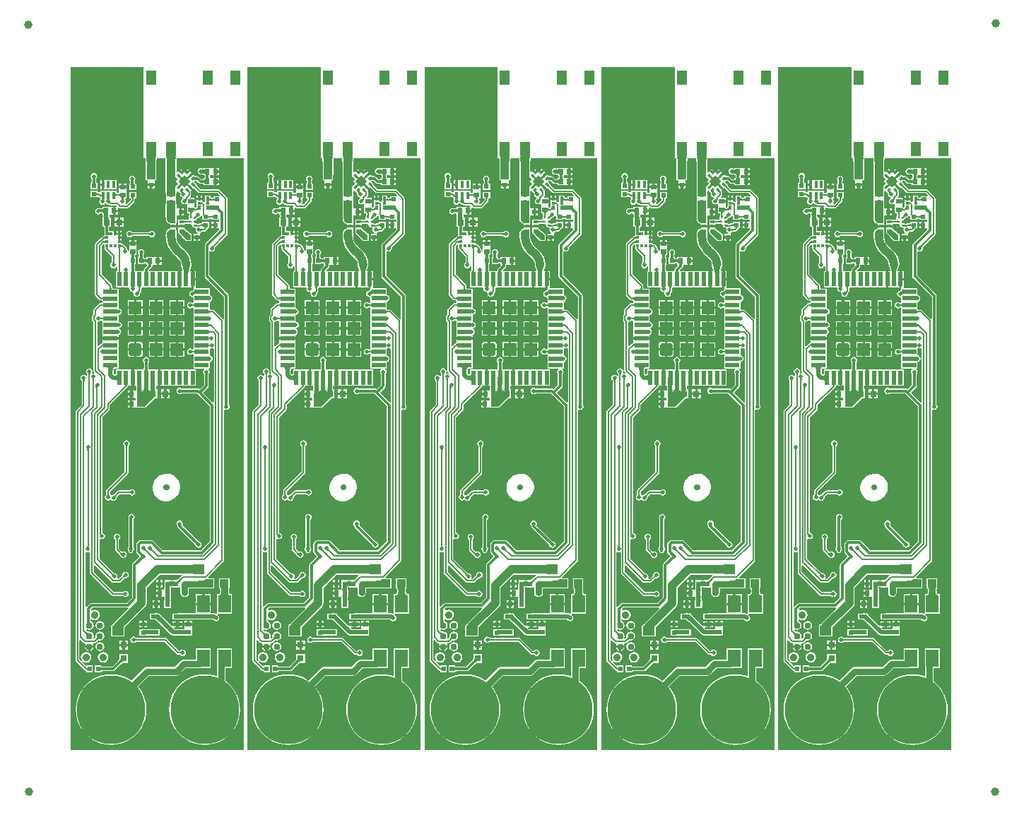
<source format=gtl>
G04*
G04 #@! TF.GenerationSoftware,Altium Limited,Altium Designer,19.1.7 (138)*
G04*
G04 Layer_Physical_Order=1*
G04 Layer_Color=255*
%FSAX25Y25*%
%MOIN*%
G70*
G01*
G75*
%ADD10C,0.03937*%
%ADD11R,0.02362X0.01968*%
%ADD12R,0.03740X0.01890*%
%ADD13R,0.02362X0.02756*%
%ADD14R,0.02362X0.02520*%
%ADD15R,0.01968X0.02362*%
%ADD16R,0.03937X0.03937*%
%ADD17R,0.06102X0.08268*%
%ADD18R,0.02520X0.02362*%
%ADD19C,0.32284*%
%ADD20R,0.03150X0.03150*%
%ADD21C,0.03110*%
%ADD22R,0.03150X0.03150*%
%ADD23R,0.02441X0.02244*%
%ADD24R,0.03937X0.02244*%
%ADD25R,0.01575X0.03543*%
%ADD26R,0.05906X0.05906*%
G04:AMPARAMS|DCode=27|XSize=59.06mil|YSize=59.06mil|CornerRadius=5.91mil|HoleSize=0mil|Usage=FLASHONLY|Rotation=90.000|XOffset=0mil|YOffset=0mil|HoleType=Round|Shape=RoundedRectangle|*
%AMROUNDEDRECTD27*
21,1,0.05906,0.04724,0,0,90.0*
21,1,0.04724,0.05906,0,0,90.0*
1,1,0.01181,0.02362,0.02362*
1,1,0.01181,0.02362,-0.02362*
1,1,0.01181,-0.02362,-0.02362*
1,1,0.01181,-0.02362,0.02362*
%
%ADD27ROUNDEDRECTD27*%
%ADD28R,0.06693X0.01968*%
%ADD29R,0.01968X0.06693*%
%ADD30R,0.01181X0.01181*%
%ADD31R,0.01181X0.01181*%
%ADD32R,0.03937X0.02362*%
%ADD33R,0.01575X0.01968*%
%ADD34R,0.01575X0.01181*%
%ADD35C,0.01181*%
%ADD36R,0.01968X0.01181*%
%ADD37R,0.02244X0.02441*%
G04:AMPARAMS|DCode=38|XSize=11.81mil|YSize=18.7mil|CornerRadius=0mil|HoleSize=0mil|Usage=FLASHONLY|Rotation=45.000|XOffset=0mil|YOffset=0mil|HoleType=Round|Shape=Rectangle|*
%AMROTATEDRECTD38*
4,1,4,0.00244,-0.01079,-0.01079,0.00244,-0.00244,0.01079,0.01079,-0.00244,0.00244,-0.01079,0.0*
%
%ADD38ROTATEDRECTD38*%

G04:AMPARAMS|DCode=39|XSize=11.81mil|YSize=18.7mil|CornerRadius=0mil|HoleSize=0mil|Usage=FLASHONLY|Rotation=135.000|XOffset=0mil|YOffset=0mil|HoleType=Round|Shape=Rectangle|*
%AMROTATEDRECTD39*
4,1,4,0.01079,0.00244,-0.00244,-0.01079,-0.01079,-0.00244,0.00244,0.01079,0.01079,0.00244,0.0*
%
%ADD39ROTATEDRECTD39*%

%ADD40P,0.05568X4X360.0*%
%ADD41R,0.05118X0.07087*%
%ADD42C,0.01968*%
%ADD43C,0.02953*%
%ADD44C,0.00787*%
%ADD45C,0.01181*%
%ADD46C,0.01575*%
%ADD47C,0.00598*%
%ADD48C,0.02362*%
%ADD49C,0.02803*%
%ADD50R,0.05276X0.04665*%
%ADD51C,0.03937*%
%ADD52C,0.03543*%
%ADD53C,0.01968*%
%ADD54C,0.04724*%
G36*
X0523618Y0419894D02*
X0523520Y0419776D01*
X0523433Y0419579D01*
X0523358Y0419303D01*
X0523294Y0418949D01*
X0523242Y0418516D01*
X0523173Y0417414D01*
X0523150Y0415996D01*
X0519213D01*
X0519207Y0416744D01*
X0519068Y0418949D01*
X0519004Y0419303D01*
X0518929Y0419579D01*
X0518842Y0419776D01*
X0518744Y0419894D01*
X0518634Y0419933D01*
X0523728D01*
X0523618Y0419894D01*
D02*
G37*
G36*
X0514169D02*
X0514071Y0419776D01*
X0513984Y0419579D01*
X0513909Y0419303D01*
X0513845Y0418949D01*
X0513793Y0418516D01*
X0513724Y0417414D01*
X0513701Y0415996D01*
X0509764D01*
X0509758Y0416744D01*
X0509619Y0418949D01*
X0509555Y0419303D01*
X0509480Y0419579D01*
X0509394Y0419776D01*
X0509295Y0419894D01*
X0509185Y0419933D01*
X0514279D01*
X0514169Y0419894D01*
D02*
G37*
G36*
X0440154D02*
X0440055Y0419776D01*
X0439968Y0419579D01*
X0439893Y0419303D01*
X0439830Y0418949D01*
X0439778Y0418516D01*
X0439708Y0417414D01*
X0439685Y0415996D01*
X0435748D01*
X0435742Y0416744D01*
X0435603Y0418949D01*
X0435540Y0419303D01*
X0435464Y0419579D01*
X0435378Y0419776D01*
X0435279Y0419894D01*
X0435170Y0419933D01*
X0440264D01*
X0440154Y0419894D01*
D02*
G37*
G36*
X0430705D02*
X0430607Y0419776D01*
X0430520Y0419579D01*
X0430444Y0419303D01*
X0430381Y0418949D01*
X0430329Y0418516D01*
X0430259Y0417414D01*
X0430236Y0415996D01*
X0426299D01*
X0426293Y0416744D01*
X0426155Y0418949D01*
X0426091Y0419303D01*
X0426016Y0419579D01*
X0425929Y0419776D01*
X0425831Y0419894D01*
X0425721Y0419933D01*
X0430815D01*
X0430705Y0419894D01*
D02*
G37*
G36*
X0356689D02*
X0356591Y0419776D01*
X0356504Y0419579D01*
X0356429Y0419303D01*
X0356365Y0418949D01*
X0356313Y0418516D01*
X0356244Y0417414D01*
X0356220Y0415996D01*
X0352283D01*
X0352278Y0416744D01*
X0352139Y0418949D01*
X0352075Y0419303D01*
X0352000Y0419579D01*
X0351913Y0419776D01*
X0351815Y0419894D01*
X0351705Y0419933D01*
X0356799D01*
X0356689Y0419894D01*
D02*
G37*
G36*
X0347240D02*
X0347142Y0419776D01*
X0347055Y0419579D01*
X0346980Y0419303D01*
X0346916Y0418949D01*
X0346864Y0418516D01*
X0346795Y0417414D01*
X0346772Y0415996D01*
X0342835D01*
X0342829Y0416744D01*
X0342690Y0418949D01*
X0342626Y0419303D01*
X0342551Y0419579D01*
X0342464Y0419776D01*
X0342366Y0419894D01*
X0342256Y0419933D01*
X0347350D01*
X0347240Y0419894D01*
D02*
G37*
G36*
X0273224D02*
X0273126Y0419776D01*
X0273039Y0419579D01*
X0272964Y0419303D01*
X0272901Y0418949D01*
X0272848Y0418516D01*
X0272779Y0417414D01*
X0272756Y0415996D01*
X0268819D01*
X0268813Y0416744D01*
X0268674Y0418949D01*
X0268611Y0419303D01*
X0268535Y0419579D01*
X0268449Y0419776D01*
X0268350Y0419894D01*
X0268240Y0419933D01*
X0273334D01*
X0273224Y0419894D01*
D02*
G37*
G36*
X0263776D02*
X0263677Y0419776D01*
X0263591Y0419579D01*
X0263515Y0419303D01*
X0263452Y0418949D01*
X0263400Y0418516D01*
X0263330Y0417414D01*
X0263307Y0415996D01*
X0259370D01*
X0259364Y0416744D01*
X0259225Y0418949D01*
X0259162Y0419303D01*
X0259087Y0419579D01*
X0259000Y0419776D01*
X0258901Y0419894D01*
X0258791Y0419933D01*
X0263886D01*
X0263776Y0419894D01*
D02*
G37*
G36*
X0189760D02*
X0189662Y0419776D01*
X0189575Y0419579D01*
X0189500Y0419303D01*
X0189436Y0418949D01*
X0189384Y0418516D01*
X0189314Y0417414D01*
X0189291Y0415996D01*
X0185354D01*
X0185348Y0416744D01*
X0185210Y0418949D01*
X0185146Y0419303D01*
X0185071Y0419579D01*
X0184984Y0419776D01*
X0184886Y0419894D01*
X0184776Y0419933D01*
X0189870D01*
X0189760Y0419894D01*
D02*
G37*
G36*
X0180311D02*
X0180213Y0419776D01*
X0180126Y0419579D01*
X0180051Y0419303D01*
X0179987Y0418949D01*
X0179935Y0418516D01*
X0179866Y0417414D01*
X0179842Y0415996D01*
X0175906D01*
X0175900Y0416744D01*
X0175761Y0418949D01*
X0175697Y0419303D01*
X0175622Y0419579D01*
X0175535Y0419776D01*
X0175437Y0419894D01*
X0175327Y0419933D01*
X0180421D01*
X0180311Y0419894D01*
D02*
G37*
G36*
X0529877Y0409964D02*
X0529846Y0409983D01*
X0529808Y0409989D01*
X0529760Y0409981D01*
X0529704Y0409959D01*
X0529640Y0409923D01*
X0529567Y0409874D01*
X0529485Y0409810D01*
X0529470Y0409797D01*
X0529467Y0409794D01*
X0529396Y0409695D01*
X0529342Y0409602D01*
X0529305Y0409515D01*
X0529285Y0409433D01*
X0529282Y0409358D01*
X0529295Y0409288D01*
X0529325Y0409223D01*
X0529373Y0409165D01*
X0528259Y0410278D01*
X0528318Y0410231D01*
X0528382Y0410201D01*
X0528452Y0410187D01*
X0528528Y0410190D01*
X0528609Y0410211D01*
X0528696Y0410248D01*
X0528789Y0410302D01*
X0528875Y0410363D01*
X0528968Y0410472D01*
X0529017Y0410545D01*
X0529053Y0410610D01*
X0529075Y0410666D01*
X0529083Y0410713D01*
X0529078Y0410752D01*
X0529059Y0410782D01*
X0529877Y0409964D01*
D02*
G37*
G36*
X0446412D02*
X0446382Y0409983D01*
X0446343Y0409989D01*
X0446295Y0409981D01*
X0446240Y0409959D01*
X0446175Y0409923D01*
X0446102Y0409874D01*
X0446021Y0409810D01*
X0446005Y0409797D01*
X0446003Y0409794D01*
X0445932Y0409695D01*
X0445878Y0409602D01*
X0445841Y0409515D01*
X0445820Y0409433D01*
X0445817Y0409358D01*
X0445830Y0409288D01*
X0445861Y0409223D01*
X0445908Y0409165D01*
X0444795Y0410278D01*
X0444853Y0410231D01*
X0444917Y0410201D01*
X0444987Y0410187D01*
X0445063Y0410190D01*
X0445145Y0410211D01*
X0445232Y0410248D01*
X0445325Y0410302D01*
X0445410Y0410363D01*
X0445503Y0410472D01*
X0445553Y0410545D01*
X0445589Y0410610D01*
X0445611Y0410666D01*
X0445619Y0410713D01*
X0445613Y0410752D01*
X0445594Y0410782D01*
X0446412Y0409964D01*
D02*
G37*
G36*
X0362948D02*
X0362917Y0409983D01*
X0362878Y0409989D01*
X0362831Y0409981D01*
X0362775Y0409959D01*
X0362710Y0409923D01*
X0362637Y0409874D01*
X0362556Y0409810D01*
X0362541Y0409797D01*
X0362538Y0409794D01*
X0362467Y0409695D01*
X0362413Y0409602D01*
X0362376Y0409515D01*
X0362356Y0409433D01*
X0362352Y0409358D01*
X0362366Y0409288D01*
X0362396Y0409223D01*
X0362443Y0409165D01*
X0361330Y0410278D01*
X0361388Y0410231D01*
X0361453Y0410201D01*
X0361523Y0410187D01*
X0361599Y0410190D01*
X0361680Y0410211D01*
X0361767Y0410248D01*
X0361860Y0410302D01*
X0361946Y0410363D01*
X0362039Y0410472D01*
X0362088Y0410545D01*
X0362124Y0410610D01*
X0362146Y0410666D01*
X0362154Y0410713D01*
X0362149Y0410752D01*
X0362129Y0410782D01*
X0362948Y0409964D01*
D02*
G37*
G36*
X0279483D02*
X0279453Y0409983D01*
X0279414Y0409989D01*
X0279366Y0409981D01*
X0279310Y0409959D01*
X0279246Y0409923D01*
X0279173Y0409874D01*
X0279091Y0409810D01*
X0279076Y0409797D01*
X0279074Y0409794D01*
X0279003Y0409695D01*
X0278949Y0409602D01*
X0278911Y0409515D01*
X0278891Y0409433D01*
X0278888Y0409358D01*
X0278901Y0409288D01*
X0278932Y0409223D01*
X0278979Y0409165D01*
X0277865Y0410278D01*
X0277924Y0410231D01*
X0277988Y0410201D01*
X0278058Y0410187D01*
X0278134Y0410190D01*
X0278216Y0410211D01*
X0278303Y0410248D01*
X0278396Y0410302D01*
X0278481Y0410363D01*
X0278574Y0410472D01*
X0278624Y0410545D01*
X0278660Y0410610D01*
X0278681Y0410666D01*
X0278690Y0410713D01*
X0278684Y0410752D01*
X0278665Y0410782D01*
X0279483Y0409964D01*
D02*
G37*
G36*
X0196019D02*
X0195988Y0409983D01*
X0195949Y0409989D01*
X0195902Y0409981D01*
X0195846Y0409959D01*
X0195781Y0409923D01*
X0195708Y0409874D01*
X0195627Y0409810D01*
X0195611Y0409797D01*
X0195609Y0409794D01*
X0195538Y0409695D01*
X0195484Y0409602D01*
X0195447Y0409515D01*
X0195427Y0409433D01*
X0195423Y0409358D01*
X0195437Y0409288D01*
X0195467Y0409223D01*
X0195514Y0409165D01*
X0194401Y0410278D01*
X0194459Y0410231D01*
X0194524Y0410201D01*
X0194594Y0410187D01*
X0194669Y0410190D01*
X0194751Y0410211D01*
X0194838Y0410248D01*
X0194931Y0410302D01*
X0195017Y0410363D01*
X0195110Y0410472D01*
X0195159Y0410545D01*
X0195195Y0410610D01*
X0195217Y0410666D01*
X0195225Y0410713D01*
X0195220Y0410752D01*
X0195200Y0410782D01*
X0196019Y0409964D01*
D02*
G37*
G36*
X0537099Y0411744D02*
X0539437D01*
X0539327Y0411732D01*
X0539228Y0411697D01*
X0539142Y0411638D01*
X0539067Y0411555D01*
X0539003Y0411449D01*
X0538951Y0411319D01*
X0538910Y0411166D01*
X0538881Y0410989D01*
X0538864Y0410788D01*
X0538860Y0410630D01*
X0538864Y0410472D01*
X0538881Y0410272D01*
X0538910Y0410094D01*
X0538951Y0409941D01*
X0539003Y0409811D01*
X0539067Y0409705D01*
X0539142Y0409622D01*
X0539228Y0409563D01*
X0539327Y0409527D01*
X0539437Y0409516D01*
X0537099D01*
X0537209Y0409527D01*
X0537307Y0409563D01*
X0537394Y0409622D01*
X0537469Y0409705D01*
X0537533Y0409811D01*
X0537585Y0409941D01*
X0537625Y0410094D01*
X0537654Y0410272D01*
X0537671Y0410472D01*
X0537675Y0410630D01*
X0537671Y0410788D01*
X0537654Y0410989D01*
X0537625Y0411166D01*
X0537585Y0411319D01*
X0537533Y0411449D01*
X0537469Y0411555D01*
X0537394Y0411638D01*
X0537307Y0411697D01*
X0537209Y0411732D01*
X0537099Y0411744D01*
X0537083Y0411847D01*
X0537036Y0411938D01*
X0536957Y0412019D01*
X0536847Y0412089D01*
X0536705Y0412149D01*
X0536532Y0412197D01*
X0536327Y0412235D01*
X0536091Y0412262D01*
X0535823Y0412278D01*
X0535524Y0412284D01*
Y0413858D01*
X0535823Y0413862D01*
X0536532Y0413919D01*
X0536705Y0413954D01*
X0536847Y0413996D01*
X0536957Y0414045D01*
X0537036Y0414103D01*
X0537083Y0414167D01*
X0537099Y0414240D01*
Y0411744D01*
D02*
G37*
G36*
X0453634D02*
X0455972D01*
X0455862Y0411732D01*
X0455764Y0411697D01*
X0455677Y0411638D01*
X0455602Y0411555D01*
X0455538Y0411449D01*
X0455486Y0411319D01*
X0455446Y0411166D01*
X0455417Y0410989D01*
X0455400Y0410788D01*
X0455395Y0410630D01*
X0455400Y0410472D01*
X0455417Y0410272D01*
X0455446Y0410094D01*
X0455486Y0409941D01*
X0455538Y0409811D01*
X0455602Y0409705D01*
X0455677Y0409622D01*
X0455764Y0409563D01*
X0455862Y0409527D01*
X0455972Y0409516D01*
X0453634D01*
X0453744Y0409527D01*
X0453842Y0409563D01*
X0453929Y0409622D01*
X0454004Y0409705D01*
X0454068Y0409811D01*
X0454120Y0409941D01*
X0454160Y0410094D01*
X0454189Y0410272D01*
X0454207Y0410472D01*
X0454211Y0410630D01*
X0454207Y0410788D01*
X0454189Y0410989D01*
X0454160Y0411166D01*
X0454120Y0411319D01*
X0454068Y0411449D01*
X0454004Y0411555D01*
X0453929Y0411638D01*
X0453842Y0411697D01*
X0453744Y0411732D01*
X0453634Y0411744D01*
X0453618Y0411847D01*
X0453571Y0411938D01*
X0453492Y0412019D01*
X0453382Y0412089D01*
X0453240Y0412149D01*
X0453067Y0412197D01*
X0452862Y0412235D01*
X0452626Y0412262D01*
X0452358Y0412278D01*
X0452059Y0412284D01*
Y0413858D01*
X0452358Y0413862D01*
X0453067Y0413919D01*
X0453240Y0413954D01*
X0453382Y0413996D01*
X0453492Y0414045D01*
X0453571Y0414103D01*
X0453618Y0414167D01*
X0453634Y0414240D01*
Y0411744D01*
D02*
G37*
G36*
X0370169D02*
X0372508D01*
X0372398Y0411732D01*
X0372299Y0411697D01*
X0372213Y0411638D01*
X0372137Y0411555D01*
X0372074Y0411449D01*
X0372022Y0411319D01*
X0371981Y0411166D01*
X0371952Y0410989D01*
X0371935Y0410788D01*
X0371931Y0410630D01*
X0371935Y0410472D01*
X0371952Y0410272D01*
X0371981Y0410094D01*
X0372022Y0409941D01*
X0372074Y0409811D01*
X0372137Y0409705D01*
X0372213Y0409622D01*
X0372299Y0409563D01*
X0372398Y0409527D01*
X0372508Y0409516D01*
X0370169D01*
X0370279Y0409527D01*
X0370378Y0409563D01*
X0370464Y0409622D01*
X0370540Y0409705D01*
X0370603Y0409811D01*
X0370655Y0409941D01*
X0370696Y0410094D01*
X0370725Y0410272D01*
X0370742Y0410472D01*
X0370746Y0410630D01*
X0370742Y0410788D01*
X0370725Y0410989D01*
X0370696Y0411166D01*
X0370655Y0411319D01*
X0370603Y0411449D01*
X0370540Y0411555D01*
X0370464Y0411638D01*
X0370378Y0411697D01*
X0370279Y0411732D01*
X0370169Y0411744D01*
X0370154Y0411847D01*
X0370107Y0411938D01*
X0370028Y0412019D01*
X0369917Y0412089D01*
X0369776Y0412149D01*
X0369602Y0412197D01*
X0369398Y0412235D01*
X0369162Y0412262D01*
X0368894Y0412278D01*
X0368595Y0412284D01*
Y0413858D01*
X0368894Y0413862D01*
X0369602Y0413919D01*
X0369776Y0413954D01*
X0369917Y0413996D01*
X0370028Y0414045D01*
X0370107Y0414103D01*
X0370154Y0414167D01*
X0370169Y0414240D01*
Y0411744D01*
D02*
G37*
G36*
X0286705D02*
X0289043D01*
X0288933Y0411732D01*
X0288835Y0411697D01*
X0288748Y0411638D01*
X0288673Y0411555D01*
X0288609Y0411449D01*
X0288557Y0411319D01*
X0288517Y0411166D01*
X0288488Y0410989D01*
X0288470Y0410788D01*
X0288466Y0410630D01*
X0288470Y0410472D01*
X0288488Y0410272D01*
X0288517Y0410094D01*
X0288557Y0409941D01*
X0288609Y0409811D01*
X0288673Y0409705D01*
X0288748Y0409622D01*
X0288835Y0409563D01*
X0288933Y0409527D01*
X0289043Y0409516D01*
X0286705D01*
X0286815Y0409527D01*
X0286913Y0409563D01*
X0287000Y0409622D01*
X0287075Y0409705D01*
X0287139Y0409811D01*
X0287191Y0409941D01*
X0287231Y0410094D01*
X0287260Y0410272D01*
X0287278Y0410472D01*
X0287282Y0410630D01*
X0287278Y0410788D01*
X0287260Y0410989D01*
X0287231Y0411166D01*
X0287191Y0411319D01*
X0287139Y0411449D01*
X0287075Y0411555D01*
X0287000Y0411638D01*
X0286913Y0411697D01*
X0286815Y0411732D01*
X0286705Y0411744D01*
X0286689Y0411847D01*
X0286642Y0411938D01*
X0286563Y0412019D01*
X0286453Y0412089D01*
X0286311Y0412149D01*
X0286138Y0412197D01*
X0285933Y0412235D01*
X0285697Y0412262D01*
X0285429Y0412278D01*
X0285130Y0412284D01*
Y0413858D01*
X0285429Y0413862D01*
X0286138Y0413919D01*
X0286311Y0413954D01*
X0286453Y0413996D01*
X0286563Y0414045D01*
X0286642Y0414103D01*
X0286689Y0414167D01*
X0286705Y0414240D01*
Y0411744D01*
D02*
G37*
G36*
X0203240D02*
X0205578D01*
X0205469Y0411732D01*
X0205370Y0411697D01*
X0205283Y0411638D01*
X0205208Y0411555D01*
X0205145Y0411449D01*
X0205093Y0411319D01*
X0205052Y0411166D01*
X0205023Y0410989D01*
X0205006Y0410788D01*
X0205002Y0410630D01*
X0205006Y0410472D01*
X0205023Y0410272D01*
X0205052Y0410094D01*
X0205093Y0409941D01*
X0205145Y0409811D01*
X0205208Y0409705D01*
X0205283Y0409622D01*
X0205370Y0409563D01*
X0205469Y0409527D01*
X0205578Y0409516D01*
X0203240D01*
X0203350Y0409527D01*
X0203449Y0409563D01*
X0203535Y0409622D01*
X0203611Y0409705D01*
X0203674Y0409811D01*
X0203726Y0409941D01*
X0203767Y0410094D01*
X0203796Y0410272D01*
X0203813Y0410472D01*
X0203817Y0410630D01*
X0203813Y0410788D01*
X0203796Y0410989D01*
X0203767Y0411166D01*
X0203726Y0411319D01*
X0203674Y0411449D01*
X0203611Y0411555D01*
X0203535Y0411638D01*
X0203449Y0411697D01*
X0203350Y0411732D01*
X0203240Y0411744D01*
X0203225Y0411847D01*
X0203177Y0411938D01*
X0203099Y0412019D01*
X0202988Y0412089D01*
X0202847Y0412149D01*
X0202673Y0412197D01*
X0202469Y0412235D01*
X0202232Y0412262D01*
X0201965Y0412278D01*
X0201665Y0412284D01*
Y0413858D01*
X0201965Y0413862D01*
X0202673Y0413919D01*
X0202847Y0413954D01*
X0202988Y0413996D01*
X0203099Y0414045D01*
X0203177Y0414103D01*
X0203225Y0414167D01*
X0203240Y0414240D01*
Y0411744D01*
D02*
G37*
G36*
X0525805Y0410751D02*
X0525800Y0410712D01*
X0525808Y0410664D01*
X0525830Y0410608D01*
X0525866Y0410544D01*
X0525915Y0410471D01*
X0525979Y0410389D01*
X0525991Y0410375D01*
X0525994Y0410373D01*
X0526092Y0410302D01*
X0526185Y0410248D01*
X0526273Y0410211D01*
X0526354Y0410190D01*
X0526430Y0410187D01*
X0526500Y0410201D01*
X0526564Y0410231D01*
X0526623Y0410278D01*
X0525509Y0409165D01*
X0525556Y0409223D01*
X0525587Y0409288D01*
X0525600Y0409358D01*
X0525597Y0409433D01*
X0525577Y0409515D01*
X0525539Y0409602D01*
X0525486Y0409695D01*
X0525425Y0409780D01*
X0525317Y0409872D01*
X0525244Y0409922D01*
X0525179Y0409957D01*
X0525123Y0409979D01*
X0525076Y0409988D01*
X0525037Y0409982D01*
X0525006Y0409963D01*
X0525825Y0410781D01*
X0525805Y0410751D01*
D02*
G37*
G36*
X0442341D02*
X0442335Y0410712D01*
X0442344Y0410664D01*
X0442366Y0410608D01*
X0442401Y0410544D01*
X0442451Y0410471D01*
X0442514Y0410389D01*
X0442527Y0410375D01*
X0442529Y0410373D01*
X0442628Y0410302D01*
X0442721Y0410248D01*
X0442808Y0410211D01*
X0442890Y0410190D01*
X0442965Y0410187D01*
X0443035Y0410201D01*
X0443100Y0410231D01*
X0443158Y0410278D01*
X0442045Y0409165D01*
X0442092Y0409223D01*
X0442122Y0409288D01*
X0442136Y0409358D01*
X0442132Y0409433D01*
X0442112Y0409515D01*
X0442075Y0409602D01*
X0442021Y0409695D01*
X0441960Y0409780D01*
X0441852Y0409872D01*
X0441779Y0409922D01*
X0441715Y0409957D01*
X0441659Y0409979D01*
X0441611Y0409988D01*
X0441572Y0409982D01*
X0441542Y0409963D01*
X0442360Y0410781D01*
X0442341Y0410751D01*
D02*
G37*
G36*
X0358876D02*
X0358871Y0410712D01*
X0358879Y0410664D01*
X0358901Y0410608D01*
X0358937Y0410544D01*
X0358986Y0410471D01*
X0359049Y0410389D01*
X0359062Y0410375D01*
X0359065Y0410373D01*
X0359163Y0410302D01*
X0359256Y0410248D01*
X0359344Y0410211D01*
X0359425Y0410190D01*
X0359501Y0410187D01*
X0359571Y0410201D01*
X0359635Y0410231D01*
X0359694Y0410278D01*
X0358580Y0409165D01*
X0358627Y0409223D01*
X0358658Y0409288D01*
X0358671Y0409358D01*
X0358668Y0409433D01*
X0358647Y0409515D01*
X0358610Y0409602D01*
X0358556Y0409695D01*
X0358495Y0409780D01*
X0358387Y0409872D01*
X0358314Y0409922D01*
X0358250Y0409957D01*
X0358194Y0409979D01*
X0358147Y0409988D01*
X0358108Y0409982D01*
X0358077Y0409963D01*
X0358895Y0410781D01*
X0358876Y0410751D01*
D02*
G37*
G36*
X0275412D02*
X0275406Y0410712D01*
X0275414Y0410664D01*
X0275436Y0410608D01*
X0275472Y0410544D01*
X0275521Y0410471D01*
X0275585Y0410389D01*
X0275598Y0410375D01*
X0275600Y0410373D01*
X0275699Y0410302D01*
X0275792Y0410248D01*
X0275879Y0410211D01*
X0275960Y0410190D01*
X0276036Y0410187D01*
X0276106Y0410201D01*
X0276170Y0410231D01*
X0276229Y0410278D01*
X0275115Y0409165D01*
X0275163Y0409223D01*
X0275193Y0409288D01*
X0275207Y0409358D01*
X0275203Y0409433D01*
X0275183Y0409515D01*
X0275146Y0409602D01*
X0275092Y0409695D01*
X0275031Y0409780D01*
X0274923Y0409872D01*
X0274850Y0409922D01*
X0274785Y0409957D01*
X0274729Y0409979D01*
X0274682Y0409988D01*
X0274643Y0409982D01*
X0274613Y0409963D01*
X0275431Y0410781D01*
X0275412Y0410751D01*
D02*
G37*
G36*
X0191947D02*
X0191942Y0410712D01*
X0191950Y0410664D01*
X0191972Y0410608D01*
X0192008Y0410544D01*
X0192057Y0410471D01*
X0192120Y0410389D01*
X0192133Y0410375D01*
X0192135Y0410373D01*
X0192234Y0410302D01*
X0192327Y0410248D01*
X0192414Y0410211D01*
X0192496Y0410190D01*
X0192572Y0410187D01*
X0192642Y0410201D01*
X0192706Y0410231D01*
X0192764Y0410278D01*
X0191651Y0409165D01*
X0191698Y0409223D01*
X0191728Y0409288D01*
X0191742Y0409358D01*
X0191739Y0409433D01*
X0191718Y0409515D01*
X0191681Y0409602D01*
X0191627Y0409695D01*
X0191566Y0409780D01*
X0191458Y0409872D01*
X0191385Y0409922D01*
X0191321Y0409957D01*
X0191265Y0409979D01*
X0191218Y0409988D01*
X0191179Y0409982D01*
X0191148Y0409963D01*
X0191966Y0410781D01*
X0191947Y0410751D01*
D02*
G37*
G36*
X0531973Y0410685D02*
X0532105Y0410589D01*
X0532250Y0410503D01*
X0532406Y0410429D01*
X0532575Y0410367D01*
X0532756Y0410316D01*
X0532950Y0410276D01*
X0533155Y0410247D01*
X0533373Y0410230D01*
X0533603Y0410225D01*
X0532921Y0409044D01*
X0532693Y0409040D01*
X0532285Y0409010D01*
X0532105Y0408984D01*
X0531942Y0408950D01*
X0531794Y0408909D01*
X0531663Y0408860D01*
X0531548Y0408804D01*
X0531449Y0408741D01*
X0531366Y0408670D01*
X0531853Y0410793D01*
X0531973Y0410685D01*
D02*
G37*
G36*
X0448509D02*
X0448641Y0410589D01*
X0448785Y0410503D01*
X0448942Y0410429D01*
X0449111Y0410367D01*
X0449292Y0410316D01*
X0449485Y0410276D01*
X0449691Y0410247D01*
X0449908Y0410230D01*
X0450139Y0410225D01*
X0449457Y0409044D01*
X0449228Y0409040D01*
X0448820Y0409010D01*
X0448641Y0408984D01*
X0448477Y0408950D01*
X0448330Y0408909D01*
X0448199Y0408860D01*
X0448083Y0408804D01*
X0447985Y0408741D01*
X0447902Y0408670D01*
X0448389Y0410793D01*
X0448509Y0410685D01*
D02*
G37*
G36*
X0365044D02*
X0365176Y0410589D01*
X0365321Y0410503D01*
X0365477Y0410429D01*
X0365646Y0410367D01*
X0365827Y0410316D01*
X0366020Y0410276D01*
X0366226Y0410247D01*
X0366444Y0410230D01*
X0366674Y0410225D01*
X0365992Y0409044D01*
X0365764Y0409040D01*
X0365356Y0409010D01*
X0365176Y0408984D01*
X0365013Y0408950D01*
X0364865Y0408909D01*
X0364734Y0408860D01*
X0364619Y0408804D01*
X0364520Y0408741D01*
X0364437Y0408670D01*
X0364924Y0410793D01*
X0365044Y0410685D01*
D02*
G37*
G36*
X0281579D02*
X0281712Y0410589D01*
X0281856Y0410503D01*
X0282013Y0410429D01*
X0282182Y0410367D01*
X0282363Y0410316D01*
X0282556Y0410276D01*
X0282762Y0410247D01*
X0282979Y0410230D01*
X0283209Y0410225D01*
X0282527Y0409044D01*
X0282299Y0409040D01*
X0281891Y0409010D01*
X0281712Y0408984D01*
X0281548Y0408950D01*
X0281401Y0408909D01*
X0281269Y0408860D01*
X0281154Y0408804D01*
X0281055Y0408741D01*
X0280973Y0408670D01*
X0281460Y0410793D01*
X0281579Y0410685D01*
D02*
G37*
G36*
X0198115D02*
X0198247Y0410589D01*
X0198391Y0410503D01*
X0198548Y0410429D01*
X0198717Y0410367D01*
X0198898Y0410316D01*
X0199091Y0410276D01*
X0199297Y0410247D01*
X0199515Y0410230D01*
X0199745Y0410225D01*
X0199063Y0409044D01*
X0198835Y0409040D01*
X0198427Y0409010D01*
X0198247Y0408984D01*
X0198083Y0408950D01*
X0197936Y0408909D01*
X0197805Y0408860D01*
X0197690Y0408804D01*
X0197591Y0408741D01*
X0197508Y0408670D01*
X0197995Y0410793D01*
X0198115Y0410685D01*
D02*
G37*
G36*
X0537099Y0407087D02*
X0537087Y0407199D01*
X0537051Y0407299D01*
X0536992Y0407388D01*
X0536910Y0407465D01*
X0536803Y0407530D01*
X0536673Y0407583D01*
X0536520Y0407624D01*
X0536343Y0407654D01*
X0536142Y0407671D01*
X0535918Y0407677D01*
Y0408858D01*
X0536142Y0408864D01*
X0536343Y0408882D01*
X0536520Y0408912D01*
X0536673Y0408953D01*
X0536803Y0409006D01*
X0536910Y0409071D01*
X0536992Y0409148D01*
X0537051Y0409236D01*
X0537087Y0409337D01*
X0537099Y0409449D01*
Y0407087D01*
D02*
G37*
G36*
X0453634D02*
X0453622Y0407199D01*
X0453587Y0407299D01*
X0453528Y0407388D01*
X0453445Y0407465D01*
X0453339Y0407530D01*
X0453209Y0407583D01*
X0453055Y0407624D01*
X0452878Y0407654D01*
X0452677Y0407671D01*
X0452453Y0407677D01*
Y0408858D01*
X0452677Y0408864D01*
X0452878Y0408882D01*
X0453055Y0408912D01*
X0453209Y0408953D01*
X0453339Y0409006D01*
X0453445Y0409071D01*
X0453528Y0409148D01*
X0453587Y0409236D01*
X0453622Y0409337D01*
X0453634Y0409449D01*
Y0407087D01*
D02*
G37*
G36*
X0370169D02*
X0370158Y0407199D01*
X0370122Y0407299D01*
X0370063Y0407388D01*
X0369981Y0407465D01*
X0369874Y0407530D01*
X0369744Y0407583D01*
X0369591Y0407624D01*
X0369413Y0407654D01*
X0369213Y0407671D01*
X0368988Y0407677D01*
Y0408858D01*
X0369213Y0408864D01*
X0369413Y0408882D01*
X0369591Y0408912D01*
X0369744Y0408953D01*
X0369874Y0409006D01*
X0369981Y0409071D01*
X0370063Y0409148D01*
X0370122Y0409236D01*
X0370158Y0409337D01*
X0370169Y0409449D01*
Y0407087D01*
D02*
G37*
G36*
X0286705D02*
X0286693Y0407199D01*
X0286658Y0407299D01*
X0286599Y0407388D01*
X0286516Y0407465D01*
X0286410Y0407530D01*
X0286280Y0407583D01*
X0286126Y0407624D01*
X0285949Y0407654D01*
X0285748Y0407671D01*
X0285524Y0407677D01*
Y0408858D01*
X0285748Y0408864D01*
X0285949Y0408882D01*
X0286126Y0408912D01*
X0286280Y0408953D01*
X0286410Y0409006D01*
X0286516Y0409071D01*
X0286599Y0409148D01*
X0286658Y0409236D01*
X0286693Y0409337D01*
X0286705Y0409449D01*
Y0407087D01*
D02*
G37*
G36*
X0203240D02*
X0203228Y0407199D01*
X0203193Y0407299D01*
X0203134Y0407388D01*
X0203051Y0407465D01*
X0202945Y0407530D01*
X0202815Y0407583D01*
X0202662Y0407624D01*
X0202484Y0407654D01*
X0202284Y0407671D01*
X0202059Y0407677D01*
Y0408858D01*
X0202284Y0408864D01*
X0202484Y0408882D01*
X0202662Y0408912D01*
X0202815Y0408953D01*
X0202945Y0409006D01*
X0203051Y0409071D01*
X0203134Y0409148D01*
X0203193Y0409236D01*
X0203228Y0409337D01*
X0203240Y0409449D01*
Y0407087D01*
D02*
G37*
G36*
X0526614Y0406406D02*
X0526556Y0406454D01*
X0526492Y0406484D01*
X0526422Y0406498D01*
X0526347Y0406495D01*
X0526266Y0406476D01*
X0526180Y0406440D01*
X0526088Y0406387D01*
X0526006Y0406328D01*
X0525915Y0406222D01*
X0525866Y0406149D01*
X0525830Y0406085D01*
X0525808Y0406029D01*
X0525800Y0405981D01*
X0525805Y0405942D01*
X0525825Y0405912D01*
X0525006Y0406730D01*
X0525037Y0406711D01*
X0525076Y0406705D01*
X0525123Y0406714D01*
X0525179Y0406736D01*
X0525244Y0406771D01*
X0525317Y0406821D01*
X0525398Y0406884D01*
X0525411Y0406895D01*
X0525412Y0406896D01*
X0525481Y0406994D01*
X0525534Y0407086D01*
X0525570Y0407172D01*
X0525590Y0407253D01*
X0525593Y0407328D01*
X0525579Y0407397D01*
X0525548Y0407461D01*
X0525501Y0407520D01*
X0526614Y0406406D01*
D02*
G37*
G36*
X0443150D02*
X0443091Y0406454D01*
X0443027Y0406484D01*
X0442958Y0406498D01*
X0442882Y0406495D01*
X0442802Y0406476D01*
X0442715Y0406440D01*
X0442624Y0406387D01*
X0442541Y0406328D01*
X0442451Y0406222D01*
X0442401Y0406149D01*
X0442366Y0406085D01*
X0442344Y0406029D01*
X0442335Y0405981D01*
X0442341Y0405942D01*
X0442360Y0405912D01*
X0441542Y0406730D01*
X0441572Y0406711D01*
X0441611Y0406705D01*
X0441659Y0406714D01*
X0441715Y0406736D01*
X0441779Y0406771D01*
X0441852Y0406821D01*
X0441934Y0406884D01*
X0441946Y0406895D01*
X0441947Y0406896D01*
X0442017Y0406994D01*
X0442069Y0407086D01*
X0442106Y0407172D01*
X0442125Y0407253D01*
X0442128Y0407328D01*
X0442114Y0407397D01*
X0442084Y0407461D01*
X0442036Y0407520D01*
X0443150Y0406406D01*
D02*
G37*
G36*
X0359685D02*
X0359627Y0406454D01*
X0359563Y0406484D01*
X0359493Y0406498D01*
X0359418Y0406495D01*
X0359337Y0406476D01*
X0359251Y0406440D01*
X0359159Y0406387D01*
X0359076Y0406328D01*
X0358986Y0406222D01*
X0358937Y0406149D01*
X0358901Y0406085D01*
X0358879Y0406029D01*
X0358871Y0405981D01*
X0358876Y0405942D01*
X0358895Y0405912D01*
X0358077Y0406730D01*
X0358108Y0406711D01*
X0358147Y0406705D01*
X0358194Y0406714D01*
X0358250Y0406736D01*
X0358314Y0406771D01*
X0358387Y0406821D01*
X0358469Y0406884D01*
X0358482Y0406895D01*
X0358483Y0406896D01*
X0358552Y0406994D01*
X0358605Y0407086D01*
X0358641Y0407172D01*
X0358661Y0407253D01*
X0358663Y0407328D01*
X0358649Y0407397D01*
X0358619Y0407461D01*
X0358572Y0407520D01*
X0359685Y0406406D01*
D02*
G37*
G36*
X0276220D02*
X0276162Y0406454D01*
X0276098Y0406484D01*
X0276028Y0406498D01*
X0275953Y0406495D01*
X0275873Y0406476D01*
X0275786Y0406440D01*
X0275694Y0406387D01*
X0275612Y0406328D01*
X0275521Y0406222D01*
X0275472Y0406149D01*
X0275436Y0406085D01*
X0275414Y0406029D01*
X0275406Y0405981D01*
X0275412Y0405942D01*
X0275431Y0405912D01*
X0274613Y0406730D01*
X0274643Y0406711D01*
X0274682Y0406705D01*
X0274729Y0406714D01*
X0274785Y0406736D01*
X0274850Y0406771D01*
X0274923Y0406821D01*
X0275005Y0406884D01*
X0275017Y0406895D01*
X0275018Y0406896D01*
X0275087Y0406994D01*
X0275140Y0407086D01*
X0275177Y0407172D01*
X0275196Y0407253D01*
X0275199Y0407328D01*
X0275185Y0407397D01*
X0275154Y0407461D01*
X0275107Y0407520D01*
X0276220Y0406406D01*
D02*
G37*
G36*
X0192756D02*
X0192698Y0406454D01*
X0192633Y0406484D01*
X0192564Y0406498D01*
X0192489Y0406495D01*
X0192408Y0406476D01*
X0192322Y0406440D01*
X0192230Y0406387D01*
X0192147Y0406328D01*
X0192057Y0406222D01*
X0192008Y0406149D01*
X0191972Y0406085D01*
X0191950Y0406029D01*
X0191942Y0405981D01*
X0191947Y0405942D01*
X0191966Y0405912D01*
X0191148Y0406730D01*
X0191179Y0406711D01*
X0191218Y0406705D01*
X0191265Y0406714D01*
X0191321Y0406736D01*
X0191385Y0406771D01*
X0191458Y0406821D01*
X0191540Y0406884D01*
X0191553Y0406895D01*
X0191553Y0406896D01*
X0191623Y0406994D01*
X0191676Y0407086D01*
X0191712Y0407172D01*
X0191732Y0407253D01*
X0191734Y0407328D01*
X0191720Y0407397D01*
X0191690Y0407461D01*
X0191642Y0407520D01*
X0192756Y0406406D01*
D02*
G37*
G36*
X0524450Y0409389D02*
X0523615Y0408554D01*
Y0408139D01*
X0524450Y0407304D01*
X0523127Y0405982D01*
X0522710Y0406399D01*
Y0410294D01*
X0523127Y0410711D01*
X0524450Y0409389D01*
D02*
G37*
G36*
X0440985D02*
X0440150Y0408554D01*
Y0408139D01*
X0440985Y0407304D01*
X0439663Y0405982D01*
X0439245Y0406399D01*
Y0410294D01*
X0439663Y0410711D01*
X0440985Y0409389D01*
D02*
G37*
G36*
X0357521D02*
X0356685Y0408554D01*
Y0408139D01*
X0357521Y0407304D01*
X0356198Y0405982D01*
X0355781Y0406399D01*
Y0410294D01*
X0356198Y0410711D01*
X0357521Y0409389D01*
D02*
G37*
G36*
X0274056D02*
X0273221Y0408554D01*
Y0408139D01*
X0274056Y0407304D01*
X0272734Y0405982D01*
X0272316Y0406399D01*
Y0410294D01*
X0272734Y0410711D01*
X0274056Y0409389D01*
D02*
G37*
G36*
X0190591D02*
X0189756Y0408554D01*
Y0408139D01*
X0190591Y0407304D01*
X0189269Y0405982D01*
X0188851Y0406399D01*
Y0410294D01*
X0189269Y0410711D01*
X0190591Y0409389D01*
D02*
G37*
G36*
X0529325Y0407470D02*
X0529295Y0407406D01*
X0529282Y0407336D01*
X0529285Y0407260D01*
X0529305Y0407178D01*
X0529342Y0407091D01*
X0529396Y0406998D01*
X0529457Y0406913D01*
X0529565Y0406821D01*
X0529638Y0406771D01*
X0529703Y0406736D01*
X0529759Y0406714D01*
X0529806Y0406705D01*
X0529845Y0406711D01*
X0529875Y0406730D01*
X0529057Y0405912D01*
X0529076Y0405942D01*
X0529082Y0405981D01*
X0529074Y0406029D01*
X0529052Y0406085D01*
X0529016Y0406149D01*
X0528967Y0406222D01*
X0528903Y0406304D01*
X0528890Y0406318D01*
X0528888Y0406320D01*
X0528789Y0406391D01*
X0528696Y0406445D01*
X0528609Y0406482D01*
X0528528Y0406502D01*
X0528452Y0406506D01*
X0528382Y0406492D01*
X0528318Y0406462D01*
X0528259Y0406415D01*
X0529373Y0407528D01*
X0529325Y0407470D01*
D02*
G37*
G36*
X0445861D02*
X0445830Y0407406D01*
X0445817Y0407336D01*
X0445820Y0407260D01*
X0445841Y0407178D01*
X0445878Y0407091D01*
X0445932Y0406998D01*
X0445993Y0406913D01*
X0446101Y0406821D01*
X0446174Y0406771D01*
X0446238Y0406736D01*
X0446294Y0406714D01*
X0446342Y0406705D01*
X0446381Y0406711D01*
X0446411Y0406730D01*
X0445593Y0405912D01*
X0445612Y0405942D01*
X0445617Y0405981D01*
X0445609Y0406029D01*
X0445587Y0406085D01*
X0445551Y0406149D01*
X0445502Y0406222D01*
X0445439Y0406304D01*
X0445426Y0406318D01*
X0445424Y0406320D01*
X0445325Y0406391D01*
X0445232Y0406445D01*
X0445145Y0406482D01*
X0445063Y0406502D01*
X0444987Y0406506D01*
X0444917Y0406492D01*
X0444853Y0406462D01*
X0444795Y0406415D01*
X0445908Y0407528D01*
X0445861Y0407470D01*
D02*
G37*
G36*
X0362396D02*
X0362366Y0407406D01*
X0362352Y0407336D01*
X0362356Y0407260D01*
X0362376Y0407178D01*
X0362413Y0407091D01*
X0362467Y0406998D01*
X0362528Y0406913D01*
X0362636Y0406821D01*
X0362709Y0406771D01*
X0362774Y0406736D01*
X0362829Y0406714D01*
X0362877Y0406705D01*
X0362916Y0406711D01*
X0362946Y0406730D01*
X0362128Y0405912D01*
X0362147Y0405942D01*
X0362153Y0405981D01*
X0362145Y0406029D01*
X0362123Y0406085D01*
X0362087Y0406149D01*
X0362037Y0406222D01*
X0361974Y0406304D01*
X0361961Y0406318D01*
X0361959Y0406320D01*
X0361860Y0406391D01*
X0361767Y0406445D01*
X0361680Y0406482D01*
X0361599Y0406502D01*
X0361523Y0406506D01*
X0361453Y0406492D01*
X0361388Y0406462D01*
X0361330Y0406415D01*
X0362443Y0407528D01*
X0362396Y0407470D01*
D02*
G37*
G36*
X0278932D02*
X0278901Y0407406D01*
X0278888Y0407336D01*
X0278891Y0407260D01*
X0278911Y0407178D01*
X0278949Y0407091D01*
X0279003Y0406998D01*
X0279064Y0406913D01*
X0279171Y0406821D01*
X0279244Y0406771D01*
X0279309Y0406736D01*
X0279365Y0406714D01*
X0279412Y0406705D01*
X0279451Y0406711D01*
X0279482Y0406730D01*
X0278663Y0405912D01*
X0278683Y0405942D01*
X0278688Y0405981D01*
X0278680Y0406029D01*
X0278658Y0406085D01*
X0278622Y0406149D01*
X0278573Y0406222D01*
X0278510Y0406304D01*
X0278497Y0406318D01*
X0278494Y0406320D01*
X0278396Y0406391D01*
X0278303Y0406445D01*
X0278216Y0406482D01*
X0278134Y0406502D01*
X0278058Y0406506D01*
X0277988Y0406492D01*
X0277924Y0406462D01*
X0277865Y0406415D01*
X0278979Y0407528D01*
X0278932Y0407470D01*
D02*
G37*
G36*
X0195467D02*
X0195437Y0407406D01*
X0195423Y0407336D01*
X0195427Y0407260D01*
X0195447Y0407178D01*
X0195484Y0407091D01*
X0195538Y0406998D01*
X0195599Y0406913D01*
X0195707Y0406821D01*
X0195780Y0406771D01*
X0195844Y0406736D01*
X0195900Y0406714D01*
X0195948Y0406705D01*
X0195987Y0406711D01*
X0196017Y0406730D01*
X0195199Y0405912D01*
X0195218Y0405942D01*
X0195224Y0405981D01*
X0195215Y0406029D01*
X0195194Y0406085D01*
X0195158Y0406149D01*
X0195108Y0406222D01*
X0195045Y0406304D01*
X0195032Y0406318D01*
X0195030Y0406320D01*
X0194931Y0406391D01*
X0194838Y0406445D01*
X0194751Y0406482D01*
X0194669Y0406502D01*
X0194594Y0406506D01*
X0194524Y0406492D01*
X0194459Y0406462D01*
X0194401Y0406415D01*
X0195514Y0407528D01*
X0195467Y0407470D01*
D02*
G37*
G36*
X0532651Y0406689D02*
X0532645Y0406650D01*
X0532654Y0406603D01*
X0532676Y0406547D01*
X0532711Y0406482D01*
X0532761Y0406409D01*
X0532824Y0406328D01*
X0532992Y0406139D01*
X0533096Y0406032D01*
X0532540Y0405475D01*
X0532432Y0405580D01*
X0532162Y0405810D01*
X0532089Y0405860D01*
X0532025Y0405896D01*
X0531969Y0405918D01*
X0531921Y0405926D01*
X0531882Y0405920D01*
X0531852Y0405901D01*
X0532670Y0406719D01*
X0532651Y0406689D01*
D02*
G37*
G36*
X0449186D02*
X0449181Y0406650D01*
X0449189Y0406603D01*
X0449211Y0406547D01*
X0449247Y0406482D01*
X0449296Y0406409D01*
X0449360Y0406328D01*
X0449527Y0406139D01*
X0449632Y0406032D01*
X0449075Y0405475D01*
X0448968Y0405580D01*
X0448698Y0405810D01*
X0448625Y0405860D01*
X0448560Y0405896D01*
X0448504Y0405918D01*
X0448457Y0405926D01*
X0448418Y0405920D01*
X0448387Y0405901D01*
X0449206Y0406719D01*
X0449186Y0406689D01*
D02*
G37*
G36*
X0365722D02*
X0365716Y0406650D01*
X0365724Y0406603D01*
X0365746Y0406547D01*
X0365782Y0406482D01*
X0365832Y0406409D01*
X0365895Y0406328D01*
X0366063Y0406139D01*
X0366167Y0406032D01*
X0365610Y0405475D01*
X0365503Y0405580D01*
X0365233Y0405810D01*
X0365160Y0405860D01*
X0365096Y0405896D01*
X0365040Y0405918D01*
X0364992Y0405926D01*
X0364953Y0405920D01*
X0364923Y0405901D01*
X0365741Y0406719D01*
X0365722Y0406689D01*
D02*
G37*
G36*
X0282257D02*
X0282252Y0406650D01*
X0282260Y0406603D01*
X0282282Y0406547D01*
X0282318Y0406482D01*
X0282367Y0406409D01*
X0282430Y0406328D01*
X0282598Y0406139D01*
X0282703Y0406032D01*
X0282146Y0405475D01*
X0282039Y0405580D01*
X0281768Y0405810D01*
X0281696Y0405860D01*
X0281631Y0405896D01*
X0281575Y0405918D01*
X0281528Y0405926D01*
X0281489Y0405920D01*
X0281458Y0405901D01*
X0282277Y0406719D01*
X0282257Y0406689D01*
D02*
G37*
G36*
X0198793D02*
X0198787Y0406650D01*
X0198795Y0406603D01*
X0198817Y0406547D01*
X0198853Y0406482D01*
X0198903Y0406409D01*
X0198966Y0406328D01*
X0199134Y0406139D01*
X0199238Y0406032D01*
X0198681Y0405475D01*
X0198574Y0405580D01*
X0198304Y0405810D01*
X0198231Y0405860D01*
X0198167Y0405896D01*
X0198110Y0405918D01*
X0198063Y0405926D01*
X0198024Y0405920D01*
X0197994Y0405901D01*
X0198812Y0406719D01*
X0198793Y0406689D01*
D02*
G37*
G36*
X0526683Y0403991D02*
X0526653Y0403926D01*
X0526639Y0403856D01*
X0526643Y0403780D01*
X0526663Y0403698D01*
X0526700Y0403611D01*
X0526754Y0403518D01*
X0526813Y0403436D01*
X0526864Y0403394D01*
X0526933Y0403344D01*
X0527071Y0403258D01*
X0527139Y0403222D01*
X0527275Y0403163D01*
X0526721Y0402911D01*
X0526460Y0402649D01*
X0526360Y0402747D01*
X0526021Y0402593D01*
X0526044Y0402664D01*
X0526056Y0402736D01*
X0526058Y0402808D01*
X0526051Y0402880D01*
X0526033Y0402952D01*
X0526005Y0403025D01*
X0525981Y0403071D01*
X0525960Y0403085D01*
X0525909Y0403113D01*
X0525868Y0403127D01*
X0525836Y0403129D01*
X0525814Y0403117D01*
X0525895Y0403200D01*
X0525861Y0403243D01*
X0525792Y0403317D01*
X0526153Y0403463D01*
X0526729Y0404050D01*
X0526683Y0403991D01*
D02*
G37*
G36*
X0443218D02*
X0443188Y0403926D01*
X0443175Y0403856D01*
X0443178Y0403780D01*
X0443199Y0403698D01*
X0443236Y0403611D01*
X0443290Y0403518D01*
X0443349Y0403436D01*
X0443399Y0403394D01*
X0443468Y0403344D01*
X0443606Y0403258D01*
X0443674Y0403222D01*
X0443811Y0403163D01*
X0443257Y0402911D01*
X0442995Y0402649D01*
X0442896Y0402747D01*
X0442556Y0402593D01*
X0442579Y0402664D01*
X0442591Y0402736D01*
X0442594Y0402808D01*
X0442586Y0402880D01*
X0442568Y0402952D01*
X0442540Y0403025D01*
X0442516Y0403071D01*
X0442495Y0403085D01*
X0442445Y0403113D01*
X0442404Y0403127D01*
X0442372Y0403129D01*
X0442349Y0403117D01*
X0442430Y0403200D01*
X0442396Y0403243D01*
X0442328Y0403317D01*
X0442689Y0403463D01*
X0443265Y0404050D01*
X0443218Y0403991D01*
D02*
G37*
G36*
X0359753D02*
X0359723Y0403926D01*
X0359710Y0403856D01*
X0359714Y0403780D01*
X0359734Y0403698D01*
X0359771Y0403611D01*
X0359825Y0403518D01*
X0359884Y0403436D01*
X0359934Y0403394D01*
X0360004Y0403344D01*
X0360141Y0403258D01*
X0360210Y0403222D01*
X0360346Y0403163D01*
X0359792Y0402911D01*
X0359530Y0402649D01*
X0359431Y0402747D01*
X0359092Y0402593D01*
X0359115Y0402664D01*
X0359127Y0402736D01*
X0359129Y0402808D01*
X0359122Y0402880D01*
X0359104Y0402952D01*
X0359076Y0403025D01*
X0359052Y0403071D01*
X0359031Y0403085D01*
X0358980Y0403113D01*
X0358939Y0403127D01*
X0358907Y0403129D01*
X0358885Y0403117D01*
X0358966Y0403200D01*
X0358931Y0403243D01*
X0358863Y0403317D01*
X0359224Y0403463D01*
X0359800Y0404050D01*
X0359753Y0403991D01*
D02*
G37*
G36*
X0276289D02*
X0276259Y0403926D01*
X0276246Y0403856D01*
X0276249Y0403780D01*
X0276270Y0403698D01*
X0276307Y0403611D01*
X0276360Y0403518D01*
X0276419Y0403436D01*
X0276470Y0403394D01*
X0276539Y0403344D01*
X0276677Y0403258D01*
X0276745Y0403222D01*
X0276882Y0403163D01*
X0276328Y0402911D01*
X0276066Y0402649D01*
X0275967Y0402747D01*
X0275627Y0402593D01*
X0275650Y0402664D01*
X0275662Y0402736D01*
X0275665Y0402808D01*
X0275657Y0402880D01*
X0275639Y0402952D01*
X0275611Y0403025D01*
X0275587Y0403071D01*
X0275566Y0403085D01*
X0275516Y0403113D01*
X0275474Y0403127D01*
X0275443Y0403129D01*
X0275420Y0403117D01*
X0275501Y0403200D01*
X0275467Y0403243D01*
X0275399Y0403317D01*
X0275760Y0403463D01*
X0276336Y0404050D01*
X0276289Y0403991D01*
D02*
G37*
G36*
X0192824D02*
X0192794Y0403926D01*
X0192781Y0403856D01*
X0192785Y0403780D01*
X0192805Y0403698D01*
X0192842Y0403611D01*
X0192896Y0403518D01*
X0192955Y0403436D01*
X0193005Y0403394D01*
X0193075Y0403344D01*
X0193212Y0403258D01*
X0193281Y0403222D01*
X0193417Y0403163D01*
X0192863Y0402911D01*
X0192601Y0402649D01*
X0192502Y0402747D01*
X0192163Y0402593D01*
X0192185Y0402664D01*
X0192198Y0402736D01*
X0192200Y0402808D01*
X0192192Y0402880D01*
X0192175Y0402952D01*
X0192147Y0403025D01*
X0192122Y0403071D01*
X0192102Y0403085D01*
X0192051Y0403113D01*
X0192010Y0403127D01*
X0191978Y0403129D01*
X0191955Y0403117D01*
X0192037Y0403200D01*
X0192002Y0403243D01*
X0191934Y0403317D01*
X0192295Y0403463D01*
X0192871Y0404050D01*
X0192824Y0403991D01*
D02*
G37*
G36*
X0531551Y0405071D02*
X0531755Y0405274D01*
X0531852Y0405177D01*
X0531953Y0405278D01*
X0532067Y0405180D01*
X0532162Y0405088D01*
X0532217Y0405065D01*
X0534226Y0403056D01*
X0534522Y0402859D01*
X0534870Y0402790D01*
X0543245D01*
X0544207Y0401827D01*
X0544000Y0401327D01*
X0541114D01*
Y0400680D01*
X0541059Y0400671D01*
X0540960Y0400663D01*
X0540825Y0400659D01*
X0540772Y0400636D01*
X0540134D01*
X0540081Y0400659D01*
X0539946Y0400663D01*
X0539848Y0400671D01*
X0539791Y0400680D01*
Y0401602D01*
X0537217D01*
Y0399252D01*
X0537190Y0399204D01*
X0537199Y0399175D01*
X0537187Y0399146D01*
X0537215Y0399079D01*
X0537106Y0398829D01*
X0536751Y0398724D01*
X0536555Y0398699D01*
X0536294Y0398873D01*
X0536069Y0398918D01*
X0535963Y0398966D01*
X0535854Y0398970D01*
Y0399528D01*
X0533280D01*
Y0396625D01*
X0533251Y0396568D01*
X0533248Y0396518D01*
X0533244Y0396493D01*
X0533232Y0396458D01*
X0533213Y0396410D01*
X0533182Y0396353D01*
X0533141Y0396286D01*
X0533091Y0396217D01*
X0532938Y0396036D01*
X0532894Y0395990D01*
X0532653D01*
X0532600Y0396013D01*
X0532465Y0396017D01*
X0532366Y0396026D01*
X0532311Y0396035D01*
Y0396760D01*
X0532311D01*
Y0397177D01*
X0532311D01*
Y0398268D01*
X0530551D01*
Y0399449D01*
X0532311D01*
Y0400539D01*
X0530316D01*
X0530125Y0401001D01*
X0530369Y0401245D01*
X0530566Y0401541D01*
X0530636Y0401890D01*
Y0403279D01*
X0530566Y0403628D01*
X0530461Y0403786D01*
X0530610Y0403935D01*
X0530513Y0404033D01*
X0530716Y0404236D01*
X0529701Y0405251D01*
X0530537Y0406086D01*
X0531551Y0405071D01*
D02*
G37*
G36*
X0448087D02*
X0448290Y0405274D01*
X0448387Y0405177D01*
X0448488Y0405278D01*
X0448603Y0405180D01*
X0448697Y0405088D01*
X0448753Y0405065D01*
X0450762Y0403056D01*
X0451057Y0402859D01*
X0451406Y0402790D01*
X0459780D01*
X0460743Y0401827D01*
X0460536Y0401327D01*
X0457650D01*
Y0400680D01*
X0457595Y0400671D01*
X0457496Y0400663D01*
X0457360Y0400659D01*
X0457307Y0400636D01*
X0456669D01*
X0456616Y0400659D01*
X0456481Y0400663D01*
X0456383Y0400671D01*
X0456327Y0400680D01*
Y0401602D01*
X0453752D01*
Y0399252D01*
X0453726Y0399204D01*
X0453735Y0399175D01*
X0453723Y0399146D01*
X0453750Y0399079D01*
X0453641Y0398829D01*
X0453286Y0398724D01*
X0453090Y0398699D01*
X0452829Y0398873D01*
X0452604Y0398918D01*
X0452499Y0398966D01*
X0452390Y0398970D01*
Y0399528D01*
X0449815D01*
Y0396625D01*
X0449787Y0396568D01*
X0449784Y0396518D01*
X0449779Y0396493D01*
X0449768Y0396458D01*
X0449748Y0396410D01*
X0449718Y0396353D01*
X0449676Y0396286D01*
X0449626Y0396217D01*
X0449474Y0396036D01*
X0449430Y0395990D01*
X0449189D01*
X0449136Y0396013D01*
X0449000Y0396017D01*
X0448901Y0396026D01*
X0448846Y0396035D01*
Y0396760D01*
X0448846D01*
Y0397177D01*
X0448846D01*
Y0398268D01*
X0447087D01*
Y0399449D01*
X0448846D01*
Y0400539D01*
X0446851D01*
X0446660Y0401001D01*
X0446904Y0401245D01*
X0447102Y0401541D01*
X0447171Y0401890D01*
Y0403279D01*
X0447102Y0403628D01*
X0446996Y0403786D01*
X0447146Y0403935D01*
X0447048Y0404033D01*
X0447252Y0404236D01*
X0446237Y0405251D01*
X0447072Y0406086D01*
X0448087Y0405071D01*
D02*
G37*
G36*
X0364622D02*
X0364825Y0405274D01*
X0364923Y0405177D01*
X0365023Y0405278D01*
X0365138Y0405180D01*
X0365232Y0405088D01*
X0365288Y0405065D01*
X0367297Y0403056D01*
X0367593Y0402859D01*
X0367941Y0402790D01*
X0376315D01*
X0377278Y0401827D01*
X0377071Y0401327D01*
X0374185D01*
Y0400680D01*
X0374130Y0400671D01*
X0374031Y0400663D01*
X0373896Y0400659D01*
X0373843Y0400636D01*
X0373204D01*
X0373152Y0400659D01*
X0373017Y0400663D01*
X0372918Y0400671D01*
X0372862Y0400680D01*
Y0401602D01*
X0370287D01*
Y0399252D01*
X0370261Y0399204D01*
X0370270Y0399175D01*
X0370258Y0399146D01*
X0370286Y0399079D01*
X0370177Y0398829D01*
X0369822Y0398724D01*
X0369626Y0398699D01*
X0369364Y0398873D01*
X0369140Y0398918D01*
X0369034Y0398966D01*
X0368925Y0398970D01*
Y0399528D01*
X0366350D01*
Y0396625D01*
X0366322Y0396568D01*
X0366319Y0396518D01*
X0366314Y0396493D01*
X0366303Y0396458D01*
X0366283Y0396410D01*
X0366253Y0396353D01*
X0366212Y0396286D01*
X0366162Y0396217D01*
X0366009Y0396036D01*
X0365965Y0395990D01*
X0365724D01*
X0365671Y0396013D01*
X0365536Y0396017D01*
X0365437Y0396026D01*
X0365382Y0396035D01*
Y0396760D01*
X0365382D01*
Y0397177D01*
X0365382D01*
Y0398268D01*
X0363622D01*
Y0399449D01*
X0365382D01*
Y0400539D01*
X0363387D01*
X0363195Y0401001D01*
X0363440Y0401245D01*
X0363637Y0401541D01*
X0363706Y0401890D01*
Y0403279D01*
X0363637Y0403628D01*
X0363532Y0403786D01*
X0363681Y0403935D01*
X0363584Y0404033D01*
X0363787Y0404236D01*
X0362772Y0405251D01*
X0363608Y0406086D01*
X0364622Y0405071D01*
D02*
G37*
G36*
X0281158D02*
X0281361Y0405274D01*
X0281458Y0405177D01*
X0281559Y0405278D01*
X0281674Y0405180D01*
X0281768Y0405088D01*
X0281824Y0405065D01*
X0283833Y0403056D01*
X0284128Y0402859D01*
X0284477Y0402790D01*
X0292851D01*
X0293814Y0401827D01*
X0293607Y0401327D01*
X0290720D01*
Y0400680D01*
X0290666Y0400671D01*
X0290566Y0400663D01*
X0290431Y0400659D01*
X0290378Y0400636D01*
X0289740D01*
X0289687Y0400659D01*
X0289552Y0400663D01*
X0289454Y0400671D01*
X0289398Y0400680D01*
Y0401602D01*
X0286823D01*
Y0399252D01*
X0286797Y0399204D01*
X0286806Y0399175D01*
X0286794Y0399146D01*
X0286821Y0399079D01*
X0286712Y0398829D01*
X0286357Y0398724D01*
X0286161Y0398699D01*
X0285900Y0398873D01*
X0285675Y0398918D01*
X0285570Y0398966D01*
X0285461Y0398970D01*
Y0399528D01*
X0282886D01*
Y0396625D01*
X0282858Y0396568D01*
X0282854Y0396518D01*
X0282850Y0396493D01*
X0282839Y0396458D01*
X0282819Y0396410D01*
X0282789Y0396353D01*
X0282747Y0396286D01*
X0282697Y0396217D01*
X0282545Y0396036D01*
X0282501Y0395990D01*
X0282260D01*
X0282207Y0396013D01*
X0282071Y0396017D01*
X0281972Y0396026D01*
X0281917Y0396035D01*
Y0396760D01*
X0281917D01*
Y0397177D01*
X0281917D01*
Y0398268D01*
X0280157D01*
Y0399449D01*
X0281917D01*
Y0400539D01*
X0279922D01*
X0279731Y0401001D01*
X0279975Y0401245D01*
X0280172Y0401541D01*
X0280242Y0401890D01*
Y0403279D01*
X0280172Y0403628D01*
X0280067Y0403786D01*
X0280217Y0403935D01*
X0280119Y0404033D01*
X0280323Y0404236D01*
X0279308Y0405251D01*
X0280143Y0406086D01*
X0281158Y0405071D01*
D02*
G37*
G36*
X0197693D02*
X0197896Y0405274D01*
X0197994Y0405177D01*
X0198094Y0405278D01*
X0198209Y0405180D01*
X0198303Y0405088D01*
X0198359Y0405065D01*
X0200368Y0403056D01*
X0200663Y0402859D01*
X0201012Y0402790D01*
X0209386D01*
X0210349Y0401827D01*
X0210142Y0401327D01*
X0207256D01*
Y0400680D01*
X0207201Y0400671D01*
X0207102Y0400663D01*
X0206966Y0400659D01*
X0206914Y0400636D01*
X0206275D01*
X0206223Y0400659D01*
X0206088Y0400663D01*
X0205989Y0400671D01*
X0205933Y0400680D01*
Y0401602D01*
X0203358D01*
Y0399252D01*
X0203332Y0399204D01*
X0203341Y0399175D01*
X0203329Y0399146D01*
X0203357Y0399079D01*
X0203247Y0398829D01*
X0202892Y0398724D01*
X0202697Y0398699D01*
X0202435Y0398873D01*
X0202211Y0398918D01*
X0202105Y0398966D01*
X0201996Y0398970D01*
Y0399528D01*
X0199421D01*
Y0396625D01*
X0199393Y0396568D01*
X0199390Y0396518D01*
X0199385Y0396493D01*
X0199374Y0396458D01*
X0199354Y0396410D01*
X0199324Y0396353D01*
X0199283Y0396286D01*
X0199233Y0396217D01*
X0199080Y0396036D01*
X0199036Y0395990D01*
X0198795D01*
X0198742Y0396013D01*
X0198607Y0396017D01*
X0198508Y0396026D01*
X0198453Y0396035D01*
Y0396760D01*
X0198453D01*
Y0397177D01*
X0198453D01*
Y0398268D01*
X0196693D01*
Y0399449D01*
X0198453D01*
Y0400539D01*
X0196458D01*
X0196266Y0401001D01*
X0196510Y0401245D01*
X0196708Y0401541D01*
X0196777Y0401890D01*
Y0403279D01*
X0196708Y0403628D01*
X0196602Y0403786D01*
X0196752Y0403935D01*
X0196655Y0404033D01*
X0196858Y0404236D01*
X0195843Y0405251D01*
X0196678Y0406086D01*
X0197693Y0405071D01*
D02*
G37*
G36*
X0528676Y0399694D02*
X0528609Y0399626D01*
X0528455Y0399450D01*
X0528419Y0399401D01*
X0528390Y0399357D01*
X0528370Y0399317D01*
X0528357Y0399283D01*
X0528351Y0399253D01*
X0528353Y0399228D01*
X0527653Y0399928D01*
X0527678Y0399926D01*
X0527708Y0399931D01*
X0527743Y0399944D01*
X0527782Y0399965D01*
X0527826Y0399994D01*
X0527875Y0400030D01*
X0527988Y0400125D01*
X0528119Y0400251D01*
X0528676Y0399694D01*
D02*
G37*
G36*
X0445211D02*
X0445145Y0399626D01*
X0444990Y0399450D01*
X0444954Y0399401D01*
X0444926Y0399357D01*
X0444905Y0399317D01*
X0444892Y0399283D01*
X0444886Y0399253D01*
X0444889Y0399228D01*
X0444188Y0399928D01*
X0444213Y0399926D01*
X0444243Y0399931D01*
X0444278Y0399944D01*
X0444317Y0399965D01*
X0444362Y0399994D01*
X0444411Y0400030D01*
X0444523Y0400125D01*
X0444655Y0400251D01*
X0445211Y0399694D01*
D02*
G37*
G36*
X0361747D02*
X0361680Y0399626D01*
X0361526Y0399450D01*
X0361490Y0399401D01*
X0361461Y0399357D01*
X0361440Y0399317D01*
X0361427Y0399283D01*
X0361422Y0399253D01*
X0361424Y0399228D01*
X0360724Y0399928D01*
X0360749Y0399926D01*
X0360779Y0399931D01*
X0360813Y0399944D01*
X0360853Y0399965D01*
X0360897Y0399994D01*
X0360946Y0400030D01*
X0361058Y0400125D01*
X0361190Y0400251D01*
X0361747Y0399694D01*
D02*
G37*
G36*
X0278282D02*
X0278216Y0399626D01*
X0278061Y0399450D01*
X0278025Y0399401D01*
X0277997Y0399357D01*
X0277976Y0399317D01*
X0277963Y0399283D01*
X0277957Y0399253D01*
X0277959Y0399228D01*
X0277259Y0399928D01*
X0277284Y0399926D01*
X0277314Y0399931D01*
X0277349Y0399944D01*
X0277388Y0399965D01*
X0277432Y0399994D01*
X0277482Y0400030D01*
X0277594Y0400125D01*
X0277726Y0400251D01*
X0278282Y0399694D01*
D02*
G37*
G36*
X0194818D02*
X0194751Y0399626D01*
X0194597Y0399450D01*
X0194561Y0399401D01*
X0194532Y0399357D01*
X0194511Y0399317D01*
X0194498Y0399283D01*
X0194493Y0399253D01*
X0194495Y0399228D01*
X0193795Y0399928D01*
X0193820Y0399926D01*
X0193850Y0399931D01*
X0193884Y0399944D01*
X0193924Y0399965D01*
X0193968Y0399994D01*
X0194017Y0400030D01*
X0194129Y0400125D01*
X0194261Y0400251D01*
X0194818Y0399694D01*
D02*
G37*
G36*
X0539276Y0400437D02*
X0539300Y0400370D01*
X0539341Y0400311D01*
X0539397Y0400260D01*
X0539469Y0400217D01*
X0539557Y0400181D01*
X0539661Y0400154D01*
X0539780Y0400134D01*
X0539915Y0400122D01*
X0540067Y0400118D01*
Y0399331D01*
X0539917Y0399329D01*
X0539563Y0399301D01*
X0539476Y0399285D01*
X0539405Y0399264D01*
X0539350Y0399240D01*
X0539311Y0399213D01*
X0539287Y0399181D01*
X0539279Y0399146D01*
X0539207Y0399138D01*
X0539142Y0399114D01*
X0539085Y0399075D01*
X0539035Y0399020D01*
X0538993Y0398949D01*
X0538965Y0398878D01*
X0538993Y0398807D01*
X0539035Y0398736D01*
X0539085Y0398681D01*
X0539142Y0398642D01*
X0539207Y0398618D01*
X0539279Y0398610D01*
X0538910D01*
X0538901Y0398508D01*
X0538898Y0398358D01*
X0538110D01*
X0538106Y0398508D01*
X0538098Y0398610D01*
X0537729D01*
X0537801Y0398618D01*
X0537866Y0398642D01*
X0537923Y0398681D01*
X0537973Y0398736D01*
X0538015Y0398807D01*
X0538043Y0398878D01*
X0538015Y0398949D01*
X0537973Y0399020D01*
X0537923Y0399075D01*
X0537866Y0399114D01*
X0537801Y0399138D01*
X0537729Y0399146D01*
X0538098D01*
X0538106Y0399248D01*
X0538110Y0399397D01*
X0538898D01*
X0538901Y0399248D01*
X0538910Y0399146D01*
X0539279D01*
X0539267Y0400512D01*
X0539276Y0400437D01*
D02*
G37*
G36*
X0455811D02*
X0455836Y0400370D01*
X0455876Y0400311D01*
X0455932Y0400260D01*
X0456004Y0400217D01*
X0456092Y0400181D01*
X0456196Y0400154D01*
X0456316Y0400134D01*
X0456451Y0400122D01*
X0456602Y0400118D01*
Y0399331D01*
X0456453Y0399329D01*
X0456098Y0399301D01*
X0456012Y0399285D01*
X0455941Y0399264D01*
X0455886Y0399240D01*
X0455846Y0399213D01*
X0455823Y0399181D01*
X0455815Y0399146D01*
X0455742Y0399138D01*
X0455677Y0399114D01*
X0455620Y0399075D01*
X0455570Y0399020D01*
X0455528Y0398949D01*
X0455500Y0398878D01*
X0455528Y0398807D01*
X0455570Y0398736D01*
X0455620Y0398681D01*
X0455677Y0398642D01*
X0455742Y0398618D01*
X0455815Y0398610D01*
X0455446D01*
X0455437Y0398508D01*
X0455433Y0398358D01*
X0454646D01*
X0454642Y0398508D01*
X0454633Y0398610D01*
X0454264D01*
X0454337Y0398618D01*
X0454401Y0398642D01*
X0454459Y0398681D01*
X0454508Y0398736D01*
X0454550Y0398807D01*
X0454578Y0398878D01*
X0454550Y0398949D01*
X0454508Y0399020D01*
X0454459Y0399075D01*
X0454401Y0399114D01*
X0454337Y0399138D01*
X0454264Y0399146D01*
X0454633D01*
X0454642Y0399248D01*
X0454646Y0399397D01*
X0455433D01*
X0455437Y0399248D01*
X0455446Y0399146D01*
X0455815D01*
X0455803Y0400512D01*
X0455811Y0400437D01*
D02*
G37*
G36*
X0372347D02*
X0372371Y0400370D01*
X0372412Y0400311D01*
X0372468Y0400260D01*
X0372540Y0400217D01*
X0372628Y0400181D01*
X0372731Y0400154D01*
X0372851Y0400134D01*
X0372986Y0400122D01*
X0373138Y0400118D01*
Y0399331D01*
X0372988Y0399329D01*
X0372634Y0399301D01*
X0372547Y0399285D01*
X0372476Y0399264D01*
X0372421Y0399240D01*
X0372382Y0399213D01*
X0372358Y0399181D01*
X0372350Y0399146D01*
X0372278Y0399138D01*
X0372213Y0399114D01*
X0372155Y0399075D01*
X0372106Y0399020D01*
X0372064Y0398949D01*
X0372036Y0398878D01*
X0372064Y0398807D01*
X0372106Y0398736D01*
X0372155Y0398681D01*
X0372213Y0398642D01*
X0372278Y0398618D01*
X0372350Y0398610D01*
X0371981D01*
X0371972Y0398508D01*
X0371969Y0398358D01*
X0371181D01*
X0371177Y0398508D01*
X0371168Y0398610D01*
X0370799D01*
X0370872Y0398618D01*
X0370937Y0398642D01*
X0370994Y0398681D01*
X0371044Y0398736D01*
X0371086Y0398807D01*
X0371114Y0398878D01*
X0371086Y0398949D01*
X0371044Y0399020D01*
X0370994Y0399075D01*
X0370937Y0399114D01*
X0370872Y0399138D01*
X0370799Y0399146D01*
X0371168D01*
X0371177Y0399248D01*
X0371181Y0399397D01*
X0371969D01*
X0371972Y0399248D01*
X0371981Y0399146D01*
X0372350D01*
X0372338Y0400512D01*
X0372347Y0400437D01*
D02*
G37*
G36*
X0288882D02*
X0288907Y0400370D01*
X0288947Y0400311D01*
X0289003Y0400260D01*
X0289075Y0400217D01*
X0289163Y0400181D01*
X0289267Y0400154D01*
X0289386Y0400134D01*
X0289522Y0400122D01*
X0289673Y0400118D01*
Y0399331D01*
X0289523Y0399329D01*
X0289169Y0399301D01*
X0289083Y0399285D01*
X0289012Y0399264D01*
X0288956Y0399240D01*
X0288917Y0399213D01*
X0288894Y0399181D01*
X0288886Y0399146D01*
X0288813Y0399138D01*
X0288748Y0399114D01*
X0288691Y0399075D01*
X0288641Y0399020D01*
X0288599Y0398949D01*
X0288571Y0398878D01*
X0288599Y0398807D01*
X0288641Y0398736D01*
X0288691Y0398681D01*
X0288748Y0398642D01*
X0288813Y0398618D01*
X0288886Y0398610D01*
X0288516D01*
X0288508Y0398508D01*
X0288504Y0398358D01*
X0287717D01*
X0287713Y0398508D01*
X0287704Y0398610D01*
X0287335D01*
X0287407Y0398618D01*
X0287472Y0398642D01*
X0287529Y0398681D01*
X0287579Y0398736D01*
X0287621Y0398807D01*
X0287649Y0398878D01*
X0287621Y0398949D01*
X0287579Y0399020D01*
X0287529Y0399075D01*
X0287472Y0399114D01*
X0287407Y0399138D01*
X0287335Y0399146D01*
X0287704D01*
X0287713Y0399248D01*
X0287717Y0399397D01*
X0288504D01*
X0288508Y0399248D01*
X0288516Y0399146D01*
X0288886D01*
X0288874Y0400512D01*
X0288882Y0400437D01*
D02*
G37*
G36*
X0205418D02*
X0205442Y0400370D01*
X0205482Y0400311D01*
X0205539Y0400260D01*
X0205611Y0400217D01*
X0205698Y0400181D01*
X0205802Y0400154D01*
X0205922Y0400134D01*
X0206057Y0400122D01*
X0206208Y0400118D01*
Y0399331D01*
X0206059Y0399329D01*
X0205704Y0399301D01*
X0205618Y0399285D01*
X0205547Y0399264D01*
X0205492Y0399240D01*
X0205452Y0399213D01*
X0205429Y0399181D01*
X0205421Y0399146D01*
X0205348Y0399138D01*
X0205284Y0399114D01*
X0205226Y0399075D01*
X0205177Y0399020D01*
X0205135Y0398949D01*
X0205107Y0398878D01*
X0205135Y0398807D01*
X0205177Y0398736D01*
X0205226Y0398681D01*
X0205284Y0398642D01*
X0205348Y0398618D01*
X0205421Y0398610D01*
X0205052D01*
X0205043Y0398508D01*
X0205039Y0398358D01*
X0204252D01*
X0204248Y0398508D01*
X0204239Y0398610D01*
X0203870D01*
X0203943Y0398618D01*
X0204008Y0398642D01*
X0204065Y0398681D01*
X0204115Y0398736D01*
X0204156Y0398807D01*
X0204185Y0398878D01*
X0204156Y0398949D01*
X0204115Y0399020D01*
X0204065Y0399075D01*
X0204008Y0399114D01*
X0203943Y0399138D01*
X0203870Y0399146D01*
X0204239D01*
X0204248Y0399248D01*
X0204252Y0399397D01*
X0205039D01*
X0205043Y0399248D01*
X0205052Y0399146D01*
X0205421D01*
X0205409Y0400512D01*
X0205418Y0400437D01*
D02*
G37*
G36*
X0541638Y0398937D02*
X0541630Y0399012D01*
X0541606Y0399079D01*
X0541566Y0399138D01*
X0541510Y0399189D01*
X0541438Y0399232D01*
X0541350Y0399268D01*
X0541246Y0399295D01*
X0541126Y0399315D01*
X0540991Y0399327D01*
X0540839Y0399331D01*
Y0400118D01*
X0540991Y0400122D01*
X0541126Y0400134D01*
X0541246Y0400154D01*
X0541350Y0400181D01*
X0541438Y0400217D01*
X0541510Y0400260D01*
X0541566Y0400311D01*
X0541606Y0400370D01*
X0541630Y0400437D01*
X0541638Y0400512D01*
Y0398937D01*
D02*
G37*
G36*
X0458174D02*
X0458166Y0399012D01*
X0458142Y0399079D01*
X0458102Y0399138D01*
X0458046Y0399189D01*
X0457974Y0399232D01*
X0457886Y0399268D01*
X0457782Y0399295D01*
X0457662Y0399315D01*
X0457526Y0399327D01*
X0457374Y0399331D01*
Y0400118D01*
X0457526Y0400122D01*
X0457662Y0400134D01*
X0457782Y0400154D01*
X0457886Y0400181D01*
X0457974Y0400217D01*
X0458046Y0400260D01*
X0458102Y0400311D01*
X0458142Y0400370D01*
X0458166Y0400437D01*
X0458174Y0400512D01*
Y0398937D01*
D02*
G37*
G36*
X0374709D02*
X0374701Y0399012D01*
X0374677Y0399079D01*
X0374637Y0399138D01*
X0374581Y0399189D01*
X0374509Y0399232D01*
X0374421Y0399268D01*
X0374317Y0399295D01*
X0374197Y0399315D01*
X0374061Y0399327D01*
X0373910Y0399331D01*
Y0400118D01*
X0374061Y0400122D01*
X0374197Y0400134D01*
X0374317Y0400154D01*
X0374421Y0400181D01*
X0374509Y0400217D01*
X0374581Y0400260D01*
X0374637Y0400311D01*
X0374677Y0400370D01*
X0374701Y0400437D01*
X0374709Y0400512D01*
Y0398937D01*
D02*
G37*
G36*
X0291244D02*
X0291236Y0399012D01*
X0291213Y0399079D01*
X0291173Y0399138D01*
X0291116Y0399189D01*
X0291045Y0399232D01*
X0290957Y0399268D01*
X0290853Y0399295D01*
X0290733Y0399315D01*
X0290597Y0399327D01*
X0290445Y0399331D01*
Y0400118D01*
X0290597Y0400122D01*
X0290733Y0400134D01*
X0290853Y0400154D01*
X0290957Y0400181D01*
X0291045Y0400217D01*
X0291116Y0400260D01*
X0291173Y0400311D01*
X0291213Y0400370D01*
X0291236Y0400437D01*
X0291244Y0400512D01*
Y0398937D01*
D02*
G37*
G36*
X0207780D02*
X0207772Y0399012D01*
X0207748Y0399079D01*
X0207708Y0399138D01*
X0207652Y0399189D01*
X0207580Y0399232D01*
X0207492Y0399268D01*
X0207388Y0399295D01*
X0207268Y0399315D01*
X0207132Y0399327D01*
X0206980Y0399331D01*
Y0400118D01*
X0207132Y0400122D01*
X0207268Y0400134D01*
X0207388Y0400154D01*
X0207492Y0400181D01*
X0207580Y0400217D01*
X0207652Y0400260D01*
X0207708Y0400311D01*
X0207748Y0400370D01*
X0207772Y0400437D01*
X0207780Y0400512D01*
Y0398937D01*
D02*
G37*
G36*
X0535348Y0398575D02*
X0535366Y0398544D01*
X0535396Y0398516D01*
X0535439Y0398492D01*
X0535493Y0398471D01*
X0535559Y0398455D01*
X0535638Y0398442D01*
X0535728Y0398433D01*
X0535945Y0398425D01*
Y0397638D01*
X0535830Y0397636D01*
X0535638Y0397621D01*
X0535559Y0397608D01*
X0535493Y0397592D01*
X0535439Y0397571D01*
X0535396Y0397547D01*
X0535366Y0397520D01*
X0535348Y0397488D01*
X0535342Y0397453D01*
Y0398610D01*
X0535348Y0398575D01*
D02*
G37*
G36*
X0451884D02*
X0451902Y0398544D01*
X0451932Y0398516D01*
X0451974Y0398492D01*
X0452028Y0398471D01*
X0452095Y0398455D01*
X0452173Y0398442D01*
X0452263Y0398433D01*
X0452480Y0398425D01*
Y0397638D01*
X0452366Y0397636D01*
X0452173Y0397621D01*
X0452095Y0397608D01*
X0452028Y0397592D01*
X0451974Y0397571D01*
X0451932Y0397547D01*
X0451902Y0397520D01*
X0451884Y0397488D01*
X0451878Y0397453D01*
Y0398610D01*
X0451884Y0398575D01*
D02*
G37*
G36*
X0368419D02*
X0368437Y0398544D01*
X0368467Y0398516D01*
X0368510Y0398492D01*
X0368564Y0398471D01*
X0368630Y0398455D01*
X0368708Y0398442D01*
X0368799Y0398433D01*
X0369016Y0398425D01*
Y0397638D01*
X0368901Y0397636D01*
X0368708Y0397621D01*
X0368630Y0397608D01*
X0368564Y0397592D01*
X0368510Y0397571D01*
X0368467Y0397547D01*
X0368437Y0397520D01*
X0368419Y0397488D01*
X0368413Y0397453D01*
Y0398610D01*
X0368419Y0398575D01*
D02*
G37*
G36*
X0284955D02*
X0284973Y0398544D01*
X0285003Y0398516D01*
X0285045Y0398492D01*
X0285099Y0398471D01*
X0285166Y0398455D01*
X0285244Y0398442D01*
X0285334Y0398433D01*
X0285551Y0398425D01*
Y0397638D01*
X0285437Y0397636D01*
X0285244Y0397621D01*
X0285166Y0397608D01*
X0285099Y0397592D01*
X0285045Y0397571D01*
X0285003Y0397547D01*
X0284973Y0397520D01*
X0284955Y0397488D01*
X0284949Y0397453D01*
Y0398610D01*
X0284955Y0398575D01*
D02*
G37*
G36*
X0201490D02*
X0201508Y0398544D01*
X0201538Y0398516D01*
X0201580Y0398492D01*
X0201635Y0398471D01*
X0201701Y0398455D01*
X0201779Y0398442D01*
X0201870Y0398433D01*
X0202087Y0398425D01*
Y0397638D01*
X0201972Y0397636D01*
X0201779Y0397621D01*
X0201701Y0397608D01*
X0201635Y0397592D01*
X0201580Y0397571D01*
X0201538Y0397547D01*
X0201508Y0397520D01*
X0201490Y0397488D01*
X0201484Y0397453D01*
Y0398610D01*
X0201490Y0398575D01*
D02*
G37*
G36*
X0533791Y0394973D02*
X0533789Y0394977D01*
X0533783Y0394977D01*
X0533773Y0394971D01*
X0533758Y0394961D01*
X0533740Y0394947D01*
X0533691Y0394902D01*
X0533586Y0394800D01*
X0533235Y0395563D01*
X0533341Y0395673D01*
X0533519Y0395884D01*
X0533591Y0395986D01*
X0533652Y0396084D01*
X0533702Y0396179D01*
X0533741Y0396272D01*
X0533769Y0396361D01*
X0533786Y0396448D01*
X0533791Y0396532D01*
Y0394973D01*
D02*
G37*
G36*
X0450327D02*
X0450325Y0394977D01*
X0450319Y0394977D01*
X0450308Y0394971D01*
X0450294Y0394961D01*
X0450275Y0394947D01*
X0450226Y0394902D01*
X0450121Y0394800D01*
X0449770Y0395563D01*
X0449876Y0395673D01*
X0450054Y0395884D01*
X0450127Y0395986D01*
X0450188Y0396084D01*
X0450238Y0396179D01*
X0450277Y0396272D01*
X0450305Y0396361D01*
X0450321Y0396448D01*
X0450327Y0396532D01*
Y0394973D01*
D02*
G37*
G36*
X0366862D02*
X0366860Y0394977D01*
X0366854Y0394977D01*
X0366844Y0394971D01*
X0366829Y0394961D01*
X0366811Y0394947D01*
X0366761Y0394902D01*
X0366656Y0394800D01*
X0366306Y0395563D01*
X0366411Y0395673D01*
X0366590Y0395884D01*
X0366662Y0395986D01*
X0366723Y0396084D01*
X0366773Y0396179D01*
X0366812Y0396272D01*
X0366840Y0396361D01*
X0366857Y0396448D01*
X0366862Y0396532D01*
Y0394973D01*
D02*
G37*
G36*
X0283398D02*
X0283396Y0394977D01*
X0283390Y0394977D01*
X0283379Y0394971D01*
X0283365Y0394961D01*
X0283346Y0394947D01*
X0283297Y0394902D01*
X0283192Y0394800D01*
X0282841Y0395563D01*
X0282947Y0395673D01*
X0283125Y0395884D01*
X0283197Y0395986D01*
X0283259Y0396084D01*
X0283309Y0396179D01*
X0283348Y0396272D01*
X0283376Y0396361D01*
X0283392Y0396448D01*
X0283398Y0396532D01*
Y0394973D01*
D02*
G37*
G36*
X0199933D02*
X0199931Y0394977D01*
X0199925Y0394977D01*
X0199915Y0394971D01*
X0199900Y0394961D01*
X0199882Y0394947D01*
X0199832Y0394902D01*
X0199727Y0394800D01*
X0199376Y0395563D01*
X0199482Y0395673D01*
X0199660Y0395884D01*
X0199733Y0395986D01*
X0199794Y0396084D01*
X0199844Y0396179D01*
X0199883Y0396272D01*
X0199911Y0396361D01*
X0199928Y0396448D01*
X0199933Y0396532D01*
Y0394973D01*
D02*
G37*
G36*
X0531795Y0395791D02*
X0531819Y0395725D01*
X0531859Y0395665D01*
X0531915Y0395614D01*
X0531987Y0395571D01*
X0532075Y0395535D01*
X0532179Y0395508D01*
X0532299Y0395488D01*
X0532435Y0395477D01*
X0532586Y0395473D01*
Y0394685D01*
X0532435Y0394681D01*
X0532299Y0394669D01*
X0532179Y0394650D01*
X0532075Y0394622D01*
X0531987Y0394587D01*
X0531915Y0394543D01*
X0531859Y0394492D01*
X0531819Y0394433D01*
X0531795Y0394366D01*
X0531787Y0394291D01*
Y0395866D01*
X0531795Y0395791D01*
D02*
G37*
G36*
X0448330D02*
X0448354Y0395725D01*
X0448394Y0395665D01*
X0448450Y0395614D01*
X0448522Y0395571D01*
X0448610Y0395535D01*
X0448714Y0395508D01*
X0448834Y0395488D01*
X0448970Y0395477D01*
X0449122Y0395473D01*
Y0394685D01*
X0448970Y0394681D01*
X0448834Y0394669D01*
X0448714Y0394650D01*
X0448610Y0394622D01*
X0448522Y0394587D01*
X0448450Y0394543D01*
X0448394Y0394492D01*
X0448354Y0394433D01*
X0448330Y0394366D01*
X0448322Y0394291D01*
Y0395866D01*
X0448330Y0395791D01*
D02*
G37*
G36*
X0364866D02*
X0364890Y0395725D01*
X0364930Y0395665D01*
X0364986Y0395614D01*
X0365058Y0395571D01*
X0365146Y0395535D01*
X0365250Y0395508D01*
X0365370Y0395488D01*
X0365505Y0395477D01*
X0365657Y0395473D01*
Y0394685D01*
X0365505Y0394681D01*
X0365370Y0394669D01*
X0365250Y0394650D01*
X0365146Y0394622D01*
X0365058Y0394587D01*
X0364986Y0394543D01*
X0364930Y0394492D01*
X0364890Y0394433D01*
X0364866Y0394366D01*
X0364858Y0394291D01*
Y0395866D01*
X0364866Y0395791D01*
D02*
G37*
G36*
X0281401D02*
X0281425Y0395725D01*
X0281465Y0395665D01*
X0281521Y0395614D01*
X0281593Y0395571D01*
X0281681Y0395535D01*
X0281785Y0395508D01*
X0281905Y0395488D01*
X0282041Y0395477D01*
X0282193Y0395473D01*
Y0394685D01*
X0282041Y0394681D01*
X0281905Y0394669D01*
X0281785Y0394650D01*
X0281681Y0394622D01*
X0281593Y0394587D01*
X0281521Y0394543D01*
X0281465Y0394492D01*
X0281425Y0394433D01*
X0281401Y0394366D01*
X0281393Y0394291D01*
Y0395866D01*
X0281401Y0395791D01*
D02*
G37*
G36*
X0197937D02*
X0197961Y0395725D01*
X0198001Y0395665D01*
X0198057Y0395614D01*
X0198129Y0395571D01*
X0198216Y0395535D01*
X0198320Y0395508D01*
X0198440Y0395488D01*
X0198576Y0395477D01*
X0198728Y0395473D01*
Y0394685D01*
X0198576Y0394681D01*
X0198440Y0394669D01*
X0198320Y0394650D01*
X0198216Y0394622D01*
X0198129Y0394587D01*
X0198057Y0394543D01*
X0198001Y0394492D01*
X0197961Y0394433D01*
X0197937Y0394366D01*
X0197929Y0394291D01*
Y0395866D01*
X0197937Y0395791D01*
D02*
G37*
G36*
X0489382Y0395160D02*
X0489856Y0395185D01*
Y0393792D01*
X0489816Y0393812D01*
X0489739Y0393830D01*
X0489626Y0393846D01*
X0489382Y0393864D01*
Y0393307D01*
X0489370Y0393419D01*
X0489335Y0393520D01*
X0489276Y0393608D01*
X0489193Y0393685D01*
X0489087Y0393750D01*
X0488957Y0393803D01*
X0488803Y0393845D01*
X0488626Y0393874D01*
X0488500Y0393885D01*
X0488261Y0393889D01*
X0488071Y0393874D01*
X0488001Y0393860D01*
X0487940Y0393844D01*
X0487889Y0393824D01*
X0487849Y0393802D01*
X0487818Y0393776D01*
X0487797Y0393748D01*
X0487411Y0395071D01*
X0487795Y0395076D01*
Y0395079D01*
X0488792Y0395130D01*
X0488803Y0395132D01*
X0488957Y0395173D01*
X0489087Y0395226D01*
X0489193Y0395291D01*
X0489276Y0395368D01*
X0489335Y0395457D01*
X0489370Y0395557D01*
X0489382Y0395669D01*
Y0395160D01*
D02*
G37*
G36*
X0405918D02*
X0406391Y0395185D01*
Y0393792D01*
X0406351Y0393812D01*
X0406275Y0393830D01*
X0406161Y0393846D01*
X0405918Y0393864D01*
Y0393307D01*
X0405906Y0393419D01*
X0405870Y0393520D01*
X0405811Y0393608D01*
X0405728Y0393685D01*
X0405622Y0393750D01*
X0405492Y0393803D01*
X0405339Y0393845D01*
X0405162Y0393874D01*
X0405035Y0393885D01*
X0404796Y0393889D01*
X0404607Y0393874D01*
X0404536Y0393860D01*
X0404476Y0393844D01*
X0404425Y0393824D01*
X0404384Y0393802D01*
X0404353Y0393776D01*
X0404332Y0393748D01*
X0403946Y0395071D01*
X0404331Y0395076D01*
Y0395079D01*
X0405327Y0395130D01*
X0405339Y0395132D01*
X0405492Y0395173D01*
X0405622Y0395226D01*
X0405728Y0395291D01*
X0405811Y0395368D01*
X0405870Y0395457D01*
X0405906Y0395557D01*
X0405918Y0395669D01*
Y0395160D01*
D02*
G37*
G36*
X0322453D02*
X0322926Y0395185D01*
Y0393792D01*
X0322887Y0393812D01*
X0322810Y0393830D01*
X0322696Y0393846D01*
X0322453Y0393864D01*
Y0393307D01*
X0322441Y0393419D01*
X0322406Y0393520D01*
X0322347Y0393608D01*
X0322264Y0393685D01*
X0322158Y0393750D01*
X0322028Y0393803D01*
X0321874Y0393845D01*
X0321697Y0393874D01*
X0321571Y0393885D01*
X0321331Y0393889D01*
X0321142Y0393874D01*
X0321072Y0393860D01*
X0321011Y0393844D01*
X0320960Y0393824D01*
X0320919Y0393802D01*
X0320889Y0393776D01*
X0320868Y0393748D01*
X0320482Y0395071D01*
X0320866Y0395076D01*
Y0395079D01*
X0321862Y0395130D01*
X0321874Y0395132D01*
X0322028Y0395173D01*
X0322158Y0395226D01*
X0322264Y0395291D01*
X0322347Y0395368D01*
X0322406Y0395457D01*
X0322441Y0395557D01*
X0322453Y0395669D01*
Y0395160D01*
D02*
G37*
G36*
X0238988D02*
X0239462Y0395185D01*
Y0393792D01*
X0239422Y0393812D01*
X0239346Y0393830D01*
X0239232Y0393846D01*
X0238988Y0393864D01*
Y0393307D01*
X0238977Y0393419D01*
X0238941Y0393520D01*
X0238882Y0393608D01*
X0238799Y0393685D01*
X0238693Y0393750D01*
X0238563Y0393803D01*
X0238410Y0393845D01*
X0238232Y0393874D01*
X0238106Y0393885D01*
X0237867Y0393889D01*
X0237678Y0393874D01*
X0237607Y0393860D01*
X0237546Y0393844D01*
X0237496Y0393824D01*
X0237455Y0393802D01*
X0237424Y0393776D01*
X0237403Y0393748D01*
X0237017Y0395071D01*
X0237402Y0395076D01*
Y0395079D01*
X0238398Y0395130D01*
X0238410Y0395132D01*
X0238563Y0395173D01*
X0238693Y0395226D01*
X0238799Y0395291D01*
X0238882Y0395368D01*
X0238941Y0395457D01*
X0238977Y0395557D01*
X0238988Y0395669D01*
Y0395160D01*
D02*
G37*
G36*
X0155524D02*
X0155997Y0395185D01*
Y0393792D01*
X0155958Y0393812D01*
X0155881Y0393830D01*
X0155767Y0393846D01*
X0155524Y0393864D01*
Y0393307D01*
X0155512Y0393419D01*
X0155476Y0393520D01*
X0155418Y0393608D01*
X0155335Y0393685D01*
X0155228Y0393750D01*
X0155099Y0393803D01*
X0154945Y0393845D01*
X0154768Y0393874D01*
X0154642Y0393885D01*
X0154402Y0393889D01*
X0154213Y0393874D01*
X0154142Y0393860D01*
X0154082Y0393844D01*
X0154031Y0393824D01*
X0153990Y0393802D01*
X0153960Y0393776D01*
X0153938Y0393748D01*
X0153553Y0395071D01*
X0153937Y0395076D01*
Y0395079D01*
X0154933Y0395130D01*
X0154945Y0395132D01*
X0155099Y0395173D01*
X0155228Y0395226D01*
X0155335Y0395291D01*
X0155418Y0395368D01*
X0155476Y0395457D01*
X0155512Y0395557D01*
X0155524Y0395669D01*
Y0395160D01*
D02*
G37*
G36*
X0543889Y0396324D02*
X0543848Y0396222D01*
X0543844Y0396102D01*
X0543874Y0395963D01*
X0543940Y0395805D01*
X0544041Y0395629D01*
X0544177Y0395434D01*
X0544349Y0395220D01*
X0544456Y0395105D01*
X0545161Y0394374D01*
X0544326Y0393539D01*
X0542912Y0394816D01*
X0542748Y0394909D01*
X0542589Y0394976D01*
X0542444Y0395013D01*
X0542313Y0395018D01*
X0542198Y0394991D01*
X0542097Y0394933D01*
X0543964Y0396407D01*
X0543889Y0396324D01*
D02*
G37*
G36*
X0460424D02*
X0460384Y0396222D01*
X0460379Y0396102D01*
X0460409Y0395963D01*
X0460475Y0395805D01*
X0460576Y0395629D01*
X0460713Y0395434D01*
X0460885Y0395220D01*
X0460992Y0395105D01*
X0461697Y0394374D01*
X0460862Y0393539D01*
X0459447Y0394816D01*
X0459284Y0394909D01*
X0459124Y0394976D01*
X0458979Y0395013D01*
X0458849Y0395018D01*
X0458733Y0394991D01*
X0458633Y0394933D01*
X0460500Y0396407D01*
X0460424Y0396324D01*
D02*
G37*
G36*
X0376959D02*
X0376919Y0396222D01*
X0376914Y0396102D01*
X0376945Y0395963D01*
X0377011Y0395805D01*
X0377112Y0395629D01*
X0377248Y0395434D01*
X0377420Y0395220D01*
X0377527Y0395105D01*
X0378232Y0394374D01*
X0377397Y0393539D01*
X0375983Y0394816D01*
X0375819Y0394909D01*
X0375659Y0394976D01*
X0375514Y0395013D01*
X0375384Y0395018D01*
X0375269Y0394991D01*
X0375168Y0394933D01*
X0377035Y0396407D01*
X0376959Y0396324D01*
D02*
G37*
G36*
X0293495D02*
X0293455Y0396222D01*
X0293450Y0396102D01*
X0293480Y0395963D01*
X0293546Y0395805D01*
X0293647Y0395629D01*
X0293784Y0395434D01*
X0293956Y0395220D01*
X0294063Y0395105D01*
X0294768Y0394374D01*
X0293933Y0393539D01*
X0292518Y0394816D01*
X0292354Y0394909D01*
X0292195Y0394976D01*
X0292050Y0395013D01*
X0291920Y0395018D01*
X0291804Y0394991D01*
X0291704Y0394933D01*
X0293571Y0396407D01*
X0293495Y0396324D01*
D02*
G37*
G36*
X0210030D02*
X0209990Y0396222D01*
X0209985Y0396102D01*
X0210016Y0395963D01*
X0210082Y0395805D01*
X0210183Y0395629D01*
X0210319Y0395434D01*
X0210491Y0395220D01*
X0210598Y0395105D01*
X0211303Y0394374D01*
X0210468Y0393539D01*
X0209054Y0394816D01*
X0208890Y0394909D01*
X0208730Y0394976D01*
X0208585Y0395013D01*
X0208455Y0395018D01*
X0208340Y0394991D01*
X0208239Y0394933D01*
X0210106Y0396407D01*
X0210030Y0396324D01*
D02*
G37*
G36*
X0531303Y0393914D02*
X0531236Y0393890D01*
X0531177Y0393850D01*
X0531126Y0393794D01*
X0531083Y0393722D01*
X0531047Y0393634D01*
X0531020Y0393530D01*
X0531000Y0393410D01*
X0530988Y0393274D01*
X0530984Y0393122D01*
X0530197D01*
X0530193Y0393274D01*
X0530181Y0393410D01*
X0530161Y0393530D01*
X0530134Y0393634D01*
X0530098Y0393722D01*
X0530055Y0393794D01*
X0530004Y0393850D01*
X0529945Y0393890D01*
X0529878Y0393914D01*
X0529803Y0393922D01*
X0531378D01*
X0531303Y0393914D01*
D02*
G37*
G36*
X0447839D02*
X0447772Y0393890D01*
X0447713Y0393850D01*
X0447661Y0393794D01*
X0447618Y0393722D01*
X0447583Y0393634D01*
X0447555Y0393530D01*
X0447535Y0393410D01*
X0447524Y0393274D01*
X0447520Y0393122D01*
X0446732D01*
X0446728Y0393274D01*
X0446716Y0393410D01*
X0446697Y0393530D01*
X0446669Y0393634D01*
X0446634Y0393722D01*
X0446591Y0393794D01*
X0446539Y0393850D01*
X0446480Y0393890D01*
X0446413Y0393914D01*
X0446339Y0393922D01*
X0447913D01*
X0447839Y0393914D01*
D02*
G37*
G36*
X0364374D02*
X0364307Y0393890D01*
X0364248Y0393850D01*
X0364197Y0393794D01*
X0364154Y0393722D01*
X0364118Y0393634D01*
X0364090Y0393530D01*
X0364071Y0393410D01*
X0364059Y0393274D01*
X0364055Y0393122D01*
X0363268D01*
X0363264Y0393274D01*
X0363252Y0393410D01*
X0363232Y0393530D01*
X0363205Y0393634D01*
X0363169Y0393722D01*
X0363126Y0393794D01*
X0363075Y0393850D01*
X0363016Y0393890D01*
X0362949Y0393914D01*
X0362874Y0393922D01*
X0364449D01*
X0364374Y0393914D01*
D02*
G37*
G36*
X0280909D02*
X0280842Y0393890D01*
X0280783Y0393850D01*
X0280732Y0393794D01*
X0280689Y0393722D01*
X0280654Y0393634D01*
X0280626Y0393530D01*
X0280606Y0393410D01*
X0280594Y0393274D01*
X0280591Y0393122D01*
X0279803D01*
X0279799Y0393274D01*
X0279787Y0393410D01*
X0279768Y0393530D01*
X0279740Y0393634D01*
X0279705Y0393722D01*
X0279661Y0393794D01*
X0279610Y0393850D01*
X0279551Y0393890D01*
X0279484Y0393914D01*
X0279409Y0393922D01*
X0280984D01*
X0280909Y0393914D01*
D02*
G37*
G36*
X0197445D02*
X0197378Y0393890D01*
X0197319Y0393850D01*
X0197268Y0393794D01*
X0197224Y0393722D01*
X0197189Y0393634D01*
X0197161Y0393530D01*
X0197142Y0393410D01*
X0197130Y0393274D01*
X0197126Y0393122D01*
X0196339D01*
X0196335Y0393274D01*
X0196323Y0393410D01*
X0196303Y0393530D01*
X0196276Y0393634D01*
X0196240Y0393722D01*
X0196197Y0393794D01*
X0196146Y0393850D01*
X0196087Y0393890D01*
X0196020Y0393914D01*
X0195945Y0393922D01*
X0197520D01*
X0197445Y0393914D01*
D02*
G37*
G36*
X0530985Y0391985D02*
X0531025Y0391339D01*
X0531035Y0391302D01*
X0531047Y0391280D01*
X0530134D01*
X0530146Y0391302D01*
X0530157Y0391339D01*
X0530166Y0391389D01*
X0530174Y0391453D01*
X0530187Y0391624D01*
X0530197Y0392133D01*
X0530984D01*
X0530985Y0391985D01*
D02*
G37*
G36*
X0447520D02*
X0447560Y0391339D01*
X0447571Y0391302D01*
X0447582Y0391280D01*
X0446669D01*
X0446681Y0391302D01*
X0446692Y0391339D01*
X0446701Y0391389D01*
X0446710Y0391453D01*
X0446722Y0391624D01*
X0446732Y0392133D01*
X0447520D01*
X0447520Y0391985D01*
D02*
G37*
G36*
X0364056D02*
X0364095Y0391339D01*
X0364106Y0391302D01*
X0364118Y0391280D01*
X0363205D01*
X0363217Y0391302D01*
X0363228Y0391339D01*
X0363237Y0391389D01*
X0363245Y0391453D01*
X0363258Y0391624D01*
X0363268Y0392133D01*
X0364055D01*
X0364056Y0391985D01*
D02*
G37*
G36*
X0280591D02*
X0280631Y0391339D01*
X0280641Y0391302D01*
X0280653Y0391280D01*
X0279740D01*
X0279752Y0391302D01*
X0279763Y0391339D01*
X0279772Y0391389D01*
X0279781Y0391453D01*
X0279793Y0391624D01*
X0279803Y0392133D01*
X0280591D01*
X0280591Y0391985D01*
D02*
G37*
G36*
X0197127D02*
X0197166Y0391339D01*
X0197177Y0391302D01*
X0197189Y0391280D01*
X0196276D01*
X0196288Y0391302D01*
X0196298Y0391339D01*
X0196308Y0391389D01*
X0196316Y0391453D01*
X0196328Y0391624D01*
X0196339Y0392133D01*
X0197126D01*
X0197127Y0391985D01*
D02*
G37*
G36*
X0540851Y0390866D02*
X0540843Y0390941D01*
X0540819Y0391008D01*
X0540779Y0391067D01*
X0540723Y0391118D01*
X0540651Y0391161D01*
X0540563Y0391197D01*
X0540459Y0391225D01*
X0540339Y0391244D01*
X0540203Y0391256D01*
X0540051Y0391260D01*
Y0392047D01*
X0540203Y0392051D01*
X0540339Y0392063D01*
X0540459Y0392083D01*
X0540563Y0392110D01*
X0540651Y0392146D01*
X0540723Y0392189D01*
X0540779Y0392240D01*
X0540819Y0392299D01*
X0540843Y0392366D01*
X0540851Y0392441D01*
Y0390866D01*
D02*
G37*
G36*
X0538685Y0392366D02*
X0538709Y0392299D01*
X0538749Y0392240D01*
X0538805Y0392189D01*
X0538877Y0392146D01*
X0538965Y0392110D01*
X0539069Y0392083D01*
X0539188Y0392063D01*
X0539324Y0392051D01*
X0539476Y0392047D01*
Y0391260D01*
X0539324Y0391256D01*
X0539188Y0391244D01*
X0539069Y0391225D01*
X0538965Y0391197D01*
X0538877Y0391161D01*
X0538805Y0391118D01*
X0538749Y0391067D01*
X0538709Y0391008D01*
X0538685Y0390941D01*
X0538677Y0390866D01*
Y0392441D01*
X0538685Y0392366D01*
D02*
G37*
G36*
X0457386Y0390866D02*
X0457378Y0390941D01*
X0457354Y0391008D01*
X0457314Y0391067D01*
X0457258Y0391118D01*
X0457186Y0391161D01*
X0457098Y0391197D01*
X0456994Y0391225D01*
X0456875Y0391244D01*
X0456739Y0391256D01*
X0456587Y0391260D01*
Y0392047D01*
X0456739Y0392051D01*
X0456875Y0392063D01*
X0456994Y0392083D01*
X0457098Y0392110D01*
X0457186Y0392146D01*
X0457258Y0392189D01*
X0457314Y0392240D01*
X0457354Y0392299D01*
X0457378Y0392366D01*
X0457386Y0392441D01*
Y0390866D01*
D02*
G37*
G36*
X0455220Y0392366D02*
X0455244Y0392299D01*
X0455284Y0392240D01*
X0455340Y0392189D01*
X0455412Y0392146D01*
X0455500Y0392110D01*
X0455604Y0392083D01*
X0455724Y0392063D01*
X0455860Y0392051D01*
X0456012Y0392047D01*
Y0391260D01*
X0455860Y0391256D01*
X0455724Y0391244D01*
X0455604Y0391225D01*
X0455500Y0391197D01*
X0455412Y0391161D01*
X0455340Y0391118D01*
X0455284Y0391067D01*
X0455244Y0391008D01*
X0455220Y0390941D01*
X0455212Y0390866D01*
Y0392441D01*
X0455220Y0392366D01*
D02*
G37*
G36*
X0373922Y0390866D02*
X0373914Y0390941D01*
X0373890Y0391008D01*
X0373850Y0391067D01*
X0373794Y0391118D01*
X0373722Y0391161D01*
X0373634Y0391197D01*
X0373530Y0391225D01*
X0373410Y0391244D01*
X0373274Y0391256D01*
X0373122Y0391260D01*
Y0392047D01*
X0373274Y0392051D01*
X0373410Y0392063D01*
X0373530Y0392083D01*
X0373634Y0392110D01*
X0373722Y0392146D01*
X0373794Y0392189D01*
X0373850Y0392240D01*
X0373890Y0392299D01*
X0373914Y0392366D01*
X0373922Y0392441D01*
Y0390866D01*
D02*
G37*
G36*
X0371756Y0392366D02*
X0371780Y0392299D01*
X0371820Y0392240D01*
X0371876Y0392189D01*
X0371948Y0392146D01*
X0372035Y0392110D01*
X0372139Y0392083D01*
X0372259Y0392063D01*
X0372395Y0392051D01*
X0372547Y0392047D01*
Y0391260D01*
X0372395Y0391256D01*
X0372259Y0391244D01*
X0372139Y0391225D01*
X0372035Y0391197D01*
X0371948Y0391161D01*
X0371876Y0391118D01*
X0371820Y0391067D01*
X0371780Y0391008D01*
X0371756Y0390941D01*
X0371748Y0390866D01*
Y0392441D01*
X0371756Y0392366D01*
D02*
G37*
G36*
X0290457Y0390866D02*
X0290449Y0390941D01*
X0290425Y0391008D01*
X0290385Y0391067D01*
X0290329Y0391118D01*
X0290257Y0391161D01*
X0290169Y0391197D01*
X0290065Y0391225D01*
X0289945Y0391244D01*
X0289809Y0391256D01*
X0289658Y0391260D01*
Y0392047D01*
X0289809Y0392051D01*
X0289945Y0392063D01*
X0290065Y0392083D01*
X0290169Y0392110D01*
X0290257Y0392146D01*
X0290329Y0392189D01*
X0290385Y0392240D01*
X0290425Y0392299D01*
X0290449Y0392366D01*
X0290457Y0392441D01*
Y0390866D01*
D02*
G37*
G36*
X0288291Y0392366D02*
X0288315Y0392299D01*
X0288355Y0392240D01*
X0288411Y0392189D01*
X0288483Y0392146D01*
X0288571Y0392110D01*
X0288675Y0392083D01*
X0288795Y0392063D01*
X0288931Y0392051D01*
X0289083Y0392047D01*
Y0391260D01*
X0288931Y0391256D01*
X0288795Y0391244D01*
X0288675Y0391225D01*
X0288571Y0391197D01*
X0288483Y0391161D01*
X0288411Y0391118D01*
X0288355Y0391067D01*
X0288315Y0391008D01*
X0288291Y0390941D01*
X0288283Y0390866D01*
Y0392441D01*
X0288291Y0392366D01*
D02*
G37*
G36*
X0206993Y0390866D02*
X0206984Y0390941D01*
X0206961Y0391008D01*
X0206921Y0391067D01*
X0206865Y0391118D01*
X0206793Y0391161D01*
X0206705Y0391197D01*
X0206601Y0391225D01*
X0206481Y0391244D01*
X0206345Y0391256D01*
X0206193Y0391260D01*
Y0392047D01*
X0206345Y0392051D01*
X0206481Y0392063D01*
X0206601Y0392083D01*
X0206705Y0392110D01*
X0206793Y0392146D01*
X0206865Y0392189D01*
X0206921Y0392240D01*
X0206961Y0392299D01*
X0206984Y0392366D01*
X0206993Y0392441D01*
Y0390866D01*
D02*
G37*
G36*
X0204826Y0392366D02*
X0204851Y0392299D01*
X0204890Y0392240D01*
X0204946Y0392189D01*
X0205018Y0392146D01*
X0205106Y0392110D01*
X0205210Y0392083D01*
X0205330Y0392063D01*
X0205466Y0392051D01*
X0205618Y0392047D01*
Y0391260D01*
X0205466Y0391256D01*
X0205330Y0391244D01*
X0205210Y0391225D01*
X0205106Y0391197D01*
X0205018Y0391161D01*
X0204946Y0391118D01*
X0204890Y0391067D01*
X0204851Y0391008D01*
X0204826Y0390941D01*
X0204819Y0390866D01*
Y0392441D01*
X0204826Y0392366D01*
D02*
G37*
G36*
X0533893Y0391617D02*
X0533811Y0391608D01*
X0533731Y0391592D01*
X0533651Y0391570D01*
X0533573Y0391541D01*
X0533496Y0391506D01*
X0533421Y0391465D01*
X0533346Y0391417D01*
X0533273Y0391363D01*
X0533212Y0391311D01*
X0532750Y0390824D01*
X0532131Y0391495D01*
X0532166Y0391502D01*
X0532208Y0391520D01*
X0532259Y0391548D01*
X0532316Y0391587D01*
X0532382Y0391637D01*
X0532536Y0391768D01*
X0532612Y0391840D01*
X0532648Y0391884D01*
X0532700Y0391958D01*
X0532743Y0392033D01*
X0532779Y0392109D01*
X0532807Y0392186D01*
X0532827Y0392265D01*
X0532839Y0392344D01*
X0532843Y0392424D01*
X0532839Y0392505D01*
X0533893Y0391617D01*
D02*
G37*
G36*
X0450428D02*
X0450346Y0391608D01*
X0450266Y0391592D01*
X0450187Y0391570D01*
X0450109Y0391541D01*
X0450032Y0391506D01*
X0449956Y0391465D01*
X0449882Y0391417D01*
X0449808Y0391363D01*
X0449747Y0391311D01*
X0449286Y0390824D01*
X0448666Y0391495D01*
X0448701Y0391502D01*
X0448744Y0391520D01*
X0448794Y0391548D01*
X0448852Y0391587D01*
X0448917Y0391637D01*
X0449072Y0391768D01*
X0449147Y0391840D01*
X0449184Y0391884D01*
X0449235Y0391958D01*
X0449279Y0392033D01*
X0449315Y0392109D01*
X0449342Y0392186D01*
X0449362Y0392265D01*
X0449374Y0392344D01*
X0449378Y0392424D01*
X0449374Y0392505D01*
X0450428Y0391617D01*
D02*
G37*
G36*
X0366963D02*
X0366882Y0391608D01*
X0366801Y0391592D01*
X0366722Y0391570D01*
X0366644Y0391541D01*
X0366567Y0391506D01*
X0366492Y0391465D01*
X0366417Y0391417D01*
X0366344Y0391363D01*
X0366283Y0391311D01*
X0365821Y0390824D01*
X0365202Y0391495D01*
X0365237Y0391502D01*
X0365279Y0391520D01*
X0365329Y0391548D01*
X0365387Y0391587D01*
X0365453Y0391637D01*
X0365607Y0391768D01*
X0365683Y0391840D01*
X0365719Y0391884D01*
X0365771Y0391958D01*
X0365814Y0392033D01*
X0365850Y0392109D01*
X0365878Y0392186D01*
X0365898Y0392265D01*
X0365910Y0392344D01*
X0365914Y0392424D01*
X0365910Y0392505D01*
X0366963Y0391617D01*
D02*
G37*
G36*
X0283499D02*
X0283417Y0391608D01*
X0283337Y0391592D01*
X0283258Y0391570D01*
X0283179Y0391541D01*
X0283103Y0391506D01*
X0283027Y0391465D01*
X0282952Y0391417D01*
X0282879Y0391363D01*
X0282818Y0391311D01*
X0282357Y0390824D01*
X0281737Y0391495D01*
X0281772Y0391502D01*
X0281815Y0391520D01*
X0281865Y0391548D01*
X0281923Y0391587D01*
X0281988Y0391637D01*
X0282143Y0391768D01*
X0282218Y0391840D01*
X0282255Y0391884D01*
X0282306Y0391958D01*
X0282350Y0392033D01*
X0282385Y0392109D01*
X0282413Y0392186D01*
X0282433Y0392265D01*
X0282445Y0392344D01*
X0282449Y0392424D01*
X0282445Y0392505D01*
X0283499Y0391617D01*
D02*
G37*
G36*
X0200034D02*
X0199953Y0391608D01*
X0199872Y0391592D01*
X0199793Y0391570D01*
X0199715Y0391541D01*
X0199638Y0391506D01*
X0199562Y0391465D01*
X0199488Y0391417D01*
X0199415Y0391363D01*
X0199353Y0391311D01*
X0198892Y0390824D01*
X0198273Y0391495D01*
X0198308Y0391502D01*
X0198350Y0391520D01*
X0198400Y0391548D01*
X0198458Y0391587D01*
X0198524Y0391637D01*
X0198678Y0391768D01*
X0198754Y0391840D01*
X0198790Y0391884D01*
X0198842Y0391958D01*
X0198885Y0392033D01*
X0198921Y0392109D01*
X0198949Y0392186D01*
X0198969Y0392265D01*
X0198980Y0392344D01*
X0198985Y0392424D01*
X0198981Y0392505D01*
X0200034Y0391617D01*
D02*
G37*
G36*
X0491685Y0393221D02*
X0491654Y0393162D01*
X0491626Y0393063D01*
X0491602Y0392925D01*
X0491582Y0392748D01*
X0491550Y0392129D01*
X0491570Y0391878D01*
X0491612Y0391582D01*
X0491672Y0391327D01*
X0491749Y0391110D01*
X0491843Y0390933D01*
X0491954Y0390795D01*
X0492082Y0390697D01*
X0492227Y0390638D01*
X0492390Y0390618D01*
X0489264D01*
X0489322Y0390638D01*
X0489373Y0390697D01*
X0489419Y0390795D01*
X0489458Y0390933D01*
X0489491Y0391110D01*
X0489518Y0391327D01*
X0489553Y0391845D01*
X0489476Y0393063D01*
X0489449Y0393162D01*
X0489417Y0393221D01*
X0489382Y0393240D01*
X0491720D01*
X0491685Y0393221D01*
D02*
G37*
G36*
X0408221D02*
X0408189Y0393162D01*
X0408161Y0393063D01*
X0408137Y0392925D01*
X0408117Y0392748D01*
X0408086Y0392129D01*
X0408105Y0391878D01*
X0408148Y0391582D01*
X0408208Y0391327D01*
X0408284Y0391110D01*
X0408378Y0390933D01*
X0408489Y0390795D01*
X0408617Y0390697D01*
X0408763Y0390638D01*
X0408925Y0390618D01*
X0405799D01*
X0405857Y0390638D01*
X0405908Y0390697D01*
X0405954Y0390795D01*
X0405993Y0390933D01*
X0406027Y0391110D01*
X0406054Y0391327D01*
X0406088Y0391845D01*
X0406012Y0393063D01*
X0405984Y0393162D01*
X0405953Y0393221D01*
X0405918Y0393240D01*
X0408256D01*
X0408221Y0393221D01*
D02*
G37*
G36*
X0324756D02*
X0324725Y0393162D01*
X0324697Y0393063D01*
X0324673Y0392925D01*
X0324653Y0392748D01*
X0324621Y0392129D01*
X0324640Y0391878D01*
X0324683Y0391582D01*
X0324743Y0391327D01*
X0324820Y0391110D01*
X0324914Y0390933D01*
X0325025Y0390795D01*
X0325153Y0390697D01*
X0325298Y0390638D01*
X0325460Y0390618D01*
X0322335D01*
X0322392Y0390638D01*
X0322444Y0390697D01*
X0322489Y0390795D01*
X0322529Y0390933D01*
X0322562Y0391110D01*
X0322589Y0391327D01*
X0322623Y0391845D01*
X0322547Y0393063D01*
X0322519Y0393162D01*
X0322488Y0393221D01*
X0322453Y0393240D01*
X0324791D01*
X0324756Y0393221D01*
D02*
G37*
G36*
X0241291D02*
X0241260Y0393162D01*
X0241232Y0393063D01*
X0241208Y0392925D01*
X0241188Y0392748D01*
X0241157Y0392129D01*
X0241176Y0391878D01*
X0241219Y0391582D01*
X0241278Y0391327D01*
X0241355Y0391110D01*
X0241449Y0390933D01*
X0241560Y0390795D01*
X0241688Y0390697D01*
X0241834Y0390638D01*
X0241996Y0390618D01*
X0238870D01*
X0238928Y0390638D01*
X0238979Y0390697D01*
X0239025Y0390795D01*
X0239064Y0390933D01*
X0239097Y0391110D01*
X0239125Y0391327D01*
X0239159Y0391845D01*
X0239083Y0393063D01*
X0239055Y0393162D01*
X0239023Y0393221D01*
X0238988Y0393240D01*
X0241326D01*
X0241291Y0393221D01*
D02*
G37*
G36*
X0157827D02*
X0157795Y0393162D01*
X0157768Y0393063D01*
X0157744Y0392925D01*
X0157723Y0392748D01*
X0157692Y0392129D01*
X0157711Y0391878D01*
X0157754Y0391582D01*
X0157814Y0391327D01*
X0157891Y0391110D01*
X0157985Y0390933D01*
X0158096Y0390795D01*
X0158224Y0390697D01*
X0158369Y0390638D01*
X0158531Y0390618D01*
X0155406D01*
X0155463Y0390638D01*
X0155515Y0390697D01*
X0155560Y0390795D01*
X0155600Y0390933D01*
X0155633Y0391110D01*
X0155660Y0391327D01*
X0155694Y0391845D01*
X0155618Y0393063D01*
X0155590Y0393162D01*
X0155559Y0393221D01*
X0155524Y0393240D01*
X0157862D01*
X0157827Y0393221D01*
D02*
G37*
G36*
X0530216Y0388874D02*
X0530194Y0388886D01*
X0530157Y0388897D01*
X0530107Y0388906D01*
X0530043Y0388914D01*
X0529872Y0388927D01*
X0529363Y0388937D01*
Y0389724D01*
X0529511Y0389725D01*
X0530157Y0389765D01*
X0530194Y0389775D01*
X0530216Y0389787D01*
Y0388874D01*
D02*
G37*
G36*
X0446751D02*
X0446729Y0388886D01*
X0446693Y0388897D01*
X0446642Y0388906D01*
X0446578Y0388914D01*
X0446408Y0388927D01*
X0445898Y0388937D01*
Y0389724D01*
X0446047Y0389725D01*
X0446693Y0389765D01*
X0446729Y0389775D01*
X0446751Y0389787D01*
Y0388874D01*
D02*
G37*
G36*
X0363287D02*
X0363264Y0388886D01*
X0363228Y0388897D01*
X0363178Y0388906D01*
X0363114Y0388914D01*
X0362943Y0388927D01*
X0362434Y0388937D01*
Y0389724D01*
X0362582Y0389725D01*
X0363228Y0389765D01*
X0363264Y0389775D01*
X0363287Y0389787D01*
Y0388874D01*
D02*
G37*
G36*
X0279822D02*
X0279800Y0388886D01*
X0279764Y0388897D01*
X0279713Y0388906D01*
X0279649Y0388914D01*
X0279478Y0388927D01*
X0278969Y0388937D01*
Y0389724D01*
X0279117Y0389725D01*
X0279764Y0389765D01*
X0279800Y0389775D01*
X0279822Y0389787D01*
Y0388874D01*
D02*
G37*
G36*
X0196358D02*
X0196335Y0388886D01*
X0196299Y0388897D01*
X0196249Y0388906D01*
X0196184Y0388914D01*
X0196014Y0388927D01*
X0195505Y0388937D01*
Y0389724D01*
X0195653Y0389725D01*
X0196299Y0389765D01*
X0196335Y0389775D01*
X0196358Y0389787D01*
Y0388874D01*
D02*
G37*
G36*
X0527082Y0389874D02*
X0527106Y0389843D01*
X0527145Y0389815D01*
X0527201Y0389791D01*
X0527271Y0389771D01*
X0527358Y0389754D01*
X0527460Y0389741D01*
X0527712Y0389726D01*
X0527862Y0389724D01*
Y0388937D01*
X0527712Y0388935D01*
X0527358Y0388908D01*
X0527271Y0388891D01*
X0527201Y0388871D01*
X0527145Y0388846D01*
X0527106Y0388819D01*
X0527082Y0388787D01*
X0527075Y0388752D01*
Y0389909D01*
X0527082Y0389874D01*
D02*
G37*
G36*
X0443618D02*
X0443642Y0389843D01*
X0443681Y0389815D01*
X0443736Y0389791D01*
X0443807Y0389771D01*
X0443893Y0389754D01*
X0443996Y0389741D01*
X0444248Y0389726D01*
X0444397Y0389724D01*
Y0388937D01*
X0444248Y0388935D01*
X0443893Y0388908D01*
X0443807Y0388891D01*
X0443736Y0388871D01*
X0443681Y0388846D01*
X0443642Y0388819D01*
X0443618Y0388787D01*
X0443610Y0388752D01*
Y0389909D01*
X0443618Y0389874D01*
D02*
G37*
G36*
X0360153D02*
X0360177Y0389843D01*
X0360216Y0389815D01*
X0360271Y0389791D01*
X0360342Y0389771D01*
X0360429Y0389754D01*
X0360531Y0389741D01*
X0360783Y0389726D01*
X0360933Y0389724D01*
Y0388937D01*
X0360783Y0388935D01*
X0360429Y0388908D01*
X0360342Y0388891D01*
X0360271Y0388871D01*
X0360216Y0388846D01*
X0360177Y0388819D01*
X0360153Y0388787D01*
X0360145Y0388752D01*
Y0389909D01*
X0360153Y0389874D01*
D02*
G37*
G36*
X0276689D02*
X0276712Y0389843D01*
X0276752Y0389815D01*
X0276807Y0389791D01*
X0276878Y0389771D01*
X0276964Y0389754D01*
X0277067Y0389741D01*
X0277319Y0389726D01*
X0277468Y0389724D01*
Y0388937D01*
X0277319Y0388935D01*
X0276964Y0388908D01*
X0276878Y0388891D01*
X0276807Y0388871D01*
X0276752Y0388846D01*
X0276712Y0388819D01*
X0276689Y0388787D01*
X0276681Y0388752D01*
Y0389909D01*
X0276689Y0389874D01*
D02*
G37*
G36*
X0193224D02*
X0193248Y0389843D01*
X0193287Y0389815D01*
X0193342Y0389791D01*
X0193413Y0389771D01*
X0193500Y0389754D01*
X0193602Y0389741D01*
X0193854Y0389726D01*
X0194004Y0389724D01*
Y0388937D01*
X0193854Y0388935D01*
X0193500Y0388908D01*
X0193413Y0388891D01*
X0193342Y0388871D01*
X0193287Y0388846D01*
X0193248Y0388819D01*
X0193224Y0388787D01*
X0193216Y0388752D01*
Y0389909D01*
X0193224Y0389874D01*
D02*
G37*
G36*
X0523150Y0388740D02*
X0520789D01*
X0520066Y0389040D01*
X0519512Y0389594D01*
X0519213Y0390317D01*
Y0390709D01*
Y0391417D01*
X0523150D01*
Y0388740D01*
D02*
G37*
G36*
X0439685D02*
X0437325D01*
X0436601Y0389040D01*
X0436048Y0389594D01*
X0435748Y0390317D01*
Y0390709D01*
Y0391417D01*
X0439685D01*
Y0388740D01*
D02*
G37*
G36*
X0356220D02*
X0353860D01*
X0353137Y0389040D01*
X0352583Y0389594D01*
X0352283Y0390317D01*
Y0390709D01*
Y0391417D01*
X0356220D01*
Y0388740D01*
D02*
G37*
G36*
X0272756D02*
X0270396D01*
X0269672Y0389040D01*
X0269118Y0389594D01*
X0268819Y0390317D01*
Y0390709D01*
Y0391417D01*
X0272756D01*
Y0388740D01*
D02*
G37*
G36*
X0189291D02*
X0186931D01*
X0186208Y0389040D01*
X0185654Y0389594D01*
X0185354Y0390317D01*
Y0390709D01*
Y0391417D01*
X0189291D01*
Y0388740D01*
D02*
G37*
G36*
X0532694Y0388042D02*
X0532751Y0387990D01*
X0532818Y0387945D01*
X0532894Y0387905D01*
X0532979Y0387872D01*
X0533073Y0387844D01*
X0533176Y0387823D01*
X0533289Y0387807D01*
X0533411Y0387798D01*
X0533542Y0387795D01*
X0533425Y0387008D01*
X0532396Y0387212D01*
X0532645Y0388100D01*
X0532694Y0388042D01*
D02*
G37*
G36*
X0449229D02*
X0449287Y0387990D01*
X0449353Y0387945D01*
X0449429Y0387905D01*
X0449514Y0387872D01*
X0449608Y0387844D01*
X0449712Y0387823D01*
X0449824Y0387807D01*
X0449946Y0387798D01*
X0450077Y0387795D01*
X0449961Y0387008D01*
X0448931Y0387212D01*
X0449181Y0388100D01*
X0449229Y0388042D01*
D02*
G37*
G36*
X0365764D02*
X0365822Y0387990D01*
X0365889Y0387945D01*
X0365965Y0387905D01*
X0366050Y0387872D01*
X0366144Y0387844D01*
X0366247Y0387823D01*
X0366360Y0387807D01*
X0366482Y0387798D01*
X0366613Y0387795D01*
X0366496Y0387008D01*
X0365466Y0387212D01*
X0365716Y0388100D01*
X0365764Y0388042D01*
D02*
G37*
G36*
X0282300D02*
X0282357Y0387990D01*
X0282424Y0387945D01*
X0282500Y0387905D01*
X0282585Y0387872D01*
X0282679Y0387844D01*
X0282783Y0387823D01*
X0282895Y0387807D01*
X0283017Y0387798D01*
X0283148Y0387795D01*
X0283031Y0387008D01*
X0282002Y0387212D01*
X0282252Y0388100D01*
X0282300Y0388042D01*
D02*
G37*
G36*
X0198835D02*
X0198893Y0387990D01*
X0198960Y0387945D01*
X0199035Y0387905D01*
X0199120Y0387872D01*
X0199215Y0387844D01*
X0199318Y0387823D01*
X0199431Y0387807D01*
X0199553Y0387798D01*
X0199684Y0387795D01*
X0199567Y0387008D01*
X0198537Y0387212D01*
X0198787Y0388100D01*
X0198835Y0388042D01*
D02*
G37*
G36*
X0536363Y0386929D02*
X0536355Y0387004D01*
X0536331Y0387071D01*
X0536291Y0387130D01*
X0536235Y0387181D01*
X0536163Y0387225D01*
X0536075Y0387260D01*
X0535971Y0387287D01*
X0535851Y0387307D01*
X0535715Y0387319D01*
X0535563Y0387323D01*
Y0388110D01*
X0535715Y0388114D01*
X0535851Y0388126D01*
X0535971Y0388146D01*
X0536075Y0388173D01*
X0536163Y0388209D01*
X0536235Y0388252D01*
X0536291Y0388303D01*
X0536331Y0388362D01*
X0536355Y0388429D01*
X0536363Y0388504D01*
Y0386929D01*
D02*
G37*
G36*
X0452898D02*
X0452890Y0387004D01*
X0452866Y0387071D01*
X0452826Y0387130D01*
X0452770Y0387181D01*
X0452698Y0387225D01*
X0452610Y0387260D01*
X0452506Y0387287D01*
X0452386Y0387307D01*
X0452250Y0387319D01*
X0452099Y0387323D01*
Y0388110D01*
X0452250Y0388114D01*
X0452386Y0388126D01*
X0452506Y0388146D01*
X0452610Y0388173D01*
X0452698Y0388209D01*
X0452770Y0388252D01*
X0452826Y0388303D01*
X0452866Y0388362D01*
X0452890Y0388429D01*
X0452898Y0388504D01*
Y0386929D01*
D02*
G37*
G36*
X0369433D02*
X0369425Y0387004D01*
X0369401Y0387071D01*
X0369361Y0387130D01*
X0369305Y0387181D01*
X0369234Y0387225D01*
X0369146Y0387260D01*
X0369042Y0387287D01*
X0368922Y0387307D01*
X0368786Y0387319D01*
X0368634Y0387323D01*
Y0388110D01*
X0368786Y0388114D01*
X0368922Y0388126D01*
X0369042Y0388146D01*
X0369146Y0388173D01*
X0369234Y0388209D01*
X0369305Y0388252D01*
X0369361Y0388303D01*
X0369401Y0388362D01*
X0369425Y0388429D01*
X0369433Y0388504D01*
Y0386929D01*
D02*
G37*
G36*
X0285969D02*
X0285961Y0387004D01*
X0285937Y0387071D01*
X0285897Y0387130D01*
X0285841Y0387181D01*
X0285769Y0387225D01*
X0285681Y0387260D01*
X0285577Y0387287D01*
X0285457Y0387307D01*
X0285321Y0387319D01*
X0285170Y0387323D01*
Y0388110D01*
X0285321Y0388114D01*
X0285457Y0388126D01*
X0285577Y0388146D01*
X0285681Y0388173D01*
X0285769Y0388209D01*
X0285841Y0388252D01*
X0285897Y0388303D01*
X0285937Y0388362D01*
X0285961Y0388429D01*
X0285969Y0388504D01*
Y0386929D01*
D02*
G37*
G36*
X0202504D02*
X0202496Y0387004D01*
X0202472Y0387071D01*
X0202432Y0387130D01*
X0202376Y0387181D01*
X0202304Y0387225D01*
X0202217Y0387260D01*
X0202113Y0387287D01*
X0201993Y0387307D01*
X0201857Y0387319D01*
X0201705Y0387323D01*
Y0388110D01*
X0201857Y0388114D01*
X0201993Y0388126D01*
X0202113Y0388146D01*
X0202217Y0388173D01*
X0202304Y0388209D01*
X0202376Y0388252D01*
X0202432Y0388303D01*
X0202472Y0388362D01*
X0202496Y0388429D01*
X0202504Y0388504D01*
Y0386929D01*
D02*
G37*
G36*
X0491503Y0388320D02*
X0491485Y0388243D01*
X0491469Y0388130D01*
X0491444Y0387791D01*
X0491438Y0387492D01*
X0492008D01*
X0491896Y0387480D01*
X0491795Y0387445D01*
X0491707Y0387386D01*
X0491630Y0387303D01*
X0491565Y0387197D01*
X0491512Y0387067D01*
X0491470Y0386914D01*
X0491441Y0386736D01*
X0491423Y0386536D01*
X0491418Y0386336D01*
X0491417Y0386299D01*
X0490236D01*
X0490215Y0386705D01*
X0490213Y0386736D01*
X0490183Y0386914D01*
X0490142Y0387067D01*
X0490089Y0387197D01*
X0490024Y0387303D01*
X0489947Y0387386D01*
X0489858Y0387445D01*
X0489758Y0387480D01*
X0489646Y0387492D01*
X0490175D01*
X0490130Y0388360D01*
X0491523D01*
X0491503Y0388320D01*
D02*
G37*
G36*
X0408039D02*
X0408020Y0388243D01*
X0408005Y0388130D01*
X0407979Y0387791D01*
X0407974Y0387492D01*
X0408543D01*
X0408431Y0387480D01*
X0408331Y0387445D01*
X0408242Y0387386D01*
X0408165Y0387303D01*
X0408100Y0387197D01*
X0408047Y0387067D01*
X0408006Y0386914D01*
X0407976Y0386736D01*
X0407959Y0386536D01*
X0407953Y0386336D01*
X0407953Y0386299D01*
X0406772D01*
X0406751Y0386705D01*
X0406748Y0386736D01*
X0406718Y0386914D01*
X0406677Y0387067D01*
X0406624Y0387197D01*
X0406559Y0387303D01*
X0406482Y0387386D01*
X0406394Y0387445D01*
X0406293Y0387480D01*
X0406181Y0387492D01*
X0406710D01*
X0406666Y0388360D01*
X0408059D01*
X0408039Y0388320D01*
D02*
G37*
G36*
X0324574D02*
X0324556Y0388243D01*
X0324540Y0388130D01*
X0324515Y0387791D01*
X0324509Y0387492D01*
X0325079D01*
X0324967Y0387480D01*
X0324866Y0387445D01*
X0324778Y0387386D01*
X0324701Y0387303D01*
X0324636Y0387197D01*
X0324583Y0387067D01*
X0324541Y0386914D01*
X0324512Y0386736D01*
X0324494Y0386536D01*
X0324489Y0386336D01*
X0324488Y0386299D01*
X0323307D01*
X0323286Y0386705D01*
X0323283Y0386736D01*
X0323254Y0386914D01*
X0323213Y0387067D01*
X0323159Y0387197D01*
X0323095Y0387303D01*
X0323018Y0387386D01*
X0322929Y0387445D01*
X0322829Y0387480D01*
X0322716Y0387492D01*
X0323246D01*
X0323201Y0388360D01*
X0324594D01*
X0324574Y0388320D01*
D02*
G37*
G36*
X0241109D02*
X0241091Y0388243D01*
X0241075Y0388130D01*
X0241050Y0387791D01*
X0241045Y0387492D01*
X0241614D01*
X0241502Y0387480D01*
X0241402Y0387445D01*
X0241313Y0387386D01*
X0241236Y0387303D01*
X0241171Y0387197D01*
X0241118Y0387067D01*
X0241077Y0386914D01*
X0241047Y0386736D01*
X0241030Y0386536D01*
X0241024Y0386336D01*
X0241024Y0386299D01*
X0239843D01*
X0239822Y0386705D01*
X0239819Y0386736D01*
X0239789Y0386914D01*
X0239748Y0387067D01*
X0239695Y0387197D01*
X0239630Y0387303D01*
X0239553Y0387386D01*
X0239465Y0387445D01*
X0239364Y0387480D01*
X0239252Y0387492D01*
X0239781D01*
X0239737Y0388360D01*
X0241129D01*
X0241109Y0388320D01*
D02*
G37*
G36*
X0157645D02*
X0157627Y0388243D01*
X0157611Y0388130D01*
X0157586Y0387791D01*
X0157580Y0387492D01*
X0158150D01*
X0158037Y0387480D01*
X0157937Y0387445D01*
X0157848Y0387386D01*
X0157772Y0387303D01*
X0157707Y0387197D01*
X0157653Y0387067D01*
X0157612Y0386914D01*
X0157583Y0386736D01*
X0157565Y0386536D01*
X0157560Y0386336D01*
X0157559Y0386299D01*
X0156378D01*
X0156357Y0386705D01*
X0156354Y0386736D01*
X0156325Y0386914D01*
X0156283Y0387067D01*
X0156230Y0387197D01*
X0156165Y0387303D01*
X0156089Y0387386D01*
X0156000Y0387445D01*
X0155900Y0387480D01*
X0155787Y0387492D01*
X0156317D01*
X0156272Y0388360D01*
X0157665D01*
X0157645Y0388320D01*
D02*
G37*
G36*
X0538019Y0386751D02*
X0537997Y0386735D01*
X0537977Y0386708D01*
X0537960Y0386671D01*
X0537946Y0386622D01*
X0537934Y0386563D01*
X0537925Y0386494D01*
X0537915Y0386322D01*
X0537913Y0386221D01*
X0537126D01*
X0537125Y0386322D01*
X0537105Y0386563D01*
X0537093Y0386622D01*
X0537079Y0386671D01*
X0537062Y0386708D01*
X0537043Y0386735D01*
X0537020Y0386751D01*
X0536996Y0386756D01*
X0538043D01*
X0538019Y0386751D01*
D02*
G37*
G36*
X0454554D02*
X0454532Y0386735D01*
X0454513Y0386708D01*
X0454496Y0386671D01*
X0454481Y0386622D01*
X0454470Y0386563D01*
X0454460Y0386494D01*
X0454450Y0386322D01*
X0454449Y0386221D01*
X0453661D01*
X0453660Y0386322D01*
X0453641Y0386563D01*
X0453629Y0386622D01*
X0453615Y0386671D01*
X0453598Y0386708D01*
X0453578Y0386735D01*
X0453556Y0386751D01*
X0453531Y0386756D01*
X0454579D01*
X0454554Y0386751D01*
D02*
G37*
G36*
X0371090D02*
X0371068Y0386735D01*
X0371048Y0386708D01*
X0371031Y0386671D01*
X0371017Y0386622D01*
X0371005Y0386563D01*
X0370996Y0386494D01*
X0370986Y0386322D01*
X0370984Y0386221D01*
X0370197D01*
X0370196Y0386322D01*
X0370176Y0386563D01*
X0370164Y0386622D01*
X0370150Y0386671D01*
X0370133Y0386708D01*
X0370113Y0386735D01*
X0370091Y0386751D01*
X0370067Y0386756D01*
X0371114D01*
X0371090Y0386751D01*
D02*
G37*
G36*
X0287625D02*
X0287603Y0386735D01*
X0287583Y0386708D01*
X0287566Y0386671D01*
X0287552Y0386622D01*
X0287541Y0386563D01*
X0287531Y0386494D01*
X0287521Y0386322D01*
X0287520Y0386221D01*
X0286732D01*
X0286731Y0386322D01*
X0286711Y0386563D01*
X0286700Y0386622D01*
X0286685Y0386671D01*
X0286668Y0386708D01*
X0286649Y0386735D01*
X0286627Y0386751D01*
X0286602Y0386756D01*
X0287650D01*
X0287625Y0386751D01*
D02*
G37*
G36*
X0204160D02*
X0204138Y0386735D01*
X0204119Y0386708D01*
X0204102Y0386671D01*
X0204088Y0386622D01*
X0204076Y0386563D01*
X0204067Y0386494D01*
X0204056Y0386322D01*
X0204055Y0386221D01*
X0203268D01*
X0203266Y0386322D01*
X0203247Y0386563D01*
X0203235Y0386622D01*
X0203221Y0386671D01*
X0203204Y0386708D01*
X0203184Y0386735D01*
X0203162Y0386751D01*
X0203137Y0386756D01*
X0204185D01*
X0204160Y0386751D01*
D02*
G37*
G36*
X0535015Y0386066D02*
X0535079Y0386016D01*
X0535147Y0385971D01*
X0535220Y0385933D01*
X0535297Y0385901D01*
X0535378Y0385874D01*
X0535463Y0385853D01*
X0535553Y0385839D01*
X0535647Y0385830D01*
X0535745Y0385827D01*
Y0385039D01*
X0535647Y0385036D01*
X0535553Y0385028D01*
X0535463Y0385013D01*
X0535378Y0384992D01*
X0535297Y0384966D01*
X0535220Y0384933D01*
X0535147Y0384895D01*
X0535079Y0384850D01*
X0535015Y0384800D01*
X0534955Y0384744D01*
Y0386122D01*
X0535015Y0386066D01*
D02*
G37*
G36*
X0451550D02*
X0451615Y0386016D01*
X0451683Y0385971D01*
X0451756Y0385933D01*
X0451832Y0385901D01*
X0451913Y0385874D01*
X0451999Y0385853D01*
X0452088Y0385839D01*
X0452182Y0385830D01*
X0452280Y0385827D01*
Y0385039D01*
X0452182Y0385036D01*
X0452088Y0385028D01*
X0451999Y0385013D01*
X0451913Y0384992D01*
X0451832Y0384966D01*
X0451756Y0384933D01*
X0451683Y0384895D01*
X0451615Y0384850D01*
X0451550Y0384800D01*
X0451490Y0384744D01*
Y0386122D01*
X0451550Y0386066D01*
D02*
G37*
G36*
X0368086D02*
X0368150Y0386016D01*
X0368218Y0385971D01*
X0368291Y0385933D01*
X0368368Y0385901D01*
X0368449Y0385874D01*
X0368534Y0385853D01*
X0368624Y0385839D01*
X0368718Y0385830D01*
X0368815Y0385827D01*
Y0385039D01*
X0368718Y0385036D01*
X0368624Y0385028D01*
X0368534Y0385013D01*
X0368449Y0384992D01*
X0368368Y0384966D01*
X0368291Y0384933D01*
X0368218Y0384895D01*
X0368150Y0384850D01*
X0368086Y0384800D01*
X0368026Y0384744D01*
Y0386122D01*
X0368086Y0386066D01*
D02*
G37*
G36*
X0284621D02*
X0284685Y0386016D01*
X0284754Y0385971D01*
X0284826Y0385933D01*
X0284903Y0385901D01*
X0284984Y0385874D01*
X0285070Y0385853D01*
X0285159Y0385839D01*
X0285253Y0385830D01*
X0285351Y0385827D01*
Y0385039D01*
X0285253Y0385036D01*
X0285159Y0385028D01*
X0285070Y0385013D01*
X0284984Y0384992D01*
X0284903Y0384966D01*
X0284826Y0384933D01*
X0284754Y0384895D01*
X0284685Y0384850D01*
X0284621Y0384800D01*
X0284561Y0384744D01*
Y0386122D01*
X0284621Y0386066D01*
D02*
G37*
G36*
X0201157D02*
X0201221Y0386016D01*
X0201289Y0385971D01*
X0201362Y0385933D01*
X0201439Y0385901D01*
X0201520Y0385874D01*
X0201605Y0385853D01*
X0201695Y0385839D01*
X0201788Y0385830D01*
X0201886Y0385827D01*
Y0385039D01*
X0201788Y0385036D01*
X0201695Y0385028D01*
X0201605Y0385013D01*
X0201520Y0384992D01*
X0201439Y0384966D01*
X0201362Y0384933D01*
X0201289Y0384895D01*
X0201221Y0384850D01*
X0201157Y0384800D01*
X0201097Y0384744D01*
Y0386122D01*
X0201157Y0386066D01*
D02*
G37*
G36*
X0522893Y0385501D02*
X0523060Y0385335D01*
X0523150Y0385118D01*
Y0385000D01*
Y0382953D01*
X0519213D01*
Y0383622D01*
Y0384014D01*
X0519512Y0384737D01*
X0520066Y0385291D01*
X0520789Y0385591D01*
X0522677D01*
X0522893Y0385501D01*
D02*
G37*
G36*
X0439429D02*
X0439595Y0385335D01*
X0439685Y0385118D01*
Y0385000D01*
Y0382953D01*
X0435748D01*
Y0383622D01*
Y0384014D01*
X0436048Y0384737D01*
X0436601Y0385291D01*
X0437325Y0385591D01*
X0439212D01*
X0439429Y0385501D01*
D02*
G37*
G36*
X0355964D02*
X0356131Y0385335D01*
X0356220Y0385118D01*
Y0385000D01*
Y0382953D01*
X0352283D01*
Y0383622D01*
Y0384014D01*
X0352583Y0384737D01*
X0353137Y0385291D01*
X0353860Y0385591D01*
X0355747D01*
X0355964Y0385501D01*
D02*
G37*
G36*
X0272500D02*
X0272666Y0385335D01*
X0272756Y0385118D01*
Y0385000D01*
Y0382953D01*
X0268819D01*
Y0383622D01*
Y0384014D01*
X0269118Y0384737D01*
X0269672Y0385291D01*
X0270396Y0385591D01*
X0272283D01*
X0272500Y0385501D01*
D02*
G37*
G36*
X0189035D02*
X0189201Y0385335D01*
X0189291Y0385118D01*
Y0385000D01*
Y0382953D01*
X0185354D01*
Y0383622D01*
Y0384014D01*
X0185654Y0384737D01*
X0186208Y0385291D01*
X0186931Y0385591D01*
X0188818D01*
X0189035Y0385501D01*
D02*
G37*
G36*
X0490248Y0381193D02*
X0490240Y0381228D01*
X0490217Y0381260D01*
X0490177Y0381287D01*
X0490122Y0381311D01*
X0490051Y0381332D01*
X0489965Y0381348D01*
X0489862Y0381361D01*
X0489610Y0381376D01*
X0489461Y0381378D01*
Y0382165D01*
X0489610Y0382167D01*
X0489965Y0382195D01*
X0490051Y0382212D01*
X0490122Y0382232D01*
X0490177Y0382256D01*
X0490217Y0382284D01*
X0490240Y0382315D01*
X0490248Y0382350D01*
Y0381193D01*
D02*
G37*
G36*
X0406784D02*
X0406776Y0381228D01*
X0406752Y0381260D01*
X0406713Y0381287D01*
X0406658Y0381311D01*
X0406587Y0381332D01*
X0406500Y0381348D01*
X0406398Y0381361D01*
X0406146Y0381376D01*
X0405996Y0381378D01*
Y0382165D01*
X0406146Y0382167D01*
X0406500Y0382195D01*
X0406587Y0382212D01*
X0406658Y0382232D01*
X0406713Y0382256D01*
X0406752Y0382284D01*
X0406776Y0382315D01*
X0406784Y0382350D01*
Y0381193D01*
D02*
G37*
G36*
X0323319D02*
X0323311Y0381228D01*
X0323288Y0381260D01*
X0323248Y0381287D01*
X0323193Y0381311D01*
X0323122Y0381332D01*
X0323036Y0381348D01*
X0322933Y0381361D01*
X0322681Y0381376D01*
X0322532Y0381378D01*
Y0382165D01*
X0322681Y0382167D01*
X0323036Y0382195D01*
X0323122Y0382212D01*
X0323193Y0382232D01*
X0323248Y0382256D01*
X0323288Y0382284D01*
X0323311Y0382315D01*
X0323319Y0382350D01*
Y0381193D01*
D02*
G37*
G36*
X0239855D02*
X0239847Y0381228D01*
X0239823Y0381260D01*
X0239784Y0381287D01*
X0239728Y0381311D01*
X0239658Y0381332D01*
X0239571Y0381348D01*
X0239469Y0381361D01*
X0239217Y0381376D01*
X0239067Y0381378D01*
Y0382165D01*
X0239217Y0382167D01*
X0239571Y0382195D01*
X0239658Y0382212D01*
X0239728Y0382232D01*
X0239784Y0382256D01*
X0239823Y0382284D01*
X0239847Y0382315D01*
X0239855Y0382350D01*
Y0381193D01*
D02*
G37*
G36*
X0156390D02*
X0156382Y0381228D01*
X0156358Y0381260D01*
X0156319Y0381287D01*
X0156264Y0381311D01*
X0156193Y0381332D01*
X0156106Y0381348D01*
X0156004Y0381361D01*
X0155752Y0381376D01*
X0155603Y0381378D01*
Y0382165D01*
X0155752Y0382167D01*
X0156106Y0382195D01*
X0156193Y0382212D01*
X0156264Y0382232D01*
X0156319Y0382256D01*
X0156358Y0382284D01*
X0156382Y0382315D01*
X0156390Y0382350D01*
Y0381193D01*
D02*
G37*
G36*
X0490248Y0379225D02*
X0490240Y0379260D01*
X0490217Y0379291D01*
X0490177Y0379319D01*
X0490122Y0379343D01*
X0490051Y0379363D01*
X0489965Y0379380D01*
X0489862Y0379393D01*
X0489610Y0379408D01*
X0489461Y0379410D01*
Y0380197D01*
X0489610Y0380199D01*
X0489965Y0380226D01*
X0490051Y0380243D01*
X0490122Y0380263D01*
X0490177Y0380288D01*
X0490217Y0380315D01*
X0490240Y0380347D01*
X0490248Y0380382D01*
Y0379225D01*
D02*
G37*
G36*
X0406784D02*
X0406776Y0379260D01*
X0406752Y0379291D01*
X0406713Y0379319D01*
X0406658Y0379343D01*
X0406587Y0379363D01*
X0406500Y0379380D01*
X0406398Y0379393D01*
X0406146Y0379408D01*
X0405996Y0379410D01*
Y0380197D01*
X0406146Y0380199D01*
X0406500Y0380226D01*
X0406587Y0380243D01*
X0406658Y0380263D01*
X0406713Y0380288D01*
X0406752Y0380315D01*
X0406776Y0380347D01*
X0406784Y0380382D01*
Y0379225D01*
D02*
G37*
G36*
X0323319D02*
X0323311Y0379260D01*
X0323288Y0379291D01*
X0323248Y0379319D01*
X0323193Y0379343D01*
X0323122Y0379363D01*
X0323036Y0379380D01*
X0322933Y0379393D01*
X0322681Y0379408D01*
X0322532Y0379410D01*
Y0380197D01*
X0322681Y0380199D01*
X0323036Y0380226D01*
X0323122Y0380243D01*
X0323193Y0380263D01*
X0323248Y0380288D01*
X0323288Y0380315D01*
X0323311Y0380347D01*
X0323319Y0380382D01*
Y0379225D01*
D02*
G37*
G36*
X0239855D02*
X0239847Y0379260D01*
X0239823Y0379291D01*
X0239784Y0379319D01*
X0239728Y0379343D01*
X0239658Y0379363D01*
X0239571Y0379380D01*
X0239469Y0379393D01*
X0239217Y0379408D01*
X0239067Y0379410D01*
Y0380197D01*
X0239217Y0380199D01*
X0239571Y0380226D01*
X0239658Y0380243D01*
X0239728Y0380263D01*
X0239784Y0380288D01*
X0239823Y0380315D01*
X0239847Y0380347D01*
X0239855Y0380382D01*
Y0379225D01*
D02*
G37*
G36*
X0156390D02*
X0156382Y0379260D01*
X0156358Y0379291D01*
X0156319Y0379319D01*
X0156264Y0379343D01*
X0156193Y0379363D01*
X0156106Y0379380D01*
X0156004Y0379393D01*
X0155752Y0379408D01*
X0155603Y0379410D01*
Y0380197D01*
X0155752Y0380199D01*
X0156106Y0380226D01*
X0156193Y0380243D01*
X0156264Y0380263D01*
X0156319Y0380288D01*
X0156358Y0380315D01*
X0156382Y0380347D01*
X0156390Y0380382D01*
Y0379225D01*
D02*
G37*
G36*
X0491319Y0378022D02*
X0491319Y0377284D01*
X0490335D01*
Y0378366D01*
X0490974Y0378366D01*
X0491319Y0378022D01*
D02*
G37*
G36*
X0407854D02*
X0407854Y0377284D01*
X0406870D01*
Y0378366D01*
X0407510Y0378366D01*
X0407854Y0378022D01*
D02*
G37*
G36*
X0324390D02*
X0324390Y0377284D01*
X0323406D01*
Y0378366D01*
X0324045Y0378366D01*
X0324390Y0378022D01*
D02*
G37*
G36*
X0240925D02*
X0240925Y0377284D01*
X0239941D01*
Y0378366D01*
X0240581Y0378366D01*
X0240925Y0378022D01*
D02*
G37*
G36*
X0157461D02*
X0157461Y0377284D01*
X0156476D01*
Y0378366D01*
X0157116Y0378366D01*
X0157461Y0378022D01*
D02*
G37*
G36*
X0541698Y0377677D02*
X0541631Y0377605D01*
X0541572Y0377532D01*
X0541521Y0377458D01*
X0541479Y0377383D01*
X0541445Y0377308D01*
X0541420Y0377231D01*
X0541404Y0377154D01*
X0541396Y0377076D01*
X0541396Y0376997D01*
X0541405Y0376917D01*
X0540295Y0377733D01*
X0540375Y0377748D01*
X0540454Y0377768D01*
X0540532Y0377794D01*
X0540609Y0377826D01*
X0540685Y0377864D01*
X0540760Y0377908D01*
X0540834Y0377957D01*
X0540906Y0378012D01*
X0540978Y0378074D01*
X0541048Y0378141D01*
X0541698Y0377677D01*
D02*
G37*
G36*
X0458234D02*
X0458166Y0377605D01*
X0458107Y0377532D01*
X0458056Y0377458D01*
X0458014Y0377383D01*
X0457981Y0377308D01*
X0457956Y0377231D01*
X0457939Y0377154D01*
X0457931Y0377076D01*
X0457931Y0376997D01*
X0457940Y0376917D01*
X0456830Y0377733D01*
X0456910Y0377748D01*
X0456989Y0377768D01*
X0457068Y0377794D01*
X0457145Y0377826D01*
X0457221Y0377864D01*
X0457295Y0377908D01*
X0457369Y0377957D01*
X0457442Y0378012D01*
X0457513Y0378074D01*
X0457584Y0378141D01*
X0458234Y0377677D01*
D02*
G37*
G36*
X0374769D02*
X0374702Y0377605D01*
X0374642Y0377532D01*
X0374592Y0377458D01*
X0374550Y0377383D01*
X0374516Y0377308D01*
X0374491Y0377231D01*
X0374475Y0377154D01*
X0374466Y0377076D01*
X0374467Y0376997D01*
X0374476Y0376917D01*
X0373365Y0377733D01*
X0373446Y0377748D01*
X0373525Y0377768D01*
X0373603Y0377794D01*
X0373680Y0377826D01*
X0373756Y0377864D01*
X0373831Y0377908D01*
X0373905Y0377957D01*
X0373977Y0378012D01*
X0374049Y0378074D01*
X0374119Y0378141D01*
X0374769Y0377677D01*
D02*
G37*
G36*
X0291304D02*
X0291237Y0377605D01*
X0291178Y0377532D01*
X0291127Y0377458D01*
X0291085Y0377383D01*
X0291052Y0377308D01*
X0291027Y0377231D01*
X0291010Y0377154D01*
X0291002Y0377076D01*
X0291002Y0376997D01*
X0291011Y0376917D01*
X0289901Y0377733D01*
X0289981Y0377748D01*
X0290060Y0377768D01*
X0290138Y0377794D01*
X0290215Y0377826D01*
X0290291Y0377864D01*
X0290366Y0377908D01*
X0290440Y0377957D01*
X0290513Y0378012D01*
X0290584Y0378074D01*
X0290655Y0378141D01*
X0291304Y0377677D01*
D02*
G37*
G36*
X0207840D02*
X0207772Y0377605D01*
X0207713Y0377532D01*
X0207663Y0377458D01*
X0207621Y0377383D01*
X0207587Y0377308D01*
X0207562Y0377231D01*
X0207545Y0377154D01*
X0207537Y0377076D01*
X0207538Y0376997D01*
X0207546Y0376917D01*
X0206436Y0377733D01*
X0206517Y0377748D01*
X0206596Y0377768D01*
X0206674Y0377794D01*
X0206751Y0377826D01*
X0206827Y0377864D01*
X0206902Y0377908D01*
X0206975Y0377957D01*
X0207048Y0378012D01*
X0207120Y0378074D01*
X0207190Y0378141D01*
X0207840Y0377677D01*
D02*
G37*
G36*
X0491363Y0377249D02*
X0491325Y0377229D01*
X0491291Y0377195D01*
X0491262Y0377147D01*
X0491237Y0377086D01*
X0491217Y0377011D01*
X0491201Y0376922D01*
X0491190Y0376820D01*
X0491181Y0376575D01*
X0490394D01*
X0490392Y0376704D01*
X0490370Y0377011D01*
X0490357Y0377086D01*
X0490341Y0377147D01*
X0490322Y0377195D01*
X0490301Y0377229D01*
X0490276Y0377249D01*
X0490248Y0377256D01*
X0491405D01*
X0491363Y0377249D01*
D02*
G37*
G36*
X0407898D02*
X0407860Y0377229D01*
X0407826Y0377195D01*
X0407797Y0377147D01*
X0407773Y0377086D01*
X0407752Y0377011D01*
X0407737Y0376922D01*
X0407725Y0376820D01*
X0407717Y0376575D01*
X0406929D01*
X0406928Y0376704D01*
X0406906Y0377011D01*
X0406893Y0377086D01*
X0406877Y0377147D01*
X0406858Y0377195D01*
X0406836Y0377229D01*
X0406811Y0377249D01*
X0406784Y0377256D01*
X0407941D01*
X0407898Y0377249D01*
D02*
G37*
G36*
X0324434D02*
X0324395Y0377229D01*
X0324362Y0377195D01*
X0324333Y0377147D01*
X0324308Y0377086D01*
X0324288Y0377011D01*
X0324272Y0376922D01*
X0324261Y0376820D01*
X0324252Y0376575D01*
X0323465D01*
X0323463Y0376704D01*
X0323441Y0377011D01*
X0323428Y0377086D01*
X0323412Y0377147D01*
X0323393Y0377195D01*
X0323371Y0377229D01*
X0323347Y0377249D01*
X0323319Y0377256D01*
X0324476D01*
X0324434Y0377249D01*
D02*
G37*
G36*
X0240969D02*
X0240931Y0377229D01*
X0240897Y0377195D01*
X0240868Y0377147D01*
X0240843Y0377086D01*
X0240823Y0377011D01*
X0240808Y0376922D01*
X0240796Y0376820D01*
X0240787Y0376575D01*
X0240000D01*
X0239999Y0376704D01*
X0239977Y0377011D01*
X0239964Y0377086D01*
X0239948Y0377147D01*
X0239929Y0377195D01*
X0239907Y0377229D01*
X0239882Y0377249D01*
X0239855Y0377256D01*
X0241012D01*
X0240969Y0377249D01*
D02*
G37*
G36*
X0157504D02*
X0157466Y0377229D01*
X0157433Y0377195D01*
X0157404Y0377147D01*
X0157379Y0377086D01*
X0157359Y0377011D01*
X0157343Y0376922D01*
X0157332Y0376820D01*
X0157323Y0376575D01*
X0156535D01*
X0156534Y0376704D01*
X0156512Y0377011D01*
X0156499Y0377086D01*
X0156483Y0377147D01*
X0156464Y0377195D01*
X0156442Y0377229D01*
X0156418Y0377249D01*
X0156390Y0377256D01*
X0157547D01*
X0157504Y0377249D01*
D02*
G37*
G36*
X0497319Y0378378D02*
X0497342Y0378347D01*
X0497382Y0378319D01*
X0497437Y0378295D01*
X0497508Y0378275D01*
X0497594Y0378258D01*
X0497697Y0378245D01*
X0497949Y0378230D01*
X0498098Y0378228D01*
Y0377441D01*
X0497949Y0377439D01*
X0497594Y0377411D01*
X0497508Y0377395D01*
X0497437Y0377374D01*
X0497382Y0377350D01*
X0497342Y0377323D01*
X0497319Y0377291D01*
X0497311Y0377256D01*
X0497287Y0377248D01*
X0497265Y0377225D01*
X0497247Y0377185D01*
X0497230Y0377130D01*
X0497217Y0377059D01*
X0497205Y0376973D01*
X0497190Y0376752D01*
X0497185Y0376469D01*
X0496398D01*
X0496395Y0376618D01*
X0496376Y0376870D01*
X0496359Y0376973D01*
X0496337Y0377059D01*
X0496310Y0377130D01*
X0496278Y0377185D01*
X0496242Y0377225D01*
X0496200Y0377248D01*
X0496154Y0377256D01*
X0497311D01*
Y0378413D01*
X0497319Y0378378D01*
D02*
G37*
G36*
X0413854D02*
X0413878Y0378347D01*
X0413917Y0378319D01*
X0413972Y0378295D01*
X0414043Y0378275D01*
X0414130Y0378258D01*
X0414232Y0378245D01*
X0414484Y0378230D01*
X0414634Y0378228D01*
Y0377441D01*
X0414484Y0377439D01*
X0414130Y0377411D01*
X0414043Y0377395D01*
X0413972Y0377374D01*
X0413917Y0377350D01*
X0413878Y0377323D01*
X0413854Y0377291D01*
X0413846Y0377256D01*
X0413822Y0377248D01*
X0413801Y0377225D01*
X0413782Y0377185D01*
X0413766Y0377130D01*
X0413752Y0377059D01*
X0413741Y0376973D01*
X0413726Y0376752D01*
X0413720Y0376469D01*
X0412933D01*
X0412931Y0376618D01*
X0412911Y0376870D01*
X0412894Y0376973D01*
X0412872Y0377059D01*
X0412845Y0377130D01*
X0412814Y0377185D01*
X0412777Y0377225D01*
X0412736Y0377248D01*
X0412689Y0377256D01*
X0413846D01*
Y0378413D01*
X0413854Y0378378D01*
D02*
G37*
G36*
X0330390D02*
X0330413Y0378347D01*
X0330453Y0378319D01*
X0330508Y0378295D01*
X0330578Y0378275D01*
X0330665Y0378258D01*
X0330767Y0378245D01*
X0331019Y0378230D01*
X0331169Y0378228D01*
Y0377441D01*
X0331019Y0377439D01*
X0330665Y0377411D01*
X0330578Y0377395D01*
X0330508Y0377374D01*
X0330453Y0377350D01*
X0330413Y0377323D01*
X0330390Y0377291D01*
X0330382Y0377256D01*
X0330358Y0377248D01*
X0330336Y0377225D01*
X0330317Y0377185D01*
X0330301Y0377130D01*
X0330287Y0377059D01*
X0330276Y0376973D01*
X0330261Y0376752D01*
X0330256Y0376469D01*
X0329468D01*
X0329466Y0376618D01*
X0329447Y0376870D01*
X0329430Y0376973D01*
X0329408Y0377059D01*
X0329381Y0377130D01*
X0329349Y0377185D01*
X0329312Y0377225D01*
X0329271Y0377248D01*
X0329225Y0377256D01*
X0330382D01*
Y0378413D01*
X0330390Y0378378D01*
D02*
G37*
G36*
X0246925D02*
X0246949Y0378347D01*
X0246988Y0378319D01*
X0247043Y0378295D01*
X0247114Y0378275D01*
X0247201Y0378258D01*
X0247303Y0378245D01*
X0247555Y0378230D01*
X0247705Y0378228D01*
Y0377441D01*
X0247555Y0377439D01*
X0247201Y0377411D01*
X0247114Y0377395D01*
X0247043Y0377374D01*
X0246988Y0377350D01*
X0246949Y0377323D01*
X0246925Y0377291D01*
X0246917Y0377256D01*
X0246893Y0377248D01*
X0246872Y0377225D01*
X0246853Y0377185D01*
X0246837Y0377130D01*
X0246823Y0377059D01*
X0246811Y0376973D01*
X0246796Y0376752D01*
X0246791Y0376469D01*
X0246004D01*
X0246002Y0376618D01*
X0245982Y0376870D01*
X0245965Y0376973D01*
X0245943Y0377059D01*
X0245916Y0377130D01*
X0245884Y0377185D01*
X0245848Y0377225D01*
X0245806Y0377248D01*
X0245760Y0377256D01*
X0246917D01*
Y0378413D01*
X0246925Y0378378D01*
D02*
G37*
G36*
X0163460D02*
X0163484Y0378347D01*
X0163523Y0378319D01*
X0163578Y0378295D01*
X0163649Y0378275D01*
X0163736Y0378258D01*
X0163838Y0378245D01*
X0164090Y0378230D01*
X0164240Y0378228D01*
Y0377441D01*
X0164090Y0377439D01*
X0163736Y0377411D01*
X0163649Y0377395D01*
X0163578Y0377374D01*
X0163523Y0377350D01*
X0163484Y0377323D01*
X0163460Y0377291D01*
X0163452Y0377256D01*
X0163429Y0377248D01*
X0163407Y0377225D01*
X0163388Y0377185D01*
X0163372Y0377130D01*
X0163358Y0377059D01*
X0163347Y0376973D01*
X0163332Y0376752D01*
X0163327Y0376469D01*
X0162539D01*
X0162537Y0376618D01*
X0162517Y0376870D01*
X0162500Y0376973D01*
X0162478Y0377059D01*
X0162452Y0377130D01*
X0162420Y0377185D01*
X0162383Y0377225D01*
X0162342Y0377248D01*
X0162295Y0377256D01*
X0163452D01*
Y0378413D01*
X0163460Y0378378D01*
D02*
G37*
G36*
X0499806Y0376552D02*
X0499815Y0376459D01*
X0499830Y0376369D01*
X0499850Y0376284D01*
X0499877Y0376203D01*
X0499909Y0376126D01*
X0499948Y0376053D01*
X0499992Y0375985D01*
X0500042Y0375920D01*
X0500098Y0375860D01*
X0498721D01*
X0498777Y0375920D01*
X0498827Y0375985D01*
X0498871Y0376053D01*
X0498909Y0376126D01*
X0498942Y0376203D01*
X0498969Y0376284D01*
X0498989Y0376369D01*
X0499004Y0376459D01*
X0499013Y0376552D01*
X0499016Y0376650D01*
X0499803D01*
X0499806Y0376552D01*
D02*
G37*
G36*
X0416341D02*
X0416350Y0376459D01*
X0416365Y0376369D01*
X0416386Y0376284D01*
X0416412Y0376203D01*
X0416445Y0376126D01*
X0416483Y0376053D01*
X0416528Y0375985D01*
X0416578Y0375920D01*
X0416634Y0375860D01*
X0415256D01*
X0415312Y0375920D01*
X0415362Y0375985D01*
X0415407Y0376053D01*
X0415445Y0376126D01*
X0415477Y0376203D01*
X0415504Y0376284D01*
X0415525Y0376369D01*
X0415539Y0376459D01*
X0415548Y0376552D01*
X0415551Y0376650D01*
X0416339D01*
X0416341Y0376552D01*
D02*
G37*
G36*
X0332877D02*
X0332886Y0376459D01*
X0332901Y0376369D01*
X0332921Y0376284D01*
X0332948Y0376203D01*
X0332980Y0376126D01*
X0333019Y0376053D01*
X0333063Y0375985D01*
X0333113Y0375920D01*
X0333169Y0375860D01*
X0331791D01*
X0331847Y0375920D01*
X0331898Y0375985D01*
X0331942Y0376053D01*
X0331980Y0376126D01*
X0332013Y0376203D01*
X0332039Y0376284D01*
X0332060Y0376369D01*
X0332075Y0376459D01*
X0332084Y0376552D01*
X0332087Y0376650D01*
X0332874D01*
X0332877Y0376552D01*
D02*
G37*
G36*
X0249412D02*
X0249421Y0376459D01*
X0249436Y0376369D01*
X0249457Y0376284D01*
X0249483Y0376203D01*
X0249516Y0376126D01*
X0249554Y0376053D01*
X0249598Y0375985D01*
X0249649Y0375920D01*
X0249705Y0375860D01*
X0248327D01*
X0248383Y0375920D01*
X0248433Y0375985D01*
X0248477Y0376053D01*
X0248516Y0376126D01*
X0248548Y0376203D01*
X0248575Y0376284D01*
X0248595Y0376369D01*
X0248610Y0376459D01*
X0248619Y0376552D01*
X0248622Y0376650D01*
X0249409D01*
X0249412Y0376552D01*
D02*
G37*
G36*
X0165948D02*
X0165957Y0376459D01*
X0165971Y0376369D01*
X0165992Y0376284D01*
X0166019Y0376203D01*
X0166051Y0376126D01*
X0166089Y0376053D01*
X0166134Y0375985D01*
X0166184Y0375920D01*
X0166240Y0375860D01*
X0164862D01*
X0164918Y0375920D01*
X0164969Y0375985D01*
X0165013Y0376053D01*
X0165051Y0376126D01*
X0165084Y0376203D01*
X0165110Y0376284D01*
X0165131Y0376369D01*
X0165146Y0376459D01*
X0165155Y0376552D01*
X0165157Y0376650D01*
X0165945D01*
X0165948Y0376552D01*
D02*
G37*
G36*
X0507718Y0374076D02*
X0507701Y0374042D01*
X0507686Y0373999D01*
X0507673Y0373946D01*
X0507662Y0373883D01*
X0507647Y0373729D01*
X0507639Y0373536D01*
X0507638Y0373425D01*
X0506457Y0373425D01*
X0506456Y0373536D01*
X0506432Y0373883D01*
X0506421Y0373946D01*
X0506409Y0373999D01*
X0506394Y0374042D01*
X0506377Y0374076D01*
X0506358Y0374100D01*
X0507736Y0374100D01*
X0507718Y0374076D01*
D02*
G37*
G36*
X0424253D02*
X0424236Y0374042D01*
X0424222Y0373999D01*
X0424209Y0373946D01*
X0424198Y0373883D01*
X0424182Y0373729D01*
X0424174Y0373536D01*
X0424173Y0373425D01*
X0422992Y0373425D01*
X0422991Y0373536D01*
X0422967Y0373883D01*
X0422957Y0373946D01*
X0422944Y0373999D01*
X0422929Y0374042D01*
X0422912Y0374076D01*
X0422894Y0374100D01*
X0424272Y0374100D01*
X0424253Y0374076D01*
D02*
G37*
G36*
X0340788D02*
X0340772Y0374042D01*
X0340757Y0373999D01*
X0340744Y0373946D01*
X0340733Y0373883D01*
X0340718Y0373729D01*
X0340710Y0373536D01*
X0340709Y0373425D01*
X0339528Y0373425D01*
X0339527Y0373536D01*
X0339503Y0373883D01*
X0339492Y0373946D01*
X0339479Y0373999D01*
X0339465Y0374042D01*
X0339448Y0374076D01*
X0339429Y0374100D01*
X0340807Y0374100D01*
X0340788Y0374076D01*
D02*
G37*
G36*
X0257324D02*
X0257307Y0374042D01*
X0257292Y0373999D01*
X0257279Y0373946D01*
X0257269Y0373883D01*
X0257253Y0373729D01*
X0257245Y0373536D01*
X0257244Y0373425D01*
X0256063Y0373425D01*
X0256062Y0373536D01*
X0256038Y0373883D01*
X0256028Y0373946D01*
X0256015Y0373999D01*
X0256000Y0374042D01*
X0255983Y0374076D01*
X0255965Y0374100D01*
X0257343Y0374100D01*
X0257324Y0374076D01*
D02*
G37*
G36*
X0173859D02*
X0173843Y0374042D01*
X0173828Y0373999D01*
X0173815Y0373946D01*
X0173804Y0373883D01*
X0173788Y0373729D01*
X0173781Y0373536D01*
X0173779Y0373425D01*
X0172598Y0373425D01*
X0172597Y0373536D01*
X0172574Y0373883D01*
X0172563Y0373946D01*
X0172550Y0373999D01*
X0172535Y0374042D01*
X0172519Y0374076D01*
X0172500Y0374100D01*
X0173878Y0374100D01*
X0173859Y0374076D01*
D02*
G37*
G36*
X0507642Y0372953D02*
X0507672Y0372575D01*
X0507699Y0372421D01*
X0507733Y0372291D01*
X0507775Y0372185D01*
X0507825Y0372102D01*
X0507882Y0372043D01*
X0507947Y0372008D01*
X0508019Y0371996D01*
X0506075D01*
X0506147Y0372008D01*
X0506212Y0372043D01*
X0506270Y0372102D01*
X0506319Y0372185D01*
X0506361Y0372291D01*
X0506396Y0372421D01*
X0506422Y0372575D01*
X0506441Y0372752D01*
X0506457Y0373177D01*
X0507638D01*
X0507642Y0372953D01*
D02*
G37*
G36*
X0504179Y0374095D02*
X0504079Y0374059D01*
X0503990Y0374000D01*
X0503913Y0373918D01*
X0503848Y0373811D01*
X0503795Y0373681D01*
X0503754Y0373528D01*
X0503724Y0373351D01*
X0503707Y0373150D01*
X0503703Y0373024D01*
X0503705Y0372953D01*
X0503735Y0372575D01*
X0503762Y0372421D01*
X0503796Y0372291D01*
X0503838Y0372185D01*
X0503888Y0372102D01*
X0503945Y0372043D01*
X0504010Y0372008D01*
X0504082Y0371996D01*
X0502138D01*
X0502211Y0372008D01*
X0502275Y0372043D01*
X0502333Y0372102D01*
X0502382Y0372185D01*
X0502424Y0372291D01*
X0502459Y0372421D01*
X0502485Y0372575D01*
X0502504Y0372752D01*
X0502516Y0373071D01*
X0502514Y0373150D01*
X0502496Y0373351D01*
X0502466Y0373528D01*
X0502425Y0373681D01*
X0502372Y0373811D01*
X0502307Y0373918D01*
X0502230Y0374000D01*
X0502142Y0374059D01*
X0502041Y0374095D01*
X0501929Y0374107D01*
X0504291D01*
X0504179Y0374095D01*
D02*
G37*
G36*
X0424177Y0372953D02*
X0424208Y0372575D01*
X0424234Y0372421D01*
X0424269Y0372291D01*
X0424311Y0372185D01*
X0424360Y0372102D01*
X0424417Y0372043D01*
X0424482Y0372008D01*
X0424555Y0371996D01*
X0422610D01*
X0422683Y0372008D01*
X0422748Y0372043D01*
X0422805Y0372102D01*
X0422855Y0372185D01*
X0422897Y0372291D01*
X0422931Y0372421D01*
X0422958Y0372575D01*
X0422977Y0372752D01*
X0422992Y0373177D01*
X0424173D01*
X0424177Y0372953D01*
D02*
G37*
G36*
X0420715Y0374095D02*
X0420614Y0374059D01*
X0420526Y0374000D01*
X0420449Y0373918D01*
X0420384Y0373811D01*
X0420331Y0373681D01*
X0420289Y0373528D01*
X0420260Y0373351D01*
X0420242Y0373150D01*
X0420239Y0373024D01*
X0420240Y0372953D01*
X0420271Y0372575D01*
X0420297Y0372421D01*
X0420332Y0372291D01*
X0420374Y0372185D01*
X0420423Y0372102D01*
X0420480Y0372043D01*
X0420545Y0372008D01*
X0420618Y0371996D01*
X0418673D01*
X0418746Y0372008D01*
X0418811Y0372043D01*
X0418868Y0372102D01*
X0418918Y0372185D01*
X0418960Y0372291D01*
X0418994Y0372421D01*
X0419021Y0372575D01*
X0419040Y0372752D01*
X0419051Y0373071D01*
X0419049Y0373150D01*
X0419031Y0373351D01*
X0419002Y0373528D01*
X0418961Y0373681D01*
X0418907Y0373811D01*
X0418843Y0373918D01*
X0418766Y0374000D01*
X0418677Y0374059D01*
X0418577Y0374095D01*
X0418465Y0374107D01*
X0420827D01*
X0420715Y0374095D01*
D02*
G37*
G36*
X0340712Y0372953D02*
X0340743Y0372575D01*
X0340770Y0372421D01*
X0340804Y0372291D01*
X0340846Y0372185D01*
X0340896Y0372102D01*
X0340953Y0372043D01*
X0341018Y0372008D01*
X0341090Y0371996D01*
X0339146D01*
X0339218Y0372008D01*
X0339283Y0372043D01*
X0339340Y0372102D01*
X0339390Y0372185D01*
X0339432Y0372291D01*
X0339467Y0372421D01*
X0339493Y0372575D01*
X0339512Y0372752D01*
X0339528Y0373177D01*
X0340709D01*
X0340712Y0372953D01*
D02*
G37*
G36*
X0337250Y0374095D02*
X0337150Y0374059D01*
X0337061Y0374000D01*
X0336984Y0373918D01*
X0336919Y0373811D01*
X0336866Y0373681D01*
X0336825Y0373528D01*
X0336795Y0373351D01*
X0336778Y0373150D01*
X0336774Y0373024D01*
X0336775Y0372953D01*
X0336806Y0372575D01*
X0336833Y0372421D01*
X0336867Y0372291D01*
X0336909Y0372185D01*
X0336959Y0372102D01*
X0337016Y0372043D01*
X0337081Y0372008D01*
X0337153Y0371996D01*
X0335209D01*
X0335281Y0372008D01*
X0335346Y0372043D01*
X0335403Y0372102D01*
X0335453Y0372185D01*
X0335495Y0372291D01*
X0335529Y0372421D01*
X0335556Y0372575D01*
X0335575Y0372752D01*
X0335587Y0373071D01*
X0335585Y0373150D01*
X0335567Y0373351D01*
X0335537Y0373528D01*
X0335496Y0373681D01*
X0335443Y0373811D01*
X0335378Y0373918D01*
X0335301Y0374000D01*
X0335213Y0374059D01*
X0335112Y0374095D01*
X0335000Y0374107D01*
X0337362D01*
X0337250Y0374095D01*
D02*
G37*
G36*
X0257248Y0372953D02*
X0257278Y0372575D01*
X0257305Y0372421D01*
X0257340Y0372291D01*
X0257382Y0372185D01*
X0257431Y0372102D01*
X0257488Y0372043D01*
X0257553Y0372008D01*
X0257626Y0371996D01*
X0255681D01*
X0255754Y0372008D01*
X0255819Y0372043D01*
X0255876Y0372102D01*
X0255926Y0372185D01*
X0255968Y0372291D01*
X0256002Y0372421D01*
X0256029Y0372575D01*
X0256048Y0372752D01*
X0256063Y0373177D01*
X0257244D01*
X0257248Y0372953D01*
D02*
G37*
G36*
X0253785Y0374095D02*
X0253685Y0374059D01*
X0253596Y0374000D01*
X0253520Y0373918D01*
X0253455Y0373811D01*
X0253402Y0373681D01*
X0253360Y0373528D01*
X0253331Y0373351D01*
X0253313Y0373150D01*
X0253310Y0373024D01*
X0253311Y0372953D01*
X0253341Y0372575D01*
X0253368Y0372421D01*
X0253402Y0372291D01*
X0253445Y0372185D01*
X0253494Y0372102D01*
X0253551Y0372043D01*
X0253616Y0372008D01*
X0253689Y0371996D01*
X0251744D01*
X0251817Y0372008D01*
X0251882Y0372043D01*
X0251939Y0372102D01*
X0251989Y0372185D01*
X0252031Y0372291D01*
X0252065Y0372421D01*
X0252092Y0372575D01*
X0252111Y0372752D01*
X0252122Y0373071D01*
X0252120Y0373150D01*
X0252102Y0373351D01*
X0252073Y0373528D01*
X0252031Y0373681D01*
X0251978Y0373811D01*
X0251913Y0373918D01*
X0251837Y0374000D01*
X0251748Y0374059D01*
X0251648Y0374095D01*
X0251535Y0374107D01*
X0253898D01*
X0253785Y0374095D01*
D02*
G37*
G36*
X0173783Y0372953D02*
X0173814Y0372575D01*
X0173841Y0372421D01*
X0173875Y0372291D01*
X0173917Y0372185D01*
X0173967Y0372102D01*
X0174024Y0372043D01*
X0174089Y0372008D01*
X0174161Y0371996D01*
X0172217D01*
X0172289Y0372008D01*
X0172354Y0372043D01*
X0172411Y0372102D01*
X0172461Y0372185D01*
X0172503Y0372291D01*
X0172537Y0372421D01*
X0172564Y0372575D01*
X0172583Y0372752D01*
X0172598Y0373177D01*
X0173779D01*
X0173783Y0372953D01*
D02*
G37*
G36*
X0170321Y0374095D02*
X0170220Y0374059D01*
X0170132Y0374000D01*
X0170055Y0373918D01*
X0169990Y0373811D01*
X0169937Y0373681D01*
X0169896Y0373528D01*
X0169866Y0373351D01*
X0169848Y0373150D01*
X0169845Y0373024D01*
X0169846Y0372953D01*
X0169877Y0372575D01*
X0169904Y0372421D01*
X0169938Y0372291D01*
X0169980Y0372185D01*
X0170029Y0372102D01*
X0170087Y0372043D01*
X0170152Y0372008D01*
X0170224Y0371996D01*
X0168280D01*
X0168352Y0372008D01*
X0168417Y0372043D01*
X0168474Y0372102D01*
X0168524Y0372185D01*
X0168566Y0372291D01*
X0168600Y0372421D01*
X0168627Y0372575D01*
X0168646Y0372752D01*
X0168658Y0373071D01*
X0168656Y0373150D01*
X0168638Y0373351D01*
X0168608Y0373528D01*
X0168567Y0373681D01*
X0168514Y0373811D01*
X0168449Y0373918D01*
X0168372Y0374000D01*
X0168283Y0374059D01*
X0168183Y0374095D01*
X0168071Y0374107D01*
X0170433D01*
X0170321Y0374095D01*
D02*
G37*
G36*
X0510051Y0369646D02*
X0510040Y0369758D01*
X0510004Y0369858D01*
X0509945Y0369947D01*
X0509862Y0370024D01*
X0509756Y0370089D01*
X0509626Y0370142D01*
X0509473Y0370183D01*
X0509296Y0370213D01*
X0509095Y0370230D01*
X0509034Y0370232D01*
X0508976Y0370231D01*
X0508775Y0370213D01*
X0508598Y0370184D01*
X0508445Y0370144D01*
X0508315Y0370092D01*
X0508209Y0370028D01*
X0508126Y0369953D01*
X0508067Y0369866D01*
X0508031Y0369768D01*
X0508019Y0369658D01*
Y0371996D01*
X0508031Y0371886D01*
X0508067Y0371788D01*
X0508126Y0371701D01*
X0508209Y0371626D01*
X0508315Y0371562D01*
X0508445Y0371510D01*
X0508598Y0371469D01*
X0508775Y0371441D01*
X0508976Y0371423D01*
X0509034Y0371422D01*
X0509095Y0371423D01*
X0509296Y0371441D01*
X0509473Y0371470D01*
X0509626Y0371512D01*
X0509756Y0371565D01*
X0509862Y0371630D01*
X0509945Y0371707D01*
X0510004Y0371795D01*
X0510040Y0371896D01*
X0510051Y0372008D01*
Y0369646D01*
D02*
G37*
G36*
X0426587D02*
X0426575Y0369758D01*
X0426540Y0369858D01*
X0426480Y0369947D01*
X0426398Y0370024D01*
X0426292Y0370089D01*
X0426162Y0370142D01*
X0426008Y0370183D01*
X0425831Y0370213D01*
X0425630Y0370230D01*
X0425569Y0370232D01*
X0425512Y0370231D01*
X0425311Y0370213D01*
X0425134Y0370184D01*
X0424980Y0370144D01*
X0424850Y0370092D01*
X0424744Y0370028D01*
X0424661Y0369953D01*
X0424602Y0369866D01*
X0424567Y0369768D01*
X0424555Y0369658D01*
Y0371996D01*
X0424567Y0371886D01*
X0424602Y0371788D01*
X0424661Y0371701D01*
X0424744Y0371626D01*
X0424850Y0371562D01*
X0424980Y0371510D01*
X0425134Y0371469D01*
X0425311Y0371441D01*
X0425512Y0371423D01*
X0425569Y0371422D01*
X0425630Y0371423D01*
X0425831Y0371441D01*
X0426008Y0371470D01*
X0426162Y0371512D01*
X0426292Y0371565D01*
X0426398Y0371630D01*
X0426480Y0371707D01*
X0426540Y0371795D01*
X0426575Y0371896D01*
X0426587Y0372008D01*
Y0369646D01*
D02*
G37*
G36*
X0343122D02*
X0343110Y0369758D01*
X0343075Y0369858D01*
X0343016Y0369947D01*
X0342933Y0370024D01*
X0342827Y0370089D01*
X0342697Y0370142D01*
X0342544Y0370183D01*
X0342366Y0370213D01*
X0342165Y0370230D01*
X0342105Y0370232D01*
X0342047Y0370231D01*
X0341846Y0370213D01*
X0341669Y0370184D01*
X0341516Y0370144D01*
X0341386Y0370092D01*
X0341279Y0370028D01*
X0341197Y0369953D01*
X0341138Y0369866D01*
X0341102Y0369768D01*
X0341090Y0369658D01*
Y0371996D01*
X0341102Y0371886D01*
X0341138Y0371788D01*
X0341197Y0371701D01*
X0341279Y0371626D01*
X0341386Y0371562D01*
X0341516Y0371510D01*
X0341669Y0371469D01*
X0341846Y0371441D01*
X0342047Y0371423D01*
X0342105Y0371422D01*
X0342165Y0371423D01*
X0342366Y0371441D01*
X0342544Y0371470D01*
X0342697Y0371512D01*
X0342827Y0371565D01*
X0342933Y0371630D01*
X0343016Y0371707D01*
X0343075Y0371795D01*
X0343110Y0371896D01*
X0343122Y0372008D01*
Y0369646D01*
D02*
G37*
G36*
X0259658D02*
X0259646Y0369758D01*
X0259610Y0369858D01*
X0259551Y0369947D01*
X0259469Y0370024D01*
X0259362Y0370089D01*
X0259232Y0370142D01*
X0259079Y0370183D01*
X0258902Y0370213D01*
X0258701Y0370230D01*
X0258640Y0370232D01*
X0258582Y0370231D01*
X0258382Y0370213D01*
X0258205Y0370184D01*
X0258051Y0370144D01*
X0257921Y0370092D01*
X0257815Y0370028D01*
X0257732Y0369953D01*
X0257673Y0369866D01*
X0257638Y0369768D01*
X0257626Y0369658D01*
Y0371996D01*
X0257638Y0371886D01*
X0257673Y0371788D01*
X0257732Y0371701D01*
X0257815Y0371626D01*
X0257921Y0371562D01*
X0258051Y0371510D01*
X0258205Y0371469D01*
X0258382Y0371441D01*
X0258582Y0371423D01*
X0258640Y0371422D01*
X0258701Y0371423D01*
X0258902Y0371441D01*
X0259079Y0371470D01*
X0259232Y0371512D01*
X0259362Y0371565D01*
X0259469Y0371630D01*
X0259551Y0371707D01*
X0259610Y0371795D01*
X0259646Y0371896D01*
X0259658Y0372008D01*
Y0369646D01*
D02*
G37*
G36*
X0176193D02*
X0176181Y0369758D01*
X0176146Y0369858D01*
X0176087Y0369947D01*
X0176004Y0370024D01*
X0175898Y0370089D01*
X0175768Y0370142D01*
X0175614Y0370183D01*
X0175437Y0370213D01*
X0175236Y0370230D01*
X0175175Y0370232D01*
X0175118Y0370231D01*
X0174917Y0370213D01*
X0174740Y0370184D01*
X0174586Y0370144D01*
X0174457Y0370092D01*
X0174350Y0370028D01*
X0174267Y0369953D01*
X0174208Y0369866D01*
X0174173Y0369768D01*
X0174161Y0369658D01*
Y0371996D01*
X0174173Y0371886D01*
X0174208Y0371788D01*
X0174267Y0371701D01*
X0174350Y0371626D01*
X0174457Y0371562D01*
X0174586Y0371510D01*
X0174740Y0371469D01*
X0174917Y0371441D01*
X0175118Y0371423D01*
X0175175Y0371422D01*
X0175236Y0371423D01*
X0175437Y0371441D01*
X0175614Y0371470D01*
X0175768Y0371512D01*
X0175898Y0371565D01*
X0176004Y0371630D01*
X0176087Y0371707D01*
X0176146Y0371795D01*
X0176181Y0371896D01*
X0176193Y0372008D01*
Y0369646D01*
D02*
G37*
G36*
X0494424Y0370202D02*
X0494433Y0370108D01*
X0494448Y0370018D01*
X0494469Y0369933D01*
X0494495Y0369852D01*
X0494528Y0369775D01*
X0494566Y0369703D01*
X0494610Y0369634D01*
X0494661Y0369570D01*
X0494717Y0369510D01*
X0493339D01*
X0493395Y0369570D01*
X0493445Y0369634D01*
X0493489Y0369703D01*
X0493528Y0369775D01*
X0493560Y0369852D01*
X0493587Y0369933D01*
X0493607Y0370018D01*
X0493622Y0370108D01*
X0493631Y0370202D01*
X0493634Y0370300D01*
X0494421D01*
X0494424Y0370202D01*
D02*
G37*
G36*
X0410960D02*
X0410969Y0370108D01*
X0410983Y0370018D01*
X0411004Y0369933D01*
X0411031Y0369852D01*
X0411063Y0369775D01*
X0411101Y0369703D01*
X0411146Y0369634D01*
X0411196Y0369570D01*
X0411252Y0369510D01*
X0409874D01*
X0409930Y0369570D01*
X0409980Y0369634D01*
X0410025Y0369703D01*
X0410063Y0369775D01*
X0410096Y0369852D01*
X0410122Y0369933D01*
X0410143Y0370018D01*
X0410158Y0370108D01*
X0410166Y0370202D01*
X0410169Y0370300D01*
X0410957D01*
X0410960Y0370202D01*
D02*
G37*
G36*
X0327495D02*
X0327504Y0370108D01*
X0327519Y0370018D01*
X0327539Y0369933D01*
X0327566Y0369852D01*
X0327599Y0369775D01*
X0327637Y0369703D01*
X0327681Y0369634D01*
X0327731Y0369570D01*
X0327787Y0369510D01*
X0326410D01*
X0326466Y0369570D01*
X0326516Y0369634D01*
X0326560Y0369703D01*
X0326599Y0369775D01*
X0326631Y0369852D01*
X0326658Y0369933D01*
X0326678Y0370018D01*
X0326693Y0370108D01*
X0326702Y0370202D01*
X0326705Y0370300D01*
X0327492D01*
X0327495Y0370202D01*
D02*
G37*
G36*
X0244031D02*
X0244040Y0370108D01*
X0244054Y0370018D01*
X0244075Y0369933D01*
X0244102Y0369852D01*
X0244134Y0369775D01*
X0244172Y0369703D01*
X0244217Y0369634D01*
X0244267Y0369570D01*
X0244323Y0369510D01*
X0242945D01*
X0243001Y0369570D01*
X0243051Y0369634D01*
X0243096Y0369703D01*
X0243134Y0369775D01*
X0243166Y0369852D01*
X0243193Y0369933D01*
X0243214Y0370018D01*
X0243229Y0370108D01*
X0243237Y0370202D01*
X0243240Y0370300D01*
X0244028D01*
X0244031Y0370202D01*
D02*
G37*
G36*
X0160566D02*
X0160575Y0370108D01*
X0160590Y0370018D01*
X0160610Y0369933D01*
X0160637Y0369852D01*
X0160669Y0369775D01*
X0160708Y0369703D01*
X0160752Y0369634D01*
X0160802Y0369570D01*
X0160858Y0369510D01*
X0159480D01*
X0159537Y0369570D01*
X0159587Y0369634D01*
X0159631Y0369703D01*
X0159669Y0369775D01*
X0159702Y0369852D01*
X0159728Y0369933D01*
X0159749Y0370018D01*
X0159764Y0370108D01*
X0159773Y0370202D01*
X0159776Y0370300D01*
X0160563D01*
X0160566Y0370202D01*
D02*
G37*
G36*
X0504014Y0369646D02*
X0503952Y0369611D01*
X0503898Y0369551D01*
X0503851Y0369469D01*
X0503811Y0369362D01*
X0503778Y0369233D01*
X0503753Y0369079D01*
X0503735Y0368902D01*
X0503721Y0368477D01*
X0502539D01*
X0502535Y0368701D01*
X0502503Y0369079D01*
X0502475Y0369233D01*
X0502439Y0369362D01*
X0502395Y0369469D01*
X0502343Y0369551D01*
X0502282Y0369611D01*
X0502214Y0369646D01*
X0502138Y0369658D01*
X0504082D01*
X0504014Y0369646D01*
D02*
G37*
G36*
X0420549D02*
X0420488Y0369611D01*
X0420433Y0369551D01*
X0420386Y0369469D01*
X0420346Y0369362D01*
X0420314Y0369233D01*
X0420289Y0369079D01*
X0420270Y0368902D01*
X0420256Y0368477D01*
X0419075D01*
X0419071Y0368701D01*
X0419039Y0369079D01*
X0419011Y0369233D01*
X0418974Y0369362D01*
X0418930Y0369469D01*
X0418878Y0369551D01*
X0418818Y0369611D01*
X0418750Y0369646D01*
X0418673Y0369658D01*
X0420618D01*
X0420549Y0369646D01*
D02*
G37*
G36*
X0337085D02*
X0337023Y0369611D01*
X0336969Y0369551D01*
X0336922Y0369469D01*
X0336882Y0369362D01*
X0336849Y0369233D01*
X0336824Y0369079D01*
X0336806Y0368902D01*
X0336791Y0368477D01*
X0335610D01*
X0335606Y0368701D01*
X0335574Y0369079D01*
X0335546Y0369233D01*
X0335510Y0369362D01*
X0335466Y0369469D01*
X0335414Y0369551D01*
X0335353Y0369611D01*
X0335285Y0369646D01*
X0335209Y0369658D01*
X0337153D01*
X0337085Y0369646D01*
D02*
G37*
G36*
X0253620D02*
X0253558Y0369611D01*
X0253504Y0369551D01*
X0253457Y0369469D01*
X0253417Y0369362D01*
X0253385Y0369233D01*
X0253359Y0369079D01*
X0253341Y0368902D01*
X0253327Y0368477D01*
X0252146D01*
X0252142Y0368701D01*
X0252110Y0369079D01*
X0252081Y0369233D01*
X0252045Y0369362D01*
X0252001Y0369469D01*
X0251949Y0369551D01*
X0251889Y0369611D01*
X0251820Y0369646D01*
X0251744Y0369658D01*
X0253689D01*
X0253620Y0369646D01*
D02*
G37*
G36*
X0170155D02*
X0170094Y0369611D01*
X0170040Y0369551D01*
X0169992Y0369469D01*
X0169953Y0369362D01*
X0169920Y0369233D01*
X0169895Y0369079D01*
X0169877Y0368902D01*
X0169862Y0368477D01*
X0168681D01*
X0168677Y0368701D01*
X0168645Y0369079D01*
X0168617Y0369233D01*
X0168581Y0369362D01*
X0168537Y0369469D01*
X0168484Y0369551D01*
X0168424Y0369611D01*
X0168356Y0369646D01*
X0168280Y0369658D01*
X0170224D01*
X0170155Y0369646D01*
D02*
G37*
G36*
X0512280Y0369567D02*
X0512181Y0369532D01*
X0512094Y0369473D01*
X0512019Y0369390D01*
X0511956Y0369284D01*
X0511904Y0369154D01*
X0511863Y0369000D01*
X0511834Y0368823D01*
X0511817Y0368622D01*
X0511811Y0368398D01*
X0510630D01*
X0510624Y0368622D01*
X0510607Y0368823D01*
X0510578Y0369000D01*
X0510537Y0369154D01*
X0510485Y0369284D01*
X0510422Y0369390D01*
X0510346Y0369473D01*
X0510260Y0369532D01*
X0510161Y0369567D01*
X0510051Y0369579D01*
X0512390D01*
X0512280Y0369567D01*
D02*
G37*
G36*
X0428815D02*
X0428717Y0369532D01*
X0428630Y0369473D01*
X0428555Y0369390D01*
X0428491Y0369284D01*
X0428439Y0369154D01*
X0428399Y0369000D01*
X0428370Y0368823D01*
X0428352Y0368622D01*
X0428346Y0368398D01*
X0427165D01*
X0427160Y0368622D01*
X0427142Y0368823D01*
X0427113Y0369000D01*
X0427073Y0369154D01*
X0427021Y0369284D01*
X0426957Y0369390D01*
X0426882Y0369473D01*
X0426795Y0369532D01*
X0426697Y0369567D01*
X0426587Y0369579D01*
X0428925D01*
X0428815Y0369567D01*
D02*
G37*
G36*
X0345351D02*
X0345252Y0369532D01*
X0345165Y0369473D01*
X0345090Y0369390D01*
X0345026Y0369284D01*
X0344974Y0369154D01*
X0344934Y0369000D01*
X0344905Y0368823D01*
X0344888Y0368622D01*
X0344882Y0368398D01*
X0343701D01*
X0343695Y0368622D01*
X0343678Y0368823D01*
X0343649Y0369000D01*
X0343608Y0369154D01*
X0343556Y0369284D01*
X0343493Y0369390D01*
X0343417Y0369473D01*
X0343331Y0369532D01*
X0343232Y0369567D01*
X0343122Y0369579D01*
X0345460D01*
X0345351Y0369567D01*
D02*
G37*
G36*
X0261886D02*
X0261788Y0369532D01*
X0261701Y0369473D01*
X0261626Y0369390D01*
X0261562Y0369284D01*
X0261510Y0369154D01*
X0261469Y0369000D01*
X0261440Y0368823D01*
X0261423Y0368622D01*
X0261417Y0368398D01*
X0260236D01*
X0260230Y0368622D01*
X0260213Y0368823D01*
X0260184Y0369000D01*
X0260144Y0369154D01*
X0260092Y0369284D01*
X0260028Y0369390D01*
X0259953Y0369473D01*
X0259866Y0369532D01*
X0259768Y0369567D01*
X0259658Y0369579D01*
X0261996D01*
X0261886Y0369567D01*
D02*
G37*
G36*
X0178421D02*
X0178323Y0369532D01*
X0178236Y0369473D01*
X0178161Y0369390D01*
X0178097Y0369284D01*
X0178045Y0369154D01*
X0178005Y0369000D01*
X0177976Y0368823D01*
X0177959Y0368622D01*
X0177953Y0368398D01*
X0176772D01*
X0176766Y0368622D01*
X0176749Y0368823D01*
X0176720Y0369000D01*
X0176679Y0369154D01*
X0176627Y0369284D01*
X0176563Y0369390D01*
X0176488Y0369473D01*
X0176401Y0369532D01*
X0176303Y0369567D01*
X0176193Y0369579D01*
X0178531D01*
X0178421Y0369567D01*
D02*
G37*
G36*
X0509984Y0366283D02*
X0510015Y0365958D01*
X0510041Y0365826D01*
X0510076Y0365715D01*
X0510118Y0365623D01*
X0510167Y0365552D01*
X0510225Y0365501D01*
X0510289Y0365471D01*
X0510362Y0365460D01*
X0508418D01*
X0508490Y0365471D01*
X0508555Y0365501D01*
X0508612Y0365552D01*
X0508662Y0365623D01*
X0508704Y0365715D01*
X0508738Y0365826D01*
X0508765Y0365958D01*
X0508784Y0366111D01*
X0508795Y0366283D01*
X0508799Y0366476D01*
X0509980D01*
X0509984Y0366283D01*
D02*
G37*
G36*
X0503724Y0366417D02*
X0503755Y0366039D01*
X0503782Y0365886D01*
X0503816Y0365756D01*
X0503858Y0365650D01*
X0503907Y0365567D01*
X0503965Y0365508D01*
X0504030Y0365472D01*
X0504102Y0365460D01*
X0502158D01*
X0502230Y0365472D01*
X0502295Y0365508D01*
X0502352Y0365567D01*
X0502402Y0365650D01*
X0502444Y0365756D01*
X0502478Y0365886D01*
X0502505Y0366039D01*
X0502524Y0366216D01*
X0502539Y0366642D01*
X0503721D01*
X0503724Y0366417D01*
D02*
G37*
G36*
X0497189Y0366098D02*
X0497201Y0365964D01*
X0497220Y0365846D01*
X0497248Y0365744D01*
X0497283Y0365657D01*
X0497327Y0365586D01*
X0497378Y0365531D01*
X0497437Y0365492D01*
X0497504Y0365468D01*
X0497579Y0365460D01*
X0496004D01*
X0496079Y0365468D01*
X0496146Y0365492D01*
X0496205Y0365531D01*
X0496256Y0365586D01*
X0496299Y0365657D01*
X0496335Y0365744D01*
X0496362Y0365846D01*
X0496382Y0365964D01*
X0496394Y0366098D01*
X0496398Y0366248D01*
X0497185D01*
X0497189Y0366098D01*
D02*
G37*
G36*
X0426519Y0366283D02*
X0426550Y0365958D01*
X0426577Y0365826D01*
X0426611Y0365715D01*
X0426653Y0365623D01*
X0426703Y0365552D01*
X0426760Y0365501D01*
X0426825Y0365471D01*
X0426897Y0365460D01*
X0424953D01*
X0425026Y0365471D01*
X0425090Y0365501D01*
X0425148Y0365552D01*
X0425197Y0365623D01*
X0425239Y0365715D01*
X0425274Y0365826D01*
X0425300Y0365958D01*
X0425319Y0366111D01*
X0425331Y0366283D01*
X0425335Y0366476D01*
X0426516D01*
X0426519Y0366283D01*
D02*
G37*
G36*
X0420260Y0366417D02*
X0420290Y0366039D01*
X0420317Y0365886D01*
X0420351Y0365756D01*
X0420393Y0365650D01*
X0420443Y0365567D01*
X0420500Y0365508D01*
X0420565Y0365472D01*
X0420638Y0365460D01*
X0418693D01*
X0418766Y0365472D01*
X0418830Y0365508D01*
X0418888Y0365567D01*
X0418937Y0365650D01*
X0418979Y0365756D01*
X0419014Y0365886D01*
X0419040Y0366039D01*
X0419060Y0366216D01*
X0419075Y0366642D01*
X0420256D01*
X0420260Y0366417D01*
D02*
G37*
G36*
X0413724Y0366098D02*
X0413736Y0365964D01*
X0413756Y0365846D01*
X0413783Y0365744D01*
X0413819Y0365657D01*
X0413862Y0365586D01*
X0413913Y0365531D01*
X0413972Y0365492D01*
X0414039Y0365468D01*
X0414114Y0365460D01*
X0412539D01*
X0412614Y0365468D01*
X0412681Y0365492D01*
X0412740Y0365531D01*
X0412791Y0365586D01*
X0412835Y0365657D01*
X0412870Y0365744D01*
X0412898Y0365846D01*
X0412917Y0365964D01*
X0412929Y0366098D01*
X0412933Y0366248D01*
X0413720D01*
X0413724Y0366098D01*
D02*
G37*
G36*
X0343055Y0366283D02*
X0343086Y0365958D01*
X0343112Y0365826D01*
X0343147Y0365715D01*
X0343189Y0365623D01*
X0343238Y0365552D01*
X0343295Y0365501D01*
X0343360Y0365471D01*
X0343433Y0365460D01*
X0341488D01*
X0341561Y0365471D01*
X0341626Y0365501D01*
X0341683Y0365552D01*
X0341733Y0365623D01*
X0341775Y0365715D01*
X0341809Y0365826D01*
X0341836Y0365958D01*
X0341855Y0366111D01*
X0341866Y0366283D01*
X0341870Y0366476D01*
X0343051D01*
X0343055Y0366283D01*
D02*
G37*
G36*
X0336795Y0366417D02*
X0336826Y0366039D01*
X0336852Y0365886D01*
X0336887Y0365756D01*
X0336929Y0365650D01*
X0336978Y0365567D01*
X0337036Y0365508D01*
X0337101Y0365472D01*
X0337173Y0365460D01*
X0335228D01*
X0335301Y0365472D01*
X0335366Y0365508D01*
X0335423Y0365567D01*
X0335473Y0365650D01*
X0335515Y0365756D01*
X0335549Y0365886D01*
X0335576Y0366039D01*
X0335595Y0366216D01*
X0335610Y0366642D01*
X0336791D01*
X0336795Y0366417D01*
D02*
G37*
G36*
X0330260Y0366098D02*
X0330272Y0365964D01*
X0330291Y0365846D01*
X0330319Y0365744D01*
X0330354Y0365657D01*
X0330398Y0365586D01*
X0330449Y0365531D01*
X0330508Y0365492D01*
X0330575Y0365468D01*
X0330650Y0365460D01*
X0329075D01*
X0329150Y0365468D01*
X0329217Y0365492D01*
X0329276Y0365531D01*
X0329327Y0365586D01*
X0329370Y0365657D01*
X0329405Y0365744D01*
X0329433Y0365846D01*
X0329453Y0365964D01*
X0329465Y0366098D01*
X0329468Y0366248D01*
X0330256D01*
X0330260Y0366098D01*
D02*
G37*
G36*
X0259590Y0366283D02*
X0259621Y0365958D01*
X0259648Y0365826D01*
X0259682Y0365715D01*
X0259724Y0365623D01*
X0259774Y0365552D01*
X0259831Y0365501D01*
X0259896Y0365471D01*
X0259968Y0365460D01*
X0258024D01*
X0258096Y0365471D01*
X0258161Y0365501D01*
X0258219Y0365552D01*
X0258268Y0365623D01*
X0258310Y0365715D01*
X0258344Y0365826D01*
X0258371Y0365958D01*
X0258390Y0366111D01*
X0258402Y0366283D01*
X0258405Y0366476D01*
X0259587D01*
X0259590Y0366283D01*
D02*
G37*
G36*
X0253331Y0366417D02*
X0253361Y0366039D01*
X0253388Y0365886D01*
X0253422Y0365756D01*
X0253464Y0365650D01*
X0253514Y0365567D01*
X0253571Y0365508D01*
X0253636Y0365472D01*
X0253708Y0365460D01*
X0251764D01*
X0251836Y0365472D01*
X0251901Y0365508D01*
X0251959Y0365567D01*
X0252008Y0365650D01*
X0252050Y0365756D01*
X0252085Y0365886D01*
X0252111Y0366039D01*
X0252130Y0366216D01*
X0252146Y0366642D01*
X0253327D01*
X0253331Y0366417D01*
D02*
G37*
G36*
X0246795Y0366098D02*
X0246807Y0365964D01*
X0246827Y0365846D01*
X0246854Y0365744D01*
X0246890Y0365657D01*
X0246933Y0365586D01*
X0246984Y0365531D01*
X0247043Y0365492D01*
X0247110Y0365468D01*
X0247185Y0365460D01*
X0245610D01*
X0245685Y0365468D01*
X0245752Y0365492D01*
X0245811Y0365531D01*
X0245862Y0365586D01*
X0245905Y0365657D01*
X0245941Y0365744D01*
X0245969Y0365846D01*
X0245988Y0365964D01*
X0246000Y0366098D01*
X0246004Y0366248D01*
X0246791D01*
X0246795Y0366098D01*
D02*
G37*
G36*
X0176126Y0366283D02*
X0176156Y0365958D01*
X0176183Y0365826D01*
X0176217Y0365715D01*
X0176259Y0365623D01*
X0176309Y0365552D01*
X0176366Y0365501D01*
X0176431Y0365471D01*
X0176504Y0365460D01*
X0174559D01*
X0174632Y0365471D01*
X0174697Y0365501D01*
X0174754Y0365552D01*
X0174803Y0365623D01*
X0174846Y0365715D01*
X0174880Y0365826D01*
X0174907Y0365958D01*
X0174926Y0366111D01*
X0174937Y0366283D01*
X0174941Y0366476D01*
X0176122D01*
X0176126Y0366283D01*
D02*
G37*
G36*
X0169866Y0366417D02*
X0169896Y0366039D01*
X0169923Y0365886D01*
X0169958Y0365756D01*
X0170000Y0365650D01*
X0170049Y0365567D01*
X0170106Y0365508D01*
X0170171Y0365472D01*
X0170244Y0365460D01*
X0168299D01*
X0168372Y0365472D01*
X0168437Y0365508D01*
X0168494Y0365567D01*
X0168544Y0365650D01*
X0168586Y0365756D01*
X0168620Y0365886D01*
X0168647Y0366039D01*
X0168666Y0366216D01*
X0168681Y0366642D01*
X0169862D01*
X0169866Y0366417D01*
D02*
G37*
G36*
X0163331Y0366098D02*
X0163342Y0365964D01*
X0163362Y0365846D01*
X0163390Y0365744D01*
X0163425Y0365657D01*
X0163469Y0365586D01*
X0163520Y0365531D01*
X0163579Y0365492D01*
X0163646Y0365468D01*
X0163720Y0365460D01*
X0162146D01*
X0162220Y0365468D01*
X0162287Y0365492D01*
X0162346Y0365531D01*
X0162398Y0365586D01*
X0162441Y0365657D01*
X0162476Y0365744D01*
X0162504Y0365846D01*
X0162524Y0365964D01*
X0162535Y0366098D01*
X0162539Y0366248D01*
X0163327D01*
X0163331Y0366098D01*
D02*
G37*
G36*
X0500339D02*
X0500346Y0366010D01*
X0500630D01*
X0500574Y0365950D01*
X0500524Y0365886D01*
X0500479Y0365817D01*
X0500441Y0365744D01*
X0500419Y0365692D01*
X0500433Y0365657D01*
X0500476Y0365586D01*
X0500527Y0365531D01*
X0500587Y0365492D01*
X0500654Y0365468D01*
X0500728Y0365460D01*
X0500354D01*
X0500346Y0365412D01*
X0500338Y0365318D01*
X0500335Y0365220D01*
X0499547D01*
X0499544Y0365318D01*
X0499535Y0365412D01*
X0499527Y0365460D01*
X0499154D01*
X0499228Y0365468D01*
X0499295Y0365492D01*
X0499354Y0365531D01*
X0499405Y0365586D01*
X0499449Y0365657D01*
X0499463Y0365692D01*
X0499441Y0365744D01*
X0499403Y0365817D01*
X0499358Y0365886D01*
X0499308Y0365950D01*
X0499252Y0366010D01*
X0499536D01*
X0499543Y0366098D01*
X0499547Y0366248D01*
X0500335D01*
X0500339Y0366098D01*
D02*
G37*
G36*
X0416874D02*
X0416882Y0366010D01*
X0417165D01*
X0417109Y0365950D01*
X0417059Y0365886D01*
X0417015Y0365817D01*
X0416976Y0365744D01*
X0416954Y0365692D01*
X0416968Y0365657D01*
X0417012Y0365586D01*
X0417063Y0365531D01*
X0417122Y0365492D01*
X0417189Y0365468D01*
X0417264Y0365460D01*
X0416890D01*
X0416882Y0365412D01*
X0416873Y0365318D01*
X0416870Y0365220D01*
X0416083D01*
X0416080Y0365318D01*
X0416071Y0365412D01*
X0416063Y0365460D01*
X0415689D01*
X0415764Y0365468D01*
X0415831Y0365492D01*
X0415890Y0365531D01*
X0415941Y0365586D01*
X0415984Y0365657D01*
X0415999Y0365692D01*
X0415976Y0365744D01*
X0415938Y0365817D01*
X0415894Y0365886D01*
X0415843Y0365950D01*
X0415787Y0366010D01*
X0416071D01*
X0416079Y0366098D01*
X0416083Y0366248D01*
X0416870D01*
X0416874Y0366098D01*
D02*
G37*
G36*
X0333409D02*
X0333417Y0366010D01*
X0333701D01*
X0333645Y0365950D01*
X0333594Y0365886D01*
X0333550Y0365817D01*
X0333512Y0365744D01*
X0333490Y0365692D01*
X0333504Y0365657D01*
X0333547Y0365586D01*
X0333598Y0365531D01*
X0333658Y0365492D01*
X0333724Y0365468D01*
X0333799Y0365460D01*
X0333425D01*
X0333417Y0365412D01*
X0333408Y0365318D01*
X0333405Y0365220D01*
X0332618D01*
X0332615Y0365318D01*
X0332606Y0365412D01*
X0332598Y0365460D01*
X0332224D01*
X0332299Y0365468D01*
X0332366Y0365492D01*
X0332425Y0365531D01*
X0332476Y0365586D01*
X0332520Y0365657D01*
X0332534Y0365692D01*
X0332512Y0365744D01*
X0332473Y0365817D01*
X0332429Y0365886D01*
X0332379Y0365950D01*
X0332323Y0366010D01*
X0332606D01*
X0332614Y0366098D01*
X0332618Y0366248D01*
X0333405D01*
X0333409Y0366098D01*
D02*
G37*
G36*
X0249945D02*
X0249953Y0366010D01*
X0250236D01*
X0250180Y0365950D01*
X0250130Y0365886D01*
X0250086Y0365817D01*
X0250047Y0365744D01*
X0250025Y0365692D01*
X0250039Y0365657D01*
X0250083Y0365586D01*
X0250134Y0365531D01*
X0250193Y0365492D01*
X0250260Y0365468D01*
X0250335Y0365460D01*
X0249961D01*
X0249953Y0365412D01*
X0249944Y0365318D01*
X0249941Y0365220D01*
X0249153D01*
X0249151Y0365318D01*
X0249142Y0365412D01*
X0249134Y0365460D01*
X0248760D01*
X0248835Y0365468D01*
X0248902Y0365492D01*
X0248961Y0365531D01*
X0249012Y0365586D01*
X0249055Y0365657D01*
X0249069Y0365692D01*
X0249047Y0365744D01*
X0249009Y0365817D01*
X0248965Y0365886D01*
X0248914Y0365950D01*
X0248858Y0366010D01*
X0249142D01*
X0249150Y0366098D01*
X0249153Y0366248D01*
X0249941D01*
X0249945Y0366098D01*
D02*
G37*
G36*
X0166480D02*
X0166488Y0366010D01*
X0166772D01*
X0166716Y0365950D01*
X0166665Y0365886D01*
X0166621Y0365817D01*
X0166583Y0365744D01*
X0166560Y0365692D01*
X0166575Y0365657D01*
X0166618Y0365586D01*
X0166669Y0365531D01*
X0166728Y0365492D01*
X0166795Y0365468D01*
X0166870Y0365460D01*
X0166496D01*
X0166488Y0365412D01*
X0166479Y0365318D01*
X0166476Y0365220D01*
X0165689D01*
X0165686Y0365318D01*
X0165677Y0365412D01*
X0165669Y0365460D01*
X0165295D01*
X0165370Y0365468D01*
X0165437Y0365492D01*
X0165496Y0365531D01*
X0165547Y0365586D01*
X0165591Y0365657D01*
X0165605Y0365692D01*
X0165583Y0365744D01*
X0165544Y0365817D01*
X0165500Y0365886D01*
X0165450Y0365950D01*
X0165394Y0366010D01*
X0165677D01*
X0165685Y0366098D01*
X0165689Y0366248D01*
X0166476D01*
X0166480Y0366098D01*
D02*
G37*
G36*
X0530236Y0368819D02*
X0529045Y0364567D01*
X0527559D01*
X0526378Y0368819D01*
X0526339Y0369213D01*
X0530276D01*
X0530236Y0368819D01*
D02*
G37*
G36*
X0446772D02*
X0445581Y0364567D01*
X0444094D01*
X0442913Y0368819D01*
X0442874Y0369213D01*
X0446811D01*
X0446772Y0368819D01*
D02*
G37*
G36*
X0363307D02*
X0362116Y0364567D01*
X0360630D01*
X0359449Y0368819D01*
X0359409Y0369213D01*
X0363346D01*
X0363307Y0368819D01*
D02*
G37*
G36*
X0279842D02*
X0278652Y0364567D01*
X0277165D01*
X0275984Y0368819D01*
X0275945Y0369213D01*
X0279882D01*
X0279842Y0368819D01*
D02*
G37*
G36*
X0196378D02*
X0195187Y0364567D01*
X0193701D01*
X0192520Y0368819D01*
X0192480Y0369213D01*
X0196417D01*
X0196378Y0368819D01*
D02*
G37*
G36*
X0503721Y0359001D02*
X0503721Y0358890D01*
X0503728Y0358792D01*
X0504102D01*
X0504030Y0358780D01*
X0503965Y0358746D01*
X0503907Y0358689D01*
X0503858Y0358610D01*
X0503816Y0358508D01*
X0503782Y0358383D01*
X0503781Y0358381D01*
X0503795Y0358351D01*
X0503813Y0358327D01*
X0503771Y0358328D01*
X0503755Y0358236D01*
X0503736Y0358066D01*
X0503724Y0357873D01*
X0503721Y0357658D01*
X0502539D01*
X0502535Y0357873D01*
X0502505Y0358236D01*
X0502484Y0358353D01*
X0502435Y0358354D01*
X0502455Y0358379D01*
X0502471Y0358409D01*
X0502444Y0358508D01*
X0502402Y0358610D01*
X0502352Y0358689D01*
X0502295Y0358746D01*
X0502230Y0358780D01*
X0502158Y0358792D01*
X0502533D01*
X0502538Y0358919D01*
X0502539Y0359030D01*
X0503721Y0359001D01*
D02*
G37*
G36*
X0420256D02*
X0420257Y0358890D01*
X0420263Y0358792D01*
X0420638D01*
X0420565Y0358780D01*
X0420500Y0358746D01*
X0420443Y0358689D01*
X0420393Y0358610D01*
X0420351Y0358508D01*
X0420317Y0358383D01*
X0420317Y0358381D01*
X0420331Y0358351D01*
X0420349Y0358327D01*
X0420307Y0358328D01*
X0420290Y0358236D01*
X0420271Y0358066D01*
X0420260Y0357873D01*
X0420256Y0357658D01*
X0419075D01*
X0419071Y0357873D01*
X0419040Y0358236D01*
X0419019Y0358353D01*
X0418971Y0358354D01*
X0418991Y0358379D01*
X0419006Y0358409D01*
X0418979Y0358508D01*
X0418937Y0358610D01*
X0418888Y0358689D01*
X0418830Y0358746D01*
X0418766Y0358780D01*
X0418693Y0358792D01*
X0419068D01*
X0419074Y0358919D01*
X0419075Y0359030D01*
X0420256Y0359001D01*
D02*
G37*
G36*
X0336791D02*
X0336792Y0358890D01*
X0336799Y0358792D01*
X0337173D01*
X0337101Y0358780D01*
X0337036Y0358746D01*
X0336978Y0358689D01*
X0336929Y0358610D01*
X0336887Y0358508D01*
X0336852Y0358383D01*
X0336852Y0358381D01*
X0336866Y0358351D01*
X0336884Y0358327D01*
X0336842Y0358328D01*
X0336826Y0358236D01*
X0336807Y0358066D01*
X0336795Y0357873D01*
X0336791Y0357658D01*
X0335610D01*
X0335606Y0357873D01*
X0335576Y0358236D01*
X0335555Y0358353D01*
X0335506Y0358354D01*
X0335526Y0358379D01*
X0335542Y0358409D01*
X0335515Y0358508D01*
X0335473Y0358610D01*
X0335423Y0358689D01*
X0335366Y0358746D01*
X0335301Y0358780D01*
X0335228Y0358792D01*
X0335604D01*
X0335609Y0358919D01*
X0335610Y0359030D01*
X0336791Y0359001D01*
D02*
G37*
G36*
X0253327D02*
X0253328Y0358890D01*
X0253334Y0358792D01*
X0253708D01*
X0253636Y0358780D01*
X0253571Y0358746D01*
X0253514Y0358689D01*
X0253464Y0358610D01*
X0253422Y0358508D01*
X0253388Y0358383D01*
X0253387Y0358381D01*
X0253402Y0358351D01*
X0253419Y0358327D01*
X0253378Y0358328D01*
X0253361Y0358236D01*
X0253342Y0358066D01*
X0253331Y0357873D01*
X0253327Y0357658D01*
X0252146D01*
X0252142Y0357873D01*
X0252111Y0358236D01*
X0252090Y0358353D01*
X0252042Y0358354D01*
X0252062Y0358379D01*
X0252077Y0358409D01*
X0252050Y0358508D01*
X0252008Y0358610D01*
X0251959Y0358689D01*
X0251901Y0358746D01*
X0251836Y0358780D01*
X0251764Y0358792D01*
X0252139D01*
X0252145Y0358919D01*
X0252146Y0359030D01*
X0253327Y0359001D01*
D02*
G37*
G36*
X0169862D02*
X0169863Y0358890D01*
X0169869Y0358792D01*
X0170244D01*
X0170171Y0358780D01*
X0170106Y0358746D01*
X0170049Y0358689D01*
X0170000Y0358610D01*
X0169958Y0358508D01*
X0169923Y0358383D01*
X0169923Y0358381D01*
X0169937Y0358351D01*
X0169955Y0358327D01*
X0169913Y0358328D01*
X0169896Y0358236D01*
X0169877Y0358066D01*
X0169866Y0357873D01*
X0169862Y0357658D01*
X0168681D01*
X0168677Y0357873D01*
X0168647Y0358236D01*
X0168625Y0358353D01*
X0168577Y0358354D01*
X0168597Y0358379D01*
X0168613Y0358409D01*
X0168586Y0358508D01*
X0168544Y0358610D01*
X0168494Y0358689D01*
X0168437Y0358746D01*
X0168372Y0358780D01*
X0168299Y0358792D01*
X0168675D01*
X0168680Y0358919D01*
X0168681Y0359030D01*
X0169862Y0359001D01*
D02*
G37*
G36*
X0506953Y0358796D02*
X0506886Y0358772D01*
X0506827Y0358732D01*
X0506776Y0358676D01*
X0506732Y0358604D01*
X0506697Y0358516D01*
X0506669Y0358412D01*
X0506650Y0358292D01*
X0506638Y0358156D01*
X0506634Y0358004D01*
X0505846D01*
X0505842Y0358156D01*
X0505831Y0358292D01*
X0505811Y0358412D01*
X0505783Y0358516D01*
X0505748Y0358604D01*
X0505705Y0358676D01*
X0505653Y0358732D01*
X0505594Y0358772D01*
X0505527Y0358796D01*
X0505453Y0358804D01*
X0507027D01*
X0506953Y0358796D01*
D02*
G37*
G36*
X0423488D02*
X0423421Y0358772D01*
X0423362Y0358732D01*
X0423311Y0358676D01*
X0423268Y0358604D01*
X0423232Y0358516D01*
X0423205Y0358412D01*
X0423185Y0358292D01*
X0423173Y0358156D01*
X0423169Y0358004D01*
X0422382D01*
X0422378Y0358156D01*
X0422366Y0358292D01*
X0422346Y0358412D01*
X0422319Y0358516D01*
X0422283Y0358604D01*
X0422240Y0358676D01*
X0422189Y0358732D01*
X0422130Y0358772D01*
X0422063Y0358796D01*
X0421988Y0358804D01*
X0423563D01*
X0423488Y0358796D01*
D02*
G37*
G36*
X0340024D02*
X0339957Y0358772D01*
X0339898Y0358732D01*
X0339846Y0358676D01*
X0339803Y0358604D01*
X0339768Y0358516D01*
X0339740Y0358412D01*
X0339720Y0358292D01*
X0339709Y0358156D01*
X0339705Y0358004D01*
X0338917D01*
X0338913Y0358156D01*
X0338901Y0358292D01*
X0338882Y0358412D01*
X0338854Y0358516D01*
X0338819Y0358604D01*
X0338776Y0358676D01*
X0338724Y0358732D01*
X0338665Y0358772D01*
X0338598Y0358796D01*
X0338524Y0358804D01*
X0340098D01*
X0340024Y0358796D01*
D02*
G37*
G36*
X0256559D02*
X0256492Y0358772D01*
X0256433Y0358732D01*
X0256382Y0358676D01*
X0256339Y0358604D01*
X0256303Y0358516D01*
X0256276Y0358412D01*
X0256256Y0358292D01*
X0256244Y0358156D01*
X0256240Y0358004D01*
X0255453D01*
X0255449Y0358156D01*
X0255437Y0358292D01*
X0255417Y0358412D01*
X0255390Y0358516D01*
X0255354Y0358604D01*
X0255311Y0358676D01*
X0255260Y0358732D01*
X0255201Y0358772D01*
X0255134Y0358796D01*
X0255059Y0358804D01*
X0256634D01*
X0256559Y0358796D01*
D02*
G37*
G36*
X0173094D02*
X0173028Y0358772D01*
X0172968Y0358732D01*
X0172917Y0358676D01*
X0172874Y0358604D01*
X0172839Y0358516D01*
X0172811Y0358412D01*
X0172791Y0358292D01*
X0172780Y0358156D01*
X0172776Y0358004D01*
X0171988D01*
X0171984Y0358156D01*
X0171972Y0358292D01*
X0171953Y0358412D01*
X0171925Y0358516D01*
X0171890Y0358604D01*
X0171846Y0358676D01*
X0171795Y0358732D01*
X0171736Y0358772D01*
X0171669Y0358796D01*
X0171595Y0358804D01*
X0173169D01*
X0173094Y0358796D01*
D02*
G37*
G36*
X0493055Y0357868D02*
X0493067Y0357732D01*
X0493087Y0357612D01*
X0493114Y0357508D01*
X0493150Y0357420D01*
X0493193Y0357348D01*
X0493244Y0357292D01*
X0493303Y0357252D01*
X0493370Y0357228D01*
X0493445Y0357220D01*
X0491870D01*
X0491945Y0357228D01*
X0492012Y0357252D01*
X0492071Y0357292D01*
X0492122Y0357348D01*
X0492165Y0357420D01*
X0492201Y0357508D01*
X0492228Y0357612D01*
X0492248Y0357732D01*
X0492260Y0357868D01*
X0492264Y0358020D01*
X0493051D01*
X0493055Y0357868D01*
D02*
G37*
G36*
X0409590D02*
X0409602Y0357732D01*
X0409622Y0357612D01*
X0409650Y0357508D01*
X0409685Y0357420D01*
X0409728Y0357348D01*
X0409780Y0357292D01*
X0409839Y0357252D01*
X0409905Y0357228D01*
X0409980Y0357220D01*
X0408405D01*
X0408480Y0357228D01*
X0408547Y0357252D01*
X0408606Y0357292D01*
X0408658Y0357348D01*
X0408701Y0357420D01*
X0408736Y0357508D01*
X0408764Y0357612D01*
X0408783Y0357732D01*
X0408795Y0357868D01*
X0408799Y0358020D01*
X0409587D01*
X0409590Y0357868D01*
D02*
G37*
G36*
X0326126D02*
X0326138Y0357732D01*
X0326157Y0357612D01*
X0326185Y0357508D01*
X0326220Y0357420D01*
X0326264Y0357348D01*
X0326315Y0357292D01*
X0326374Y0357252D01*
X0326441Y0357228D01*
X0326516Y0357220D01*
X0324941D01*
X0325016Y0357228D01*
X0325083Y0357252D01*
X0325142Y0357292D01*
X0325193Y0357348D01*
X0325236Y0357420D01*
X0325272Y0357508D01*
X0325299Y0357612D01*
X0325319Y0357732D01*
X0325331Y0357868D01*
X0325335Y0358020D01*
X0326122D01*
X0326126Y0357868D01*
D02*
G37*
G36*
X0242661D02*
X0242673Y0357732D01*
X0242693Y0357612D01*
X0242720Y0357508D01*
X0242756Y0357420D01*
X0242799Y0357348D01*
X0242850Y0357292D01*
X0242909Y0357252D01*
X0242976Y0357228D01*
X0243051Y0357220D01*
X0241476D01*
X0241551Y0357228D01*
X0241618Y0357252D01*
X0241677Y0357292D01*
X0241728Y0357348D01*
X0241772Y0357420D01*
X0241807Y0357508D01*
X0241835Y0357612D01*
X0241854Y0357732D01*
X0241866Y0357868D01*
X0241870Y0358020D01*
X0242657D01*
X0242661Y0357868D01*
D02*
G37*
G36*
X0159197D02*
X0159209Y0357732D01*
X0159228Y0357612D01*
X0159256Y0357508D01*
X0159291Y0357420D01*
X0159335Y0357348D01*
X0159386Y0357292D01*
X0159445Y0357252D01*
X0159512Y0357228D01*
X0159587Y0357220D01*
X0158012D01*
X0158087Y0357228D01*
X0158153Y0357252D01*
X0158213Y0357292D01*
X0158264Y0357348D01*
X0158307Y0357420D01*
X0158343Y0357508D01*
X0158370Y0357612D01*
X0158390Y0357732D01*
X0158402Y0357868D01*
X0158405Y0358020D01*
X0159193D01*
X0159197Y0357868D01*
D02*
G37*
G36*
X0506373Y0356092D02*
X0506306Y0356021D01*
X0506246Y0355948D01*
X0506193Y0355874D01*
X0506147Y0355800D01*
X0506109Y0355723D01*
X0506077Y0355646D01*
X0506053Y0355568D01*
X0506036Y0355488D01*
X0506026Y0355407D01*
X0506024Y0355325D01*
X0505049Y0356299D01*
X0505131Y0356302D01*
X0505212Y0356312D01*
X0505292Y0356329D01*
X0505370Y0356353D01*
X0505448Y0356384D01*
X0505524Y0356423D01*
X0505599Y0356469D01*
X0505673Y0356522D01*
X0505745Y0356582D01*
X0505816Y0356649D01*
X0506373Y0356092D01*
D02*
G37*
G36*
X0422909D02*
X0422842Y0356021D01*
X0422782Y0355948D01*
X0422729Y0355874D01*
X0422683Y0355800D01*
X0422644Y0355723D01*
X0422613Y0355646D01*
X0422589Y0355568D01*
X0422572Y0355488D01*
X0422562Y0355407D01*
X0422559Y0355325D01*
X0421585Y0356299D01*
X0421667Y0356302D01*
X0421748Y0356312D01*
X0421827Y0356329D01*
X0421906Y0356353D01*
X0421983Y0356384D01*
X0422059Y0356423D01*
X0422134Y0356469D01*
X0422208Y0356522D01*
X0422281Y0356582D01*
X0422352Y0356649D01*
X0422909Y0356092D01*
D02*
G37*
G36*
X0339444D02*
X0339377Y0356021D01*
X0339317Y0355948D01*
X0339264Y0355874D01*
X0339218Y0355800D01*
X0339180Y0355723D01*
X0339148Y0355646D01*
X0339124Y0355568D01*
X0339107Y0355488D01*
X0339097Y0355407D01*
X0339094Y0355325D01*
X0338120Y0356299D01*
X0338202Y0356302D01*
X0338283Y0356312D01*
X0338363Y0356329D01*
X0338441Y0356353D01*
X0338519Y0356384D01*
X0338595Y0356423D01*
X0338670Y0356469D01*
X0338743Y0356522D01*
X0338816Y0356582D01*
X0338887Y0356649D01*
X0339444Y0356092D01*
D02*
G37*
G36*
X0255979D02*
X0255912Y0356021D01*
X0255852Y0355948D01*
X0255800Y0355874D01*
X0255754Y0355800D01*
X0255715Y0355723D01*
X0255684Y0355646D01*
X0255660Y0355568D01*
X0255643Y0355488D01*
X0255633Y0355407D01*
X0255630Y0355325D01*
X0254656Y0356299D01*
X0254738Y0356302D01*
X0254819Y0356312D01*
X0254898Y0356329D01*
X0254977Y0356353D01*
X0255054Y0356384D01*
X0255130Y0356423D01*
X0255205Y0356469D01*
X0255279Y0356522D01*
X0255351Y0356582D01*
X0255423Y0356649D01*
X0255979Y0356092D01*
D02*
G37*
G36*
X0172515D02*
X0172448Y0356021D01*
X0172388Y0355948D01*
X0172335Y0355874D01*
X0172289Y0355800D01*
X0172251Y0355723D01*
X0172219Y0355646D01*
X0172195Y0355568D01*
X0172178Y0355488D01*
X0172168Y0355407D01*
X0172165Y0355325D01*
X0171191Y0356299D01*
X0171273Y0356302D01*
X0171354Y0356312D01*
X0171434Y0356329D01*
X0171512Y0356353D01*
X0171590Y0356384D01*
X0171666Y0356423D01*
X0171740Y0356469D01*
X0171814Y0356522D01*
X0171887Y0356582D01*
X0171958Y0356649D01*
X0172515Y0356092D01*
D02*
G37*
G36*
X0532262Y0356345D02*
X0532594Y0356013D01*
X0532526Y0355942D01*
X0532466Y0355869D01*
X0532414Y0355795D01*
X0532368Y0355720D01*
X0532329Y0355644D01*
X0532298Y0355567D01*
X0532274Y0355488D01*
X0532257Y0355409D01*
X0532247Y0355328D01*
X0532244Y0355246D01*
X0532053Y0355436D01*
X0531983Y0355382D01*
X0531805Y0355222D01*
X0531699Y0355119D01*
X0531421Y0355954D01*
X0531477Y0356012D01*
X0531270Y0356220D01*
X0531352Y0356223D01*
X0531433Y0356233D01*
X0531512Y0356250D01*
X0531591Y0356274D01*
X0531668Y0356305D01*
X0531744Y0356344D01*
X0531808Y0356383D01*
X0531851Y0356433D01*
X0531961Y0356581D01*
X0532055Y0356724D01*
X0532131Y0356860D01*
X0532190Y0356990D01*
X0532233Y0357115D01*
X0532259Y0357233D01*
X0532268Y0357346D01*
X0532262Y0356345D01*
D02*
G37*
G36*
X0448797D02*
X0449129Y0356013D01*
X0449062Y0355942D01*
X0449002Y0355869D01*
X0448949Y0355795D01*
X0448903Y0355720D01*
X0448865Y0355644D01*
X0448833Y0355567D01*
X0448809Y0355488D01*
X0448792Y0355409D01*
X0448782Y0355328D01*
X0448779Y0355246D01*
X0448589Y0355436D01*
X0448519Y0355382D01*
X0448341Y0355222D01*
X0448235Y0355119D01*
X0447956Y0355954D01*
X0448013Y0356012D01*
X0447805Y0356220D01*
X0447887Y0356223D01*
X0447968Y0356233D01*
X0448048Y0356250D01*
X0448126Y0356274D01*
X0448204Y0356305D01*
X0448280Y0356344D01*
X0448343Y0356383D01*
X0448387Y0356433D01*
X0448497Y0356581D01*
X0448590Y0356724D01*
X0448666Y0356860D01*
X0448726Y0356990D01*
X0448769Y0357115D01*
X0448794Y0357233D01*
X0448804Y0357346D01*
X0448797Y0356345D01*
D02*
G37*
G36*
X0365333D02*
X0365665Y0356013D01*
X0365597Y0355942D01*
X0365537Y0355869D01*
X0365484Y0355795D01*
X0365439Y0355720D01*
X0365400Y0355644D01*
X0365369Y0355567D01*
X0365345Y0355488D01*
X0365328Y0355409D01*
X0365318Y0355328D01*
X0365315Y0355246D01*
X0365124Y0355436D01*
X0365054Y0355382D01*
X0364876Y0355222D01*
X0364770Y0355119D01*
X0364492Y0355954D01*
X0364548Y0356012D01*
X0364340Y0356220D01*
X0364423Y0356223D01*
X0364504Y0356233D01*
X0364583Y0356250D01*
X0364662Y0356274D01*
X0364739Y0356305D01*
X0364815Y0356344D01*
X0364879Y0356383D01*
X0364922Y0356433D01*
X0365032Y0356581D01*
X0365125Y0356724D01*
X0365202Y0356860D01*
X0365261Y0356990D01*
X0365304Y0357115D01*
X0365330Y0357233D01*
X0365339Y0357346D01*
X0365333Y0356345D01*
D02*
G37*
G36*
X0281868D02*
X0282200Y0356013D01*
X0282133Y0355942D01*
X0282073Y0355869D01*
X0282020Y0355795D01*
X0281974Y0355720D01*
X0281936Y0355644D01*
X0281904Y0355567D01*
X0281880Y0355488D01*
X0281863Y0355409D01*
X0281853Y0355328D01*
X0281850Y0355246D01*
X0281660Y0355436D01*
X0281590Y0355382D01*
X0281411Y0355222D01*
X0281306Y0355119D01*
X0281027Y0355954D01*
X0281084Y0356012D01*
X0280876Y0356220D01*
X0280958Y0356223D01*
X0281039Y0356233D01*
X0281119Y0356250D01*
X0281197Y0356274D01*
X0281274Y0356305D01*
X0281351Y0356344D01*
X0281414Y0356383D01*
X0281458Y0356433D01*
X0281568Y0356581D01*
X0281661Y0356724D01*
X0281737Y0356860D01*
X0281797Y0356990D01*
X0281839Y0357115D01*
X0281865Y0357233D01*
X0281874Y0357346D01*
X0281868Y0356345D01*
D02*
G37*
G36*
X0198404D02*
X0198735Y0356013D01*
X0198668Y0355942D01*
X0198608Y0355869D01*
X0198555Y0355795D01*
X0198510Y0355720D01*
X0198471Y0355644D01*
X0198440Y0355567D01*
X0198415Y0355488D01*
X0198398Y0355409D01*
X0198388Y0355328D01*
X0198386Y0355246D01*
X0198195Y0355436D01*
X0198125Y0355382D01*
X0197947Y0355222D01*
X0197841Y0355119D01*
X0197563Y0355954D01*
X0197619Y0356012D01*
X0197411Y0356220D01*
X0197493Y0356223D01*
X0197574Y0356233D01*
X0197654Y0356250D01*
X0197732Y0356274D01*
X0197810Y0356305D01*
X0197886Y0356344D01*
X0197950Y0356383D01*
X0197993Y0356433D01*
X0198103Y0356581D01*
X0198196Y0356724D01*
X0198273Y0356860D01*
X0198332Y0356990D01*
X0198375Y0357115D01*
X0198401Y0357233D01*
X0198410Y0357346D01*
X0198404Y0356345D01*
D02*
G37*
G36*
X0538552Y0352418D02*
X0538492Y0352474D01*
X0538427Y0352524D01*
X0538359Y0352569D01*
X0538286Y0352607D01*
X0538209Y0352639D01*
X0538128Y0352666D01*
X0538042Y0352686D01*
X0537953Y0352701D01*
X0537859Y0352710D01*
X0537761Y0352713D01*
X0537758Y0353500D01*
X0537856Y0353503D01*
X0537949Y0353512D01*
X0538039Y0353527D01*
X0538124Y0353548D01*
X0538205Y0353574D01*
X0538282Y0353607D01*
X0538354Y0353645D01*
X0538423Y0353690D01*
X0538487Y0353740D01*
X0538546Y0353797D01*
X0538552Y0352418D01*
D02*
G37*
G36*
X0455087D02*
X0455027Y0352474D01*
X0454963Y0352524D01*
X0454894Y0352569D01*
X0454821Y0352607D01*
X0454744Y0352639D01*
X0454663Y0352666D01*
X0454578Y0352686D01*
X0454488Y0352701D01*
X0454394Y0352710D01*
X0454296Y0352713D01*
X0454293Y0353500D01*
X0454391Y0353503D01*
X0454485Y0353512D01*
X0454574Y0353527D01*
X0454660Y0353548D01*
X0454740Y0353574D01*
X0454817Y0353607D01*
X0454890Y0353645D01*
X0454958Y0353690D01*
X0455022Y0353740D01*
X0455082Y0353797D01*
X0455087Y0352418D01*
D02*
G37*
G36*
X0371623D02*
X0371562Y0352474D01*
X0371498Y0352524D01*
X0371429Y0352569D01*
X0371357Y0352607D01*
X0371280Y0352639D01*
X0371199Y0352666D01*
X0371113Y0352686D01*
X0371024Y0352701D01*
X0370930Y0352710D01*
X0370832Y0352713D01*
X0370829Y0353500D01*
X0370926Y0353503D01*
X0371020Y0353512D01*
X0371110Y0353527D01*
X0371195Y0353548D01*
X0371276Y0353574D01*
X0371353Y0353607D01*
X0371425Y0353645D01*
X0371493Y0353690D01*
X0371557Y0353740D01*
X0371617Y0353797D01*
X0371623Y0352418D01*
D02*
G37*
G36*
X0288158D02*
X0288098Y0352474D01*
X0288034Y0352524D01*
X0287965Y0352569D01*
X0287892Y0352607D01*
X0287815Y0352639D01*
X0287734Y0352666D01*
X0287649Y0352686D01*
X0287559Y0352701D01*
X0287465Y0352710D01*
X0287367Y0352713D01*
X0287364Y0353500D01*
X0287462Y0353503D01*
X0287556Y0353512D01*
X0287645Y0353527D01*
X0287730Y0353548D01*
X0287811Y0353574D01*
X0287888Y0353607D01*
X0287961Y0353645D01*
X0288029Y0353690D01*
X0288093Y0353740D01*
X0288153Y0353797D01*
X0288158Y0352418D01*
D02*
G37*
G36*
X0204694D02*
X0204633Y0352474D01*
X0204569Y0352524D01*
X0204500Y0352569D01*
X0204428Y0352607D01*
X0204350Y0352639D01*
X0204269Y0352666D01*
X0204184Y0352686D01*
X0204094Y0352701D01*
X0204001Y0352710D01*
X0203903Y0352713D01*
X0203899Y0353500D01*
X0203997Y0353503D01*
X0204091Y0353512D01*
X0204181Y0353527D01*
X0204266Y0353548D01*
X0204347Y0353574D01*
X0204423Y0353607D01*
X0204496Y0353645D01*
X0204564Y0353690D01*
X0204628Y0353740D01*
X0204688Y0353797D01*
X0204694Y0352418D01*
D02*
G37*
G36*
X0489335Y0352284D02*
X0489327Y0352358D01*
X0489303Y0352425D01*
X0489263Y0352484D01*
X0489207Y0352536D01*
X0489135Y0352579D01*
X0489047Y0352614D01*
X0488943Y0352642D01*
X0488823Y0352661D01*
X0488688Y0352673D01*
X0488536Y0352677D01*
Y0353465D01*
X0488688Y0353469D01*
X0488823Y0353480D01*
X0488943Y0353500D01*
X0489047Y0353528D01*
X0489135Y0353563D01*
X0489207Y0353606D01*
X0489263Y0353658D01*
X0489303Y0353717D01*
X0489327Y0353783D01*
X0489335Y0353858D01*
Y0352284D01*
D02*
G37*
G36*
X0405870D02*
X0405863Y0352358D01*
X0405838Y0352425D01*
X0405798Y0352484D01*
X0405743Y0352536D01*
X0405671Y0352579D01*
X0405583Y0352614D01*
X0405479Y0352642D01*
X0405359Y0352661D01*
X0405223Y0352673D01*
X0405071Y0352677D01*
Y0353465D01*
X0405223Y0353469D01*
X0405359Y0353480D01*
X0405479Y0353500D01*
X0405583Y0353528D01*
X0405671Y0353563D01*
X0405743Y0353606D01*
X0405798Y0353658D01*
X0405838Y0353717D01*
X0405863Y0353783D01*
X0405870Y0353858D01*
Y0352284D01*
D02*
G37*
G36*
X0322406D02*
X0322398Y0352358D01*
X0322374Y0352425D01*
X0322334Y0352484D01*
X0322278Y0352536D01*
X0322206Y0352579D01*
X0322118Y0352614D01*
X0322014Y0352642D01*
X0321894Y0352661D01*
X0321758Y0352673D01*
X0321606Y0352677D01*
Y0353465D01*
X0321758Y0353469D01*
X0321894Y0353480D01*
X0322014Y0353500D01*
X0322118Y0353528D01*
X0322206Y0353563D01*
X0322278Y0353606D01*
X0322334Y0353658D01*
X0322374Y0353717D01*
X0322398Y0353783D01*
X0322406Y0353858D01*
Y0352284D01*
D02*
G37*
G36*
X0238941D02*
X0238933Y0352358D01*
X0238909Y0352425D01*
X0238869Y0352484D01*
X0238813Y0352536D01*
X0238741Y0352579D01*
X0238653Y0352614D01*
X0238550Y0352642D01*
X0238430Y0352661D01*
X0238294Y0352673D01*
X0238142Y0352677D01*
Y0353465D01*
X0238294Y0353469D01*
X0238430Y0353480D01*
X0238550Y0353500D01*
X0238653Y0353528D01*
X0238741Y0353563D01*
X0238813Y0353606D01*
X0238869Y0353658D01*
X0238909Y0353717D01*
X0238933Y0353783D01*
X0238941Y0353858D01*
Y0352284D01*
D02*
G37*
G36*
X0155477D02*
X0155469Y0352358D01*
X0155445Y0352425D01*
X0155405Y0352484D01*
X0155349Y0352536D01*
X0155277Y0352579D01*
X0155189Y0352614D01*
X0155085Y0352642D01*
X0154965Y0352661D01*
X0154829Y0352673D01*
X0154677Y0352677D01*
Y0353465D01*
X0154829Y0353469D01*
X0154965Y0353480D01*
X0155085Y0353500D01*
X0155189Y0353528D01*
X0155277Y0353563D01*
X0155349Y0353606D01*
X0155405Y0353658D01*
X0155445Y0353717D01*
X0155469Y0353783D01*
X0155477Y0353858D01*
Y0352284D01*
D02*
G37*
G36*
X0532268Y0349142D02*
X0532260Y0349217D01*
X0532236Y0349284D01*
X0532196Y0349343D01*
X0532140Y0349394D01*
X0532068Y0349437D01*
X0531980Y0349472D01*
X0531876Y0349500D01*
X0531756Y0349520D01*
X0531621Y0349532D01*
X0531606Y0349532D01*
X0531517Y0349523D01*
X0531428Y0349508D01*
X0531343Y0349486D01*
X0531263Y0349459D01*
X0531188Y0349425D01*
X0531117Y0349385D01*
X0531051Y0349338D01*
X0530989Y0349286D01*
X0530932Y0349227D01*
X0530866Y0350604D01*
X0530928Y0350551D01*
X0530995Y0350503D01*
X0531065Y0350461D01*
X0531140Y0350424D01*
X0531218Y0350393D01*
X0531300Y0350368D01*
X0531386Y0350348D01*
X0531476Y0350334D01*
X0531570Y0350326D01*
X0531573Y0350326D01*
X0531621Y0350327D01*
X0531756Y0350339D01*
X0531876Y0350358D01*
X0531980Y0350386D01*
X0532068Y0350421D01*
X0532140Y0350465D01*
X0532196Y0350516D01*
X0532236Y0350575D01*
X0532260Y0350642D01*
X0532268Y0350717D01*
Y0349142D01*
D02*
G37*
G36*
X0448804D02*
X0448796Y0349217D01*
X0448771Y0349284D01*
X0448732Y0349343D01*
X0448676Y0349394D01*
X0448604Y0349437D01*
X0448516Y0349472D01*
X0448412Y0349500D01*
X0448292Y0349520D01*
X0448156Y0349532D01*
X0448141Y0349532D01*
X0448052Y0349523D01*
X0447963Y0349508D01*
X0447879Y0349486D01*
X0447799Y0349459D01*
X0447723Y0349425D01*
X0447652Y0349385D01*
X0447586Y0349338D01*
X0447525Y0349286D01*
X0447468Y0349227D01*
X0447401Y0350604D01*
X0447464Y0350551D01*
X0447530Y0350503D01*
X0447601Y0350461D01*
X0447675Y0350424D01*
X0447753Y0350393D01*
X0447835Y0350368D01*
X0447921Y0350348D01*
X0448011Y0350334D01*
X0448105Y0350326D01*
X0448109Y0350326D01*
X0448156Y0350327D01*
X0448292Y0350339D01*
X0448412Y0350358D01*
X0448516Y0350386D01*
X0448604Y0350421D01*
X0448676Y0350465D01*
X0448732Y0350516D01*
X0448771Y0350575D01*
X0448796Y0350642D01*
X0448804Y0350717D01*
Y0349142D01*
D02*
G37*
G36*
X0365339D02*
X0365331Y0349217D01*
X0365307Y0349284D01*
X0365267Y0349343D01*
X0365211Y0349394D01*
X0365139Y0349437D01*
X0365051Y0349472D01*
X0364947Y0349500D01*
X0364827Y0349520D01*
X0364691Y0349532D01*
X0364676Y0349532D01*
X0364588Y0349523D01*
X0364499Y0349508D01*
X0364414Y0349486D01*
X0364334Y0349459D01*
X0364259Y0349425D01*
X0364188Y0349385D01*
X0364122Y0349338D01*
X0364060Y0349286D01*
X0364003Y0349227D01*
X0363937Y0350604D01*
X0363999Y0350551D01*
X0364066Y0350503D01*
X0364136Y0350461D01*
X0364211Y0350424D01*
X0364289Y0350393D01*
X0364371Y0350368D01*
X0364457Y0350348D01*
X0364547Y0350334D01*
X0364640Y0350326D01*
X0364644Y0350326D01*
X0364691Y0350327D01*
X0364827Y0350339D01*
X0364947Y0350358D01*
X0365051Y0350386D01*
X0365139Y0350421D01*
X0365211Y0350465D01*
X0365267Y0350516D01*
X0365307Y0350575D01*
X0365331Y0350642D01*
X0365339Y0350717D01*
Y0349142D01*
D02*
G37*
G36*
X0281874D02*
X0281866Y0349217D01*
X0281842Y0349284D01*
X0281802Y0349343D01*
X0281747Y0349394D01*
X0281675Y0349437D01*
X0281587Y0349472D01*
X0281483Y0349500D01*
X0281363Y0349520D01*
X0281227Y0349532D01*
X0281212Y0349532D01*
X0281123Y0349523D01*
X0281034Y0349508D01*
X0280949Y0349486D01*
X0280870Y0349459D01*
X0280794Y0349425D01*
X0280723Y0349385D01*
X0280657Y0349338D01*
X0280595Y0349286D01*
X0280538Y0349227D01*
X0280472Y0350604D01*
X0280535Y0350551D01*
X0280601Y0350503D01*
X0280672Y0350461D01*
X0280746Y0350424D01*
X0280824Y0350393D01*
X0280906Y0350368D01*
X0280992Y0350348D01*
X0281082Y0350334D01*
X0281176Y0350326D01*
X0281179Y0350326D01*
X0281227Y0350327D01*
X0281363Y0350339D01*
X0281483Y0350358D01*
X0281587Y0350386D01*
X0281675Y0350421D01*
X0281747Y0350465D01*
X0281802Y0350516D01*
X0281842Y0350575D01*
X0281866Y0350642D01*
X0281874Y0350717D01*
Y0349142D01*
D02*
G37*
G36*
X0198410D02*
X0198402Y0349217D01*
X0198378Y0349284D01*
X0198338Y0349343D01*
X0198282Y0349394D01*
X0198210Y0349437D01*
X0198122Y0349472D01*
X0198018Y0349500D01*
X0197898Y0349520D01*
X0197762Y0349532D01*
X0197747Y0349532D01*
X0197659Y0349523D01*
X0197569Y0349508D01*
X0197485Y0349486D01*
X0197405Y0349459D01*
X0197330Y0349425D01*
X0197259Y0349385D01*
X0197193Y0349338D01*
X0197131Y0349286D01*
X0197074Y0349227D01*
X0197008Y0350604D01*
X0197070Y0350551D01*
X0197137Y0350503D01*
X0197207Y0350461D01*
X0197281Y0350424D01*
X0197360Y0350393D01*
X0197442Y0350368D01*
X0197528Y0350348D01*
X0197617Y0350334D01*
X0197711Y0350326D01*
X0197715Y0350326D01*
X0197762Y0350327D01*
X0197898Y0350339D01*
X0198018Y0350358D01*
X0198122Y0350386D01*
X0198210Y0350421D01*
X0198282Y0350465D01*
X0198338Y0350516D01*
X0198378Y0350575D01*
X0198402Y0350642D01*
X0198410Y0350717D01*
Y0349142D01*
D02*
G37*
G36*
X0489335Y0349173D02*
X0489327Y0349248D01*
X0489303Y0349315D01*
X0489263Y0349374D01*
X0489207Y0349425D01*
X0489135Y0349469D01*
X0489047Y0349504D01*
X0488943Y0349532D01*
X0488823Y0349551D01*
X0488688Y0349563D01*
X0488536Y0349567D01*
Y0350354D01*
X0488688Y0350358D01*
X0488823Y0350370D01*
X0488943Y0350390D01*
X0489047Y0350417D01*
X0489135Y0350453D01*
X0489207Y0350496D01*
X0489263Y0350547D01*
X0489303Y0350606D01*
X0489327Y0350673D01*
X0489335Y0350748D01*
Y0349173D01*
D02*
G37*
G36*
X0405870D02*
X0405863Y0349248D01*
X0405838Y0349315D01*
X0405798Y0349374D01*
X0405743Y0349425D01*
X0405671Y0349469D01*
X0405583Y0349504D01*
X0405479Y0349532D01*
X0405359Y0349551D01*
X0405223Y0349563D01*
X0405071Y0349567D01*
Y0350354D01*
X0405223Y0350358D01*
X0405359Y0350370D01*
X0405479Y0350390D01*
X0405583Y0350417D01*
X0405671Y0350453D01*
X0405743Y0350496D01*
X0405798Y0350547D01*
X0405838Y0350606D01*
X0405863Y0350673D01*
X0405870Y0350748D01*
Y0349173D01*
D02*
G37*
G36*
X0322406D02*
X0322398Y0349248D01*
X0322374Y0349315D01*
X0322334Y0349374D01*
X0322278Y0349425D01*
X0322206Y0349469D01*
X0322118Y0349504D01*
X0322014Y0349532D01*
X0321894Y0349551D01*
X0321758Y0349563D01*
X0321606Y0349567D01*
Y0350354D01*
X0321758Y0350358D01*
X0321894Y0350370D01*
X0322014Y0350390D01*
X0322118Y0350417D01*
X0322206Y0350453D01*
X0322278Y0350496D01*
X0322334Y0350547D01*
X0322374Y0350606D01*
X0322398Y0350673D01*
X0322406Y0350748D01*
Y0349173D01*
D02*
G37*
G36*
X0238941D02*
X0238933Y0349248D01*
X0238909Y0349315D01*
X0238869Y0349374D01*
X0238813Y0349425D01*
X0238741Y0349469D01*
X0238653Y0349504D01*
X0238550Y0349532D01*
X0238430Y0349551D01*
X0238294Y0349563D01*
X0238142Y0349567D01*
Y0350354D01*
X0238294Y0350358D01*
X0238430Y0350370D01*
X0238550Y0350390D01*
X0238653Y0350417D01*
X0238741Y0350453D01*
X0238813Y0350496D01*
X0238869Y0350547D01*
X0238909Y0350606D01*
X0238933Y0350673D01*
X0238941Y0350748D01*
Y0349173D01*
D02*
G37*
G36*
X0155477D02*
X0155469Y0349248D01*
X0155445Y0349315D01*
X0155405Y0349374D01*
X0155349Y0349425D01*
X0155277Y0349469D01*
X0155189Y0349504D01*
X0155085Y0349532D01*
X0154965Y0349551D01*
X0154829Y0349563D01*
X0154677Y0349567D01*
Y0350354D01*
X0154829Y0350358D01*
X0154965Y0350370D01*
X0155085Y0350390D01*
X0155189Y0350417D01*
X0155277Y0350453D01*
X0155349Y0350496D01*
X0155405Y0350547D01*
X0155445Y0350606D01*
X0155469Y0350673D01*
X0155477Y0350748D01*
Y0349173D01*
D02*
G37*
G36*
X0495996Y0347231D02*
X0496009Y0347225D01*
X0496030Y0347220D01*
X0496060Y0347216D01*
X0496145Y0347210D01*
X0496418Y0347205D01*
Y0346417D01*
X0496337Y0346417D01*
X0496009Y0346397D01*
X0495996Y0346392D01*
X0495992Y0346386D01*
Y0347237D01*
X0495996Y0347231D01*
D02*
G37*
G36*
X0412532D02*
X0412544Y0347225D01*
X0412566Y0347220D01*
X0412595Y0347216D01*
X0412681Y0347210D01*
X0412953Y0347205D01*
Y0346417D01*
X0412872Y0346417D01*
X0412544Y0346397D01*
X0412532Y0346392D01*
X0412527Y0346386D01*
Y0347237D01*
X0412532Y0347231D01*
D02*
G37*
G36*
X0329067D02*
X0329080Y0347225D01*
X0329101Y0347220D01*
X0329131Y0347216D01*
X0329216Y0347210D01*
X0329488Y0347205D01*
Y0346417D01*
X0329408Y0346417D01*
X0329080Y0346397D01*
X0329067Y0346392D01*
X0329063Y0346386D01*
Y0347237D01*
X0329067Y0347231D01*
D02*
G37*
G36*
X0245602D02*
X0245615Y0347225D01*
X0245637Y0347220D01*
X0245666Y0347216D01*
X0245751Y0347210D01*
X0246024Y0347205D01*
Y0346417D01*
X0245943Y0346417D01*
X0245615Y0346397D01*
X0245602Y0346392D01*
X0245598Y0346386D01*
Y0347237D01*
X0245602Y0347231D01*
D02*
G37*
G36*
X0162138D02*
X0162151Y0347225D01*
X0162172Y0347220D01*
X0162202Y0347216D01*
X0162287Y0347210D01*
X0162559Y0347205D01*
Y0346417D01*
X0162478Y0346417D01*
X0162151Y0346397D01*
X0162138Y0346392D01*
X0162134Y0346386D01*
Y0347237D01*
X0162138Y0347231D01*
D02*
G37*
G36*
X0495782Y0346134D02*
X0495720Y0346188D01*
X0495654Y0346236D01*
X0495584Y0346279D01*
X0495509Y0346315D01*
X0495432Y0346346D01*
X0495350Y0346372D01*
X0495264Y0346392D01*
X0495174Y0346406D01*
X0495080Y0346415D01*
X0494982Y0346417D01*
X0494948Y0347205D01*
X0495046Y0347208D01*
X0495140Y0347217D01*
X0495229Y0347232D01*
X0495314Y0347254D01*
X0495394Y0347281D01*
X0495469Y0347315D01*
X0495541Y0347355D01*
X0495607Y0347401D01*
X0495669Y0347453D01*
X0495727Y0347511D01*
X0495782Y0346134D01*
D02*
G37*
G36*
X0412317D02*
X0412255Y0346188D01*
X0412189Y0346236D01*
X0412119Y0346279D01*
X0412045Y0346315D01*
X0411967Y0346346D01*
X0411885Y0346372D01*
X0411799Y0346392D01*
X0411709Y0346406D01*
X0411616Y0346415D01*
X0411518Y0346417D01*
X0411483Y0347205D01*
X0411582Y0347208D01*
X0411675Y0347217D01*
X0411764Y0347232D01*
X0411849Y0347254D01*
X0411929Y0347281D01*
X0412005Y0347315D01*
X0412076Y0347355D01*
X0412143Y0347401D01*
X0412205Y0347453D01*
X0412262Y0347511D01*
X0412317Y0346134D01*
D02*
G37*
G36*
X0328853D02*
X0328791Y0346188D01*
X0328725Y0346236D01*
X0328654Y0346279D01*
X0328580Y0346315D01*
X0328502Y0346346D01*
X0328420Y0346372D01*
X0328335Y0346392D01*
X0328245Y0346406D01*
X0328151Y0346415D01*
X0328053Y0346417D01*
X0328019Y0347205D01*
X0328117Y0347208D01*
X0328211Y0347217D01*
X0328300Y0347232D01*
X0328384Y0347254D01*
X0328465Y0347281D01*
X0328540Y0347315D01*
X0328611Y0347355D01*
X0328678Y0347401D01*
X0328740Y0347453D01*
X0328798Y0347511D01*
X0328853Y0346134D01*
D02*
G37*
G36*
X0245388D02*
X0245326Y0346188D01*
X0245260Y0346236D01*
X0245190Y0346279D01*
X0245116Y0346315D01*
X0245038Y0346346D01*
X0244956Y0346372D01*
X0244870Y0346392D01*
X0244780Y0346406D01*
X0244686Y0346415D01*
X0244589Y0346417D01*
X0244554Y0347205D01*
X0244653Y0347208D01*
X0244746Y0347217D01*
X0244835Y0347232D01*
X0244920Y0347254D01*
X0245000Y0347281D01*
X0245076Y0347315D01*
X0245147Y0347355D01*
X0245214Y0347401D01*
X0245276Y0347453D01*
X0245333Y0347511D01*
X0245388Y0346134D01*
D02*
G37*
G36*
X0161924D02*
X0161862Y0346188D01*
X0161795Y0346236D01*
X0161725Y0346279D01*
X0161651Y0346315D01*
X0161573Y0346346D01*
X0161491Y0346372D01*
X0161405Y0346392D01*
X0161316Y0346406D01*
X0161222Y0346415D01*
X0161124Y0346417D01*
X0161090Y0347205D01*
X0161188Y0347208D01*
X0161282Y0347217D01*
X0161371Y0347232D01*
X0161455Y0347254D01*
X0161536Y0347281D01*
X0161611Y0347315D01*
X0161682Y0347355D01*
X0161749Y0347401D01*
X0161811Y0347453D01*
X0161869Y0347511D01*
X0161924Y0346134D01*
D02*
G37*
G36*
X0538929Y0347492D02*
X0538952Y0347425D01*
X0538992Y0347366D01*
X0539047Y0347315D01*
X0539118Y0347272D01*
X0539205Y0347236D01*
X0539307Y0347209D01*
X0539425Y0347189D01*
X0539559Y0347177D01*
X0539708Y0347173D01*
Y0346386D01*
X0539559Y0346382D01*
X0539425Y0346370D01*
X0539307Y0346351D01*
X0539205Y0346323D01*
X0539118Y0346287D01*
X0539047Y0346244D01*
X0538992Y0346193D01*
X0538952Y0346134D01*
X0538929Y0346067D01*
X0538921Y0345992D01*
Y0347567D01*
X0538929Y0347492D01*
D02*
G37*
G36*
X0455464D02*
X0455488Y0347425D01*
X0455527Y0347366D01*
X0455583Y0347315D01*
X0455653Y0347272D01*
X0455740Y0347236D01*
X0455842Y0347209D01*
X0455960Y0347189D01*
X0456094Y0347177D01*
X0456244Y0347173D01*
Y0346386D01*
X0456094Y0346382D01*
X0455960Y0346370D01*
X0455842Y0346351D01*
X0455740Y0346323D01*
X0455653Y0346287D01*
X0455583Y0346244D01*
X0455527Y0346193D01*
X0455488Y0346134D01*
X0455464Y0346067D01*
X0455456Y0345992D01*
Y0347567D01*
X0455464Y0347492D01*
D02*
G37*
G36*
X0372000D02*
X0372023Y0347425D01*
X0372063Y0347366D01*
X0372118Y0347315D01*
X0372189Y0347272D01*
X0372275Y0347236D01*
X0372378Y0347209D01*
X0372496Y0347189D01*
X0372630Y0347177D01*
X0372779Y0347173D01*
Y0346386D01*
X0372630Y0346382D01*
X0372496Y0346370D01*
X0372378Y0346351D01*
X0372275Y0346323D01*
X0372189Y0346287D01*
X0372118Y0346244D01*
X0372063Y0346193D01*
X0372023Y0346134D01*
X0372000Y0346067D01*
X0371992Y0345992D01*
Y0347567D01*
X0372000Y0347492D01*
D02*
G37*
G36*
X0288535D02*
X0288559Y0347425D01*
X0288598Y0347366D01*
X0288653Y0347315D01*
X0288724Y0347272D01*
X0288811Y0347236D01*
X0288913Y0347209D01*
X0289031Y0347189D01*
X0289165Y0347177D01*
X0289315Y0347173D01*
Y0346386D01*
X0289165Y0346382D01*
X0289031Y0346370D01*
X0288913Y0346351D01*
X0288811Y0346323D01*
X0288724Y0346287D01*
X0288653Y0346244D01*
X0288598Y0346193D01*
X0288559Y0346134D01*
X0288535Y0346067D01*
X0288527Y0345992D01*
Y0347567D01*
X0288535Y0347492D01*
D02*
G37*
G36*
X0205071D02*
X0205094Y0347425D01*
X0205134Y0347366D01*
X0205189Y0347315D01*
X0205260Y0347272D01*
X0205346Y0347236D01*
X0205449Y0347209D01*
X0205567Y0347189D01*
X0205701Y0347177D01*
X0205850Y0347173D01*
Y0346386D01*
X0205701Y0346382D01*
X0205567Y0346370D01*
X0205449Y0346351D01*
X0205346Y0346323D01*
X0205260Y0346287D01*
X0205189Y0346244D01*
X0205134Y0346193D01*
X0205094Y0346134D01*
X0205071Y0346067D01*
X0205063Y0345992D01*
Y0347567D01*
X0205071Y0347492D01*
D02*
G37*
G36*
X0538925Y0344030D02*
X0538937Y0344029D01*
X0538957Y0344028D01*
X0539323Y0344024D01*
Y0343236D01*
X0538921Y0343228D01*
Y0344032D01*
X0538925Y0344030D01*
D02*
G37*
G36*
X0455461D02*
X0455473Y0344029D01*
X0455493Y0344028D01*
X0455858Y0344024D01*
Y0343236D01*
X0455456Y0343228D01*
Y0344032D01*
X0455461Y0344030D01*
D02*
G37*
G36*
X0371996D02*
X0372008Y0344029D01*
X0372028Y0344028D01*
X0372394Y0344024D01*
Y0343236D01*
X0371992Y0343228D01*
Y0344032D01*
X0371996Y0344030D01*
D02*
G37*
G36*
X0288531D02*
X0288543Y0344029D01*
X0288563Y0344028D01*
X0288929Y0344024D01*
Y0343236D01*
X0288527Y0343228D01*
Y0344032D01*
X0288531Y0344030D01*
D02*
G37*
G36*
X0205067D02*
X0205079Y0344029D01*
X0205099Y0344028D01*
X0205465Y0344024D01*
Y0343236D01*
X0205063Y0343228D01*
Y0344032D01*
X0205067Y0344030D01*
D02*
G37*
G36*
X0487543Y0344311D02*
X0487603Y0344257D01*
X0487668Y0344210D01*
X0487737Y0344169D01*
X0487812Y0344134D01*
X0487891Y0344106D01*
X0487975Y0344084D01*
X0488063Y0344068D01*
X0488157Y0344058D01*
X0488255Y0344055D01*
X0488186Y0343268D01*
X0488089Y0343265D01*
X0487995Y0343257D01*
X0487905Y0343243D01*
X0487818Y0343225D01*
X0487736Y0343200D01*
X0487657Y0343170D01*
X0487581Y0343135D01*
X0487510Y0343095D01*
X0487442Y0343049D01*
X0487378Y0342997D01*
X0487488Y0344371D01*
X0487543Y0344311D01*
D02*
G37*
G36*
X0404078D02*
X0404138Y0344257D01*
X0404203Y0344210D01*
X0404273Y0344169D01*
X0404347Y0344134D01*
X0404426Y0344106D01*
X0404510Y0344084D01*
X0404599Y0344068D01*
X0404692Y0344058D01*
X0404791Y0344055D01*
X0404722Y0343268D01*
X0404624Y0343265D01*
X0404530Y0343257D01*
X0404440Y0343243D01*
X0404354Y0343225D01*
X0404271Y0343200D01*
X0404192Y0343170D01*
X0404117Y0343135D01*
X0404045Y0343095D01*
X0403977Y0343049D01*
X0403913Y0342997D01*
X0404024Y0344371D01*
X0404078Y0344311D01*
D02*
G37*
G36*
X0320614D02*
X0320674Y0344257D01*
X0320739Y0344210D01*
X0320808Y0344169D01*
X0320882Y0344134D01*
X0320961Y0344106D01*
X0321045Y0344084D01*
X0321134Y0344068D01*
X0321228Y0344058D01*
X0321326Y0344055D01*
X0321257Y0343268D01*
X0321160Y0343265D01*
X0321066Y0343257D01*
X0320976Y0343243D01*
X0320889Y0343225D01*
X0320807Y0343200D01*
X0320727Y0343170D01*
X0320652Y0343135D01*
X0320581Y0343095D01*
X0320513Y0343049D01*
X0320449Y0342997D01*
X0320559Y0344371D01*
X0320614Y0344311D01*
D02*
G37*
G36*
X0237149D02*
X0237209Y0344257D01*
X0237274Y0344210D01*
X0237344Y0344169D01*
X0237418Y0344134D01*
X0237497Y0344106D01*
X0237581Y0344084D01*
X0237670Y0344068D01*
X0237763Y0344058D01*
X0237862Y0344055D01*
X0237793Y0343268D01*
X0237695Y0343265D01*
X0237601Y0343257D01*
X0237511Y0343243D01*
X0237425Y0343225D01*
X0237342Y0343200D01*
X0237263Y0343170D01*
X0237188Y0343135D01*
X0237116Y0343095D01*
X0237048Y0343049D01*
X0236984Y0342997D01*
X0237094Y0344371D01*
X0237149Y0344311D01*
D02*
G37*
G36*
X0153685D02*
X0153745Y0344257D01*
X0153809Y0344210D01*
X0153879Y0344169D01*
X0153953Y0344134D01*
X0154032Y0344106D01*
X0154116Y0344084D01*
X0154205Y0344068D01*
X0154299Y0344058D01*
X0154397Y0344055D01*
X0154328Y0343268D01*
X0154230Y0343265D01*
X0154137Y0343257D01*
X0154046Y0343243D01*
X0153960Y0343225D01*
X0153877Y0343200D01*
X0153798Y0343170D01*
X0153723Y0343135D01*
X0153652Y0343095D01*
X0153584Y0343049D01*
X0153520Y0342997D01*
X0153630Y0344371D01*
X0153685Y0344311D01*
D02*
G37*
G36*
X0538622Y0342939D02*
X0538563Y0342995D01*
X0538499Y0343046D01*
X0538431Y0343091D01*
X0538358Y0343129D01*
X0538282Y0343162D01*
X0538201Y0343189D01*
X0538116Y0343210D01*
X0538026Y0343224D01*
X0537933Y0343233D01*
X0537835Y0343236D01*
X0537842Y0344024D01*
X0537940Y0344027D01*
X0538033Y0344035D01*
X0538123Y0344050D01*
X0538208Y0344071D01*
X0538289Y0344097D01*
X0538367Y0344129D01*
X0538440Y0344167D01*
X0538508Y0344211D01*
X0538573Y0344261D01*
X0538633Y0344317D01*
X0538622Y0342939D01*
D02*
G37*
G36*
X0455158D02*
X0455098Y0342995D01*
X0455034Y0343046D01*
X0454966Y0343091D01*
X0454894Y0343129D01*
X0454817Y0343162D01*
X0454736Y0343189D01*
X0454651Y0343210D01*
X0454562Y0343224D01*
X0454468Y0343233D01*
X0454370Y0343236D01*
X0454377Y0344024D01*
X0454475Y0344027D01*
X0454569Y0344035D01*
X0454658Y0344050D01*
X0454744Y0344071D01*
X0454825Y0344097D01*
X0454902Y0344129D01*
X0454975Y0344167D01*
X0455044Y0344211D01*
X0455108Y0344261D01*
X0455169Y0344317D01*
X0455158Y0342939D01*
D02*
G37*
G36*
X0371693D02*
X0371634Y0342995D01*
X0371570Y0343046D01*
X0371502Y0343091D01*
X0371429Y0343129D01*
X0371353Y0343162D01*
X0371272Y0343189D01*
X0371187Y0343210D01*
X0371097Y0343224D01*
X0371004Y0343233D01*
X0370905Y0343236D01*
X0370912Y0344024D01*
X0371010Y0344027D01*
X0371104Y0344035D01*
X0371194Y0344050D01*
X0371279Y0344071D01*
X0371360Y0344097D01*
X0371437Y0344129D01*
X0371510Y0344167D01*
X0371579Y0344211D01*
X0371644Y0344261D01*
X0371704Y0344317D01*
X0371693Y0342939D01*
D02*
G37*
G36*
X0288229D02*
X0288169Y0342995D01*
X0288105Y0343046D01*
X0288037Y0343091D01*
X0287965Y0343129D01*
X0287888Y0343162D01*
X0287807Y0343189D01*
X0287722Y0343210D01*
X0287633Y0343224D01*
X0287539Y0343233D01*
X0287441Y0343236D01*
X0287448Y0344024D01*
X0287546Y0344027D01*
X0287639Y0344035D01*
X0287729Y0344050D01*
X0287814Y0344071D01*
X0287896Y0344097D01*
X0287973Y0344129D01*
X0288046Y0344167D01*
X0288115Y0344211D01*
X0288179Y0344261D01*
X0288240Y0344317D01*
X0288229Y0342939D01*
D02*
G37*
G36*
X0204764D02*
X0204704Y0342995D01*
X0204641Y0343046D01*
X0204573Y0343091D01*
X0204500Y0343129D01*
X0204424Y0343162D01*
X0204343Y0343189D01*
X0204257Y0343210D01*
X0204168Y0343224D01*
X0204074Y0343233D01*
X0203976Y0343236D01*
X0203983Y0344024D01*
X0204081Y0344027D01*
X0204175Y0344035D01*
X0204264Y0344050D01*
X0204350Y0344071D01*
X0204431Y0344097D01*
X0204508Y0344129D01*
X0204581Y0344167D01*
X0204650Y0344211D01*
X0204715Y0344261D01*
X0204775Y0344317D01*
X0204764Y0342939D01*
D02*
G37*
G36*
X0489335Y0342874D02*
X0489327Y0342949D01*
X0489303Y0343016D01*
X0489263Y0343075D01*
X0489207Y0343126D01*
X0489135Y0343169D01*
X0489047Y0343205D01*
X0488943Y0343232D01*
X0488823Y0343252D01*
X0488688Y0343264D01*
X0488536Y0343268D01*
Y0344055D01*
X0488688Y0344059D01*
X0488823Y0344071D01*
X0488943Y0344091D01*
X0489047Y0344118D01*
X0489135Y0344154D01*
X0489207Y0344197D01*
X0489263Y0344248D01*
X0489303Y0344307D01*
X0489327Y0344374D01*
X0489335Y0344449D01*
Y0342874D01*
D02*
G37*
G36*
X0405870D02*
X0405863Y0342949D01*
X0405838Y0343016D01*
X0405798Y0343075D01*
X0405743Y0343126D01*
X0405671Y0343169D01*
X0405583Y0343205D01*
X0405479Y0343232D01*
X0405359Y0343252D01*
X0405223Y0343264D01*
X0405071Y0343268D01*
Y0344055D01*
X0405223Y0344059D01*
X0405359Y0344071D01*
X0405479Y0344091D01*
X0405583Y0344118D01*
X0405671Y0344154D01*
X0405743Y0344197D01*
X0405798Y0344248D01*
X0405838Y0344307D01*
X0405863Y0344374D01*
X0405870Y0344449D01*
Y0342874D01*
D02*
G37*
G36*
X0322406D02*
X0322398Y0342949D01*
X0322374Y0343016D01*
X0322334Y0343075D01*
X0322278Y0343126D01*
X0322206Y0343169D01*
X0322118Y0343205D01*
X0322014Y0343232D01*
X0321894Y0343252D01*
X0321758Y0343264D01*
X0321606Y0343268D01*
Y0344055D01*
X0321758Y0344059D01*
X0321894Y0344071D01*
X0322014Y0344091D01*
X0322118Y0344118D01*
X0322206Y0344154D01*
X0322278Y0344197D01*
X0322334Y0344248D01*
X0322374Y0344307D01*
X0322398Y0344374D01*
X0322406Y0344449D01*
Y0342874D01*
D02*
G37*
G36*
X0238941D02*
X0238933Y0342949D01*
X0238909Y0343016D01*
X0238869Y0343075D01*
X0238813Y0343126D01*
X0238741Y0343169D01*
X0238653Y0343205D01*
X0238550Y0343232D01*
X0238430Y0343252D01*
X0238294Y0343264D01*
X0238142Y0343268D01*
Y0344055D01*
X0238294Y0344059D01*
X0238430Y0344071D01*
X0238550Y0344091D01*
X0238653Y0344118D01*
X0238741Y0344154D01*
X0238813Y0344197D01*
X0238869Y0344248D01*
X0238909Y0344307D01*
X0238933Y0344374D01*
X0238941Y0344449D01*
Y0342874D01*
D02*
G37*
G36*
X0155477D02*
X0155469Y0342949D01*
X0155445Y0343016D01*
X0155405Y0343075D01*
X0155349Y0343126D01*
X0155277Y0343169D01*
X0155189Y0343205D01*
X0155085Y0343232D01*
X0154965Y0343252D01*
X0154829Y0343264D01*
X0154677Y0343268D01*
Y0344055D01*
X0154829Y0344059D01*
X0154965Y0344071D01*
X0155085Y0344091D01*
X0155189Y0344118D01*
X0155277Y0344154D01*
X0155349Y0344197D01*
X0155405Y0344248D01*
X0155445Y0344307D01*
X0155469Y0344374D01*
X0155477Y0344449D01*
Y0342874D01*
D02*
G37*
G36*
X0495997Y0340995D02*
X0496012Y0340976D01*
X0496037Y0340960D01*
X0496073Y0340945D01*
X0496118Y0340933D01*
X0496173Y0340923D01*
X0496239Y0340915D01*
X0496400Y0340907D01*
X0496496Y0340906D01*
Y0340118D01*
X0496400Y0340117D01*
X0496173Y0340101D01*
X0496118Y0340091D01*
X0496073Y0340078D01*
X0496037Y0340064D01*
X0496012Y0340048D01*
X0495997Y0340029D01*
X0495992Y0340008D01*
Y0341016D01*
X0495997Y0340995D01*
D02*
G37*
G36*
X0412532D02*
X0412547Y0340976D01*
X0412573Y0340960D01*
X0412608Y0340945D01*
X0412653Y0340933D01*
X0412709Y0340923D01*
X0412774Y0340915D01*
X0412936Y0340907D01*
X0413031Y0340906D01*
Y0340118D01*
X0412936Y0340117D01*
X0412709Y0340101D01*
X0412653Y0340091D01*
X0412608Y0340078D01*
X0412573Y0340064D01*
X0412547Y0340048D01*
X0412532Y0340029D01*
X0412527Y0340008D01*
Y0341016D01*
X0412532Y0340995D01*
D02*
G37*
G36*
X0329068D02*
X0329083Y0340976D01*
X0329108Y0340960D01*
X0329143Y0340945D01*
X0329189Y0340933D01*
X0329244Y0340923D01*
X0329310Y0340915D01*
X0329471Y0340907D01*
X0329567Y0340906D01*
Y0340118D01*
X0329471Y0340117D01*
X0329244Y0340101D01*
X0329189Y0340091D01*
X0329143Y0340078D01*
X0329108Y0340064D01*
X0329083Y0340048D01*
X0329068Y0340029D01*
X0329063Y0340008D01*
Y0341016D01*
X0329068Y0340995D01*
D02*
G37*
G36*
X0245603D02*
X0245618Y0340976D01*
X0245644Y0340960D01*
X0245679Y0340945D01*
X0245724Y0340933D01*
X0245780Y0340923D01*
X0245845Y0340915D01*
X0246007Y0340907D01*
X0246102Y0340906D01*
Y0340118D01*
X0246007Y0340117D01*
X0245780Y0340101D01*
X0245724Y0340091D01*
X0245679Y0340078D01*
X0245644Y0340064D01*
X0245618Y0340048D01*
X0245603Y0340029D01*
X0245598Y0340008D01*
Y0341016D01*
X0245603Y0340995D01*
D02*
G37*
G36*
X0162139D02*
X0162154Y0340976D01*
X0162179Y0340960D01*
X0162214Y0340945D01*
X0162260Y0340933D01*
X0162315Y0340923D01*
X0162381Y0340915D01*
X0162542Y0340907D01*
X0162638Y0340906D01*
Y0340118D01*
X0162542Y0340117D01*
X0162315Y0340101D01*
X0162260Y0340091D01*
X0162214Y0340078D01*
X0162179Y0340064D01*
X0162154Y0340048D01*
X0162139Y0340029D01*
X0162134Y0340008D01*
Y0341016D01*
X0162139Y0340995D01*
D02*
G37*
G36*
X0495861Y0339835D02*
X0495798Y0339889D01*
X0495732Y0339937D01*
X0495662Y0339979D01*
X0495588Y0340016D01*
X0495510Y0340047D01*
X0495428Y0340073D01*
X0495342Y0340093D01*
X0495253Y0340107D01*
X0495159Y0340115D01*
X0495061Y0340118D01*
X0495027Y0340906D01*
X0495125Y0340909D01*
X0495219Y0340918D01*
X0495308Y0340933D01*
X0495392Y0340954D01*
X0495472Y0340982D01*
X0495548Y0341016D01*
X0495619Y0341055D01*
X0495686Y0341101D01*
X0495748Y0341153D01*
X0495806Y0341212D01*
X0495861Y0339835D01*
D02*
G37*
G36*
X0412396D02*
X0412334Y0339889D01*
X0412268Y0339937D01*
X0412198Y0339979D01*
X0412124Y0340016D01*
X0412046Y0340047D01*
X0411964Y0340073D01*
X0411878Y0340093D01*
X0411788Y0340107D01*
X0411694Y0340115D01*
X0411596Y0340118D01*
X0411562Y0340906D01*
X0411660Y0340909D01*
X0411754Y0340918D01*
X0411843Y0340933D01*
X0411928Y0340954D01*
X0412008Y0340982D01*
X0412083Y0341016D01*
X0412155Y0341055D01*
X0412221Y0341101D01*
X0412283Y0341153D01*
X0412341Y0341212D01*
X0412396Y0339835D01*
D02*
G37*
G36*
X0328931D02*
X0328869Y0339889D01*
X0328803Y0339937D01*
X0328733Y0339979D01*
X0328659Y0340016D01*
X0328581Y0340047D01*
X0328499Y0340073D01*
X0328413Y0340093D01*
X0328323Y0340107D01*
X0328230Y0340115D01*
X0328132Y0340118D01*
X0328098Y0340906D01*
X0328196Y0340909D01*
X0328289Y0340918D01*
X0328379Y0340933D01*
X0328463Y0340954D01*
X0328543Y0340982D01*
X0328619Y0341016D01*
X0328690Y0341055D01*
X0328757Y0341101D01*
X0328819Y0341153D01*
X0328876Y0341212D01*
X0328931Y0339835D01*
D02*
G37*
G36*
X0245467D02*
X0245405Y0339889D01*
X0245339Y0339937D01*
X0245269Y0339979D01*
X0245195Y0340016D01*
X0245116Y0340047D01*
X0245035Y0340073D01*
X0244949Y0340093D01*
X0244859Y0340107D01*
X0244765Y0340115D01*
X0244667Y0340118D01*
X0244633Y0340906D01*
X0244731Y0340909D01*
X0244825Y0340918D01*
X0244914Y0340933D01*
X0244999Y0340954D01*
X0245079Y0340982D01*
X0245154Y0341016D01*
X0245226Y0341055D01*
X0245292Y0341101D01*
X0245354Y0341153D01*
X0245412Y0341212D01*
X0245467Y0339835D01*
D02*
G37*
G36*
X0162002D02*
X0161940Y0339889D01*
X0161874Y0339937D01*
X0161804Y0339979D01*
X0161730Y0340016D01*
X0161652Y0340047D01*
X0161570Y0340073D01*
X0161484Y0340093D01*
X0161394Y0340107D01*
X0161301Y0340115D01*
X0161203Y0340118D01*
X0161168Y0340906D01*
X0161267Y0340909D01*
X0161360Y0340918D01*
X0161449Y0340933D01*
X0161534Y0340954D01*
X0161614Y0340982D01*
X0161690Y0341016D01*
X0161761Y0341055D01*
X0161828Y0341101D01*
X0161890Y0341153D01*
X0161947Y0341212D01*
X0162002Y0339835D01*
D02*
G37*
G36*
X0538933Y0341193D02*
X0538956Y0341126D01*
X0538996Y0341067D01*
X0539051Y0341016D01*
X0539122Y0340972D01*
X0539208Y0340937D01*
X0539311Y0340910D01*
X0539429Y0340890D01*
X0539563Y0340878D01*
X0539712Y0340874D01*
Y0340087D01*
X0539563Y0340083D01*
X0539429Y0340071D01*
X0539311Y0340051D01*
X0539208Y0340024D01*
X0539122Y0339988D01*
X0539051Y0339945D01*
X0538996Y0339894D01*
X0538956Y0339835D01*
X0538933Y0339768D01*
X0538925Y0339693D01*
Y0341268D01*
X0538933Y0341193D01*
D02*
G37*
G36*
X0455468D02*
X0455492Y0341126D01*
X0455531Y0341067D01*
X0455586Y0341016D01*
X0455657Y0340972D01*
X0455744Y0340937D01*
X0455846Y0340910D01*
X0455964Y0340890D01*
X0456098Y0340878D01*
X0456248Y0340874D01*
Y0340087D01*
X0456098Y0340083D01*
X0455964Y0340071D01*
X0455846Y0340051D01*
X0455744Y0340024D01*
X0455657Y0339988D01*
X0455586Y0339945D01*
X0455531Y0339894D01*
X0455492Y0339835D01*
X0455468Y0339768D01*
X0455460Y0339693D01*
Y0341268D01*
X0455468Y0341193D01*
D02*
G37*
G36*
X0372004D02*
X0372027Y0341126D01*
X0372067Y0341067D01*
X0372122Y0341016D01*
X0372193Y0340972D01*
X0372279Y0340937D01*
X0372382Y0340910D01*
X0372500Y0340890D01*
X0372634Y0340878D01*
X0372783Y0340874D01*
Y0340087D01*
X0372634Y0340083D01*
X0372500Y0340071D01*
X0372382Y0340051D01*
X0372279Y0340024D01*
X0372193Y0339988D01*
X0372122Y0339945D01*
X0372067Y0339894D01*
X0372027Y0339835D01*
X0372004Y0339768D01*
X0371996Y0339693D01*
Y0341268D01*
X0372004Y0341193D01*
D02*
G37*
G36*
X0288539D02*
X0288563Y0341126D01*
X0288602Y0341067D01*
X0288657Y0341016D01*
X0288728Y0340972D01*
X0288815Y0340937D01*
X0288917Y0340910D01*
X0289035Y0340890D01*
X0289169Y0340878D01*
X0289319Y0340874D01*
Y0340087D01*
X0289169Y0340083D01*
X0289035Y0340071D01*
X0288917Y0340051D01*
X0288815Y0340024D01*
X0288728Y0339988D01*
X0288657Y0339945D01*
X0288602Y0339894D01*
X0288563Y0339835D01*
X0288539Y0339768D01*
X0288531Y0339693D01*
Y0341268D01*
X0288539Y0341193D01*
D02*
G37*
G36*
X0205075D02*
X0205098Y0341126D01*
X0205138Y0341067D01*
X0205193Y0341016D01*
X0205263Y0340972D01*
X0205350Y0340937D01*
X0205452Y0340910D01*
X0205571Y0340890D01*
X0205704Y0340878D01*
X0205854Y0340874D01*
Y0340087D01*
X0205704Y0340083D01*
X0205571Y0340071D01*
X0205452Y0340051D01*
X0205350Y0340024D01*
X0205263Y0339988D01*
X0205193Y0339945D01*
X0205138Y0339894D01*
X0205098Y0339835D01*
X0205075Y0339768D01*
X0205067Y0339693D01*
Y0341268D01*
X0205075Y0341193D01*
D02*
G37*
G36*
X0495301Y0336673D02*
X0495241Y0336729D01*
X0495177Y0336780D01*
X0495108Y0336824D01*
X0495036Y0336862D01*
X0494959Y0336895D01*
X0494878Y0336921D01*
X0494793Y0336942D01*
X0494703Y0336957D01*
X0494609Y0336966D01*
X0494511Y0336969D01*
Y0337756D01*
X0494609Y0337759D01*
X0494703Y0337768D01*
X0494793Y0337783D01*
X0494878Y0337803D01*
X0494959Y0337830D01*
X0495036Y0337862D01*
X0495108Y0337901D01*
X0495177Y0337945D01*
X0495241Y0337995D01*
X0495301Y0338051D01*
Y0336673D01*
D02*
G37*
G36*
X0411836D02*
X0411776Y0336729D01*
X0411712Y0336780D01*
X0411644Y0336824D01*
X0411571Y0336862D01*
X0411494Y0336895D01*
X0411413Y0336921D01*
X0411328Y0336942D01*
X0411238Y0336957D01*
X0411145Y0336966D01*
X0411047Y0336969D01*
Y0337756D01*
X0411145Y0337759D01*
X0411238Y0337768D01*
X0411328Y0337783D01*
X0411413Y0337803D01*
X0411494Y0337830D01*
X0411571Y0337862D01*
X0411644Y0337901D01*
X0411712Y0337945D01*
X0411776Y0337995D01*
X0411836Y0338051D01*
Y0336673D01*
D02*
G37*
G36*
X0328372D02*
X0328312Y0336729D01*
X0328248Y0336780D01*
X0328179Y0336824D01*
X0328107Y0336862D01*
X0328030Y0336895D01*
X0327949Y0336921D01*
X0327863Y0336942D01*
X0327774Y0336957D01*
X0327680Y0336966D01*
X0327582Y0336969D01*
Y0337756D01*
X0327680Y0337759D01*
X0327774Y0337768D01*
X0327863Y0337783D01*
X0327949Y0337803D01*
X0328030Y0337830D01*
X0328107Y0337862D01*
X0328179Y0337901D01*
X0328248Y0337945D01*
X0328312Y0337995D01*
X0328372Y0338051D01*
Y0336673D01*
D02*
G37*
G36*
X0244907D02*
X0244847Y0336729D01*
X0244783Y0336780D01*
X0244715Y0336824D01*
X0244642Y0336862D01*
X0244565Y0336895D01*
X0244484Y0336921D01*
X0244399Y0336942D01*
X0244309Y0336957D01*
X0244215Y0336966D01*
X0244118Y0336969D01*
Y0337756D01*
X0244215Y0337759D01*
X0244309Y0337768D01*
X0244399Y0337783D01*
X0244484Y0337803D01*
X0244565Y0337830D01*
X0244642Y0337862D01*
X0244715Y0337901D01*
X0244783Y0337945D01*
X0244847Y0337995D01*
X0244907Y0338051D01*
Y0336673D01*
D02*
G37*
G36*
X0161443D02*
X0161383Y0336729D01*
X0161319Y0336780D01*
X0161250Y0336824D01*
X0161178Y0336862D01*
X0161101Y0336895D01*
X0161020Y0336921D01*
X0160934Y0336942D01*
X0160845Y0336957D01*
X0160751Y0336966D01*
X0160653Y0336969D01*
Y0337756D01*
X0160751Y0337759D01*
X0160845Y0337768D01*
X0160934Y0337783D01*
X0161020Y0337803D01*
X0161101Y0337830D01*
X0161178Y0337862D01*
X0161250Y0337901D01*
X0161319Y0337945D01*
X0161383Y0337995D01*
X0161443Y0338051D01*
Y0336673D01*
D02*
G37*
G36*
X0538933Y0338043D02*
X0538956Y0337977D01*
X0538996Y0337917D01*
X0539051Y0337866D01*
X0539122Y0337823D01*
X0539208Y0337788D01*
X0539311Y0337760D01*
X0539429Y0337740D01*
X0539563Y0337728D01*
X0539712Y0337724D01*
Y0336937D01*
X0539563Y0336933D01*
X0539429Y0336921D01*
X0539311Y0336902D01*
X0539208Y0336874D01*
X0539122Y0336839D01*
X0539051Y0336795D01*
X0538996Y0336744D01*
X0538956Y0336685D01*
X0538933Y0336618D01*
X0538925Y0336543D01*
Y0338118D01*
X0538933Y0338043D01*
D02*
G37*
G36*
X0455468D02*
X0455492Y0337977D01*
X0455531Y0337917D01*
X0455586Y0337866D01*
X0455657Y0337823D01*
X0455744Y0337788D01*
X0455846Y0337760D01*
X0455964Y0337740D01*
X0456098Y0337728D01*
X0456248Y0337724D01*
Y0336937D01*
X0456098Y0336933D01*
X0455964Y0336921D01*
X0455846Y0336902D01*
X0455744Y0336874D01*
X0455657Y0336839D01*
X0455586Y0336795D01*
X0455531Y0336744D01*
X0455492Y0336685D01*
X0455468Y0336618D01*
X0455460Y0336543D01*
Y0338118D01*
X0455468Y0338043D01*
D02*
G37*
G36*
X0372004D02*
X0372027Y0337977D01*
X0372067Y0337917D01*
X0372122Y0337866D01*
X0372193Y0337823D01*
X0372279Y0337788D01*
X0372382Y0337760D01*
X0372500Y0337740D01*
X0372634Y0337728D01*
X0372783Y0337724D01*
Y0336937D01*
X0372634Y0336933D01*
X0372500Y0336921D01*
X0372382Y0336902D01*
X0372279Y0336874D01*
X0372193Y0336839D01*
X0372122Y0336795D01*
X0372067Y0336744D01*
X0372027Y0336685D01*
X0372004Y0336618D01*
X0371996Y0336543D01*
Y0338118D01*
X0372004Y0338043D01*
D02*
G37*
G36*
X0288539D02*
X0288563Y0337977D01*
X0288602Y0337917D01*
X0288657Y0337866D01*
X0288728Y0337823D01*
X0288815Y0337788D01*
X0288917Y0337760D01*
X0289035Y0337740D01*
X0289169Y0337728D01*
X0289319Y0337724D01*
Y0336937D01*
X0289169Y0336933D01*
X0289035Y0336921D01*
X0288917Y0336902D01*
X0288815Y0336874D01*
X0288728Y0336839D01*
X0288657Y0336795D01*
X0288602Y0336744D01*
X0288563Y0336685D01*
X0288539Y0336618D01*
X0288531Y0336543D01*
Y0338118D01*
X0288539Y0338043D01*
D02*
G37*
G36*
X0205075D02*
X0205098Y0337977D01*
X0205138Y0337917D01*
X0205193Y0337866D01*
X0205263Y0337823D01*
X0205350Y0337788D01*
X0205452Y0337760D01*
X0205571Y0337740D01*
X0205704Y0337728D01*
X0205854Y0337724D01*
Y0336937D01*
X0205704Y0336933D01*
X0205571Y0336921D01*
X0205452Y0336902D01*
X0205350Y0336874D01*
X0205263Y0336839D01*
X0205193Y0336795D01*
X0205138Y0336744D01*
X0205098Y0336685D01*
X0205075Y0336618D01*
X0205067Y0336543D01*
Y0338118D01*
X0205075Y0338043D01*
D02*
G37*
G36*
X0538929Y0331429D02*
X0538941Y0331428D01*
X0539323Y0331425D01*
Y0330638D01*
X0538925Y0330634D01*
Y0331429D01*
X0538929Y0331429D01*
D02*
G37*
G36*
X0455464D02*
X0455476Y0331428D01*
X0455858Y0331425D01*
Y0330638D01*
X0455460Y0330634D01*
Y0331429D01*
X0455464Y0331429D01*
D02*
G37*
G36*
X0372000D02*
X0372012Y033
... [674405 chars truncated]
</source>
